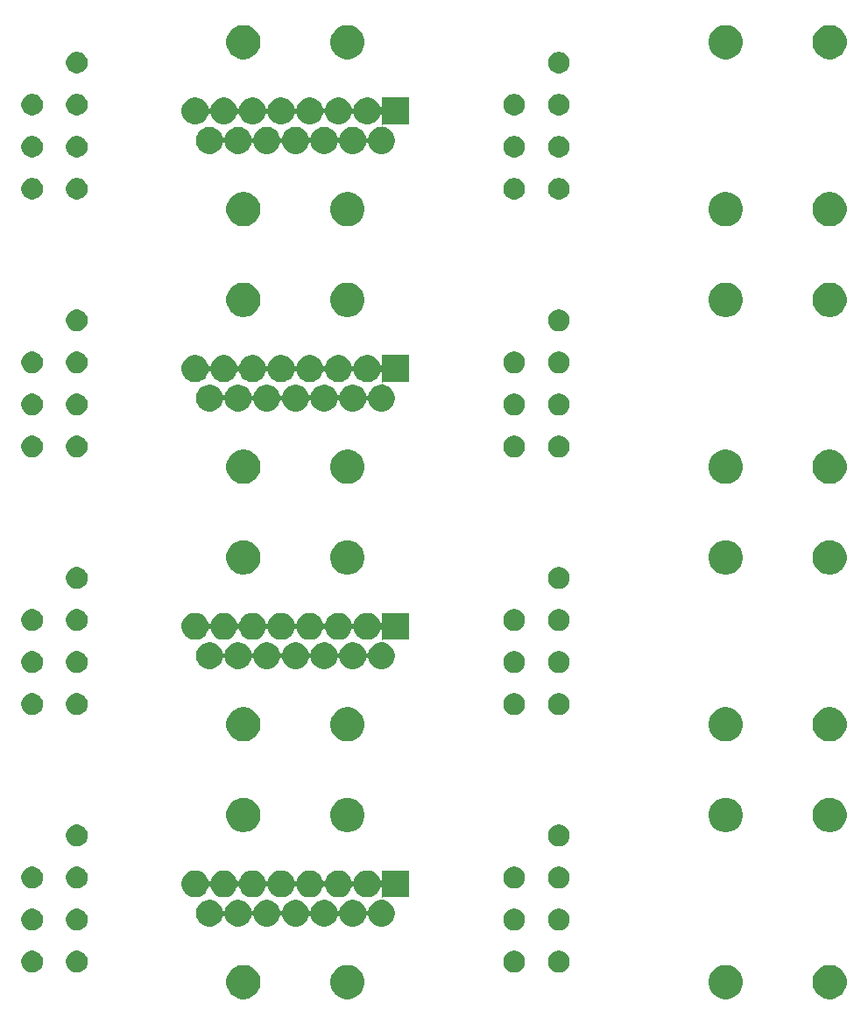
<source format=gts>
G04 #@! TF.GenerationSoftware,KiCad,Pcbnew,(5.1.0)-1*
G04 #@! TF.CreationDate,2019-07-24T21:39:47-04:00*
G04 #@! TF.ProjectId,Panel,50616e65-6c2e-46b6-9963-61645f706362,rev?*
G04 #@! TF.SameCoordinates,Original*
G04 #@! TF.FileFunction,Soldermask,Top*
G04 #@! TF.FilePolarity,Negative*
%FSLAX46Y46*%
G04 Gerber Fmt 4.6, Leading zero omitted, Abs format (unit mm)*
G04 Created by KiCad (PCBNEW (5.1.0)-1) date 2019-07-24 21:39:47*
%MOMM*%
%LPD*%
G04 APERTURE LIST*
%ADD10C,0.100000*%
G04 APERTURE END LIST*
D10*
G36*
X167911056Y-125461298D02*
G01*
X168017379Y-125482447D01*
X168229837Y-125570450D01*
X168286289Y-125593833D01*
X168317842Y-125606903D01*
X168588251Y-125787585D01*
X168818215Y-126017549D01*
X168998897Y-126287958D01*
X169123353Y-126588421D01*
X169186800Y-126907391D01*
X169186800Y-127232609D01*
X169123353Y-127551579D01*
X168998897Y-127852042D01*
X168818215Y-128122451D01*
X168588251Y-128352415D01*
X168317842Y-128533097D01*
X168017379Y-128657553D01*
X167911056Y-128678702D01*
X167698411Y-128721000D01*
X167373189Y-128721000D01*
X167160544Y-128678702D01*
X167054221Y-128657553D01*
X166753758Y-128533097D01*
X166483349Y-128352415D01*
X166253385Y-128122451D01*
X166072703Y-127852042D01*
X165948247Y-127551579D01*
X165884800Y-127232609D01*
X165884800Y-126907391D01*
X165948247Y-126588421D01*
X166072703Y-126287958D01*
X166253385Y-126017549D01*
X166483349Y-125787585D01*
X166753758Y-125606903D01*
X166785312Y-125593833D01*
X166841763Y-125570450D01*
X167054221Y-125482447D01*
X167160544Y-125461298D01*
X167373189Y-125419000D01*
X167698411Y-125419000D01*
X167911056Y-125461298D01*
X167911056Y-125461298D01*
G37*
G36*
X121302956Y-125461298D02*
G01*
X121409279Y-125482447D01*
X121621737Y-125570450D01*
X121678189Y-125593833D01*
X121709742Y-125606903D01*
X121980151Y-125787585D01*
X122210115Y-126017549D01*
X122390797Y-126287958D01*
X122515253Y-126588421D01*
X122578700Y-126907391D01*
X122578700Y-127232609D01*
X122515253Y-127551579D01*
X122390797Y-127852042D01*
X122210115Y-128122451D01*
X121980151Y-128352415D01*
X121709742Y-128533097D01*
X121409279Y-128657553D01*
X121302956Y-128678702D01*
X121090311Y-128721000D01*
X120765089Y-128721000D01*
X120552444Y-128678702D01*
X120446121Y-128657553D01*
X120145658Y-128533097D01*
X119875249Y-128352415D01*
X119645285Y-128122451D01*
X119464603Y-127852042D01*
X119340147Y-127551579D01*
X119276700Y-127232609D01*
X119276700Y-126907391D01*
X119340147Y-126588421D01*
X119464603Y-126287958D01*
X119645285Y-126017549D01*
X119875249Y-125787585D01*
X120145658Y-125606903D01*
X120177212Y-125593833D01*
X120233663Y-125570450D01*
X120446121Y-125482447D01*
X120552444Y-125461298D01*
X120765089Y-125419000D01*
X121090311Y-125419000D01*
X121302956Y-125461298D01*
X121302956Y-125461298D01*
G37*
G36*
X111247556Y-125461298D02*
G01*
X111353879Y-125482447D01*
X111566337Y-125570450D01*
X111622789Y-125593833D01*
X111654342Y-125606903D01*
X111924751Y-125787585D01*
X112154715Y-126017549D01*
X112335397Y-126287958D01*
X112459853Y-126588421D01*
X112523300Y-126907391D01*
X112523300Y-127232609D01*
X112459853Y-127551579D01*
X112335397Y-127852042D01*
X112154715Y-128122451D01*
X111924751Y-128352415D01*
X111654342Y-128533097D01*
X111353879Y-128657553D01*
X111247556Y-128678702D01*
X111034911Y-128721000D01*
X110709689Y-128721000D01*
X110497044Y-128678702D01*
X110390721Y-128657553D01*
X110090258Y-128533097D01*
X109819849Y-128352415D01*
X109589885Y-128122451D01*
X109409203Y-127852042D01*
X109284747Y-127551579D01*
X109221300Y-127232609D01*
X109221300Y-126907391D01*
X109284747Y-126588421D01*
X109409203Y-126287958D01*
X109589885Y-126017549D01*
X109819849Y-125787585D01*
X110090258Y-125606903D01*
X110121812Y-125593833D01*
X110178263Y-125570450D01*
X110390721Y-125482447D01*
X110497044Y-125461298D01*
X110709689Y-125419000D01*
X111034911Y-125419000D01*
X111247556Y-125461298D01*
X111247556Y-125461298D01*
G37*
G36*
X157855656Y-125461298D02*
G01*
X157961979Y-125482447D01*
X158174437Y-125570450D01*
X158230889Y-125593833D01*
X158262442Y-125606903D01*
X158532851Y-125787585D01*
X158762815Y-126017549D01*
X158943497Y-126287958D01*
X159067953Y-126588421D01*
X159131400Y-126907391D01*
X159131400Y-127232609D01*
X159067953Y-127551579D01*
X158943497Y-127852042D01*
X158762815Y-128122451D01*
X158532851Y-128352415D01*
X158262442Y-128533097D01*
X157961979Y-128657553D01*
X157855656Y-128678702D01*
X157643011Y-128721000D01*
X157317789Y-128721000D01*
X157105144Y-128678702D01*
X156998821Y-128657553D01*
X156698358Y-128533097D01*
X156427949Y-128352415D01*
X156197985Y-128122451D01*
X156017303Y-127852042D01*
X155892847Y-127551579D01*
X155829400Y-127232609D01*
X155829400Y-126907391D01*
X155892847Y-126588421D01*
X156017303Y-126287958D01*
X156197985Y-126017549D01*
X156427949Y-125787585D01*
X156698358Y-125606903D01*
X156729912Y-125593833D01*
X156786363Y-125570450D01*
X156998821Y-125482447D01*
X157105144Y-125461298D01*
X157317789Y-125419000D01*
X157643011Y-125419000D01*
X157855656Y-125461298D01*
X157855656Y-125461298D01*
G37*
G36*
X141665564Y-124085389D02*
G01*
X141856833Y-124164615D01*
X141856835Y-124164616D01*
X142028973Y-124279635D01*
X142175365Y-124426027D01*
X142290385Y-124598167D01*
X142369611Y-124789436D01*
X142410000Y-124992484D01*
X142410000Y-125199516D01*
X142369611Y-125402564D01*
X142336522Y-125482447D01*
X142290384Y-125593835D01*
X142175365Y-125765973D01*
X142028973Y-125912365D01*
X141856835Y-126027384D01*
X141856834Y-126027385D01*
X141856833Y-126027385D01*
X141665564Y-126106611D01*
X141462516Y-126147000D01*
X141255484Y-126147000D01*
X141052436Y-126106611D01*
X140861167Y-126027385D01*
X140861166Y-126027385D01*
X140861165Y-126027384D01*
X140689027Y-125912365D01*
X140542635Y-125765973D01*
X140427616Y-125593835D01*
X140381478Y-125482447D01*
X140348389Y-125402564D01*
X140308000Y-125199516D01*
X140308000Y-124992484D01*
X140348389Y-124789436D01*
X140427615Y-124598167D01*
X140542635Y-124426027D01*
X140689027Y-124279635D01*
X140861165Y-124164616D01*
X140861167Y-124164615D01*
X141052436Y-124085389D01*
X141255484Y-124045000D01*
X141462516Y-124045000D01*
X141665564Y-124085389D01*
X141665564Y-124085389D01*
G37*
G36*
X90747564Y-124085389D02*
G01*
X90938833Y-124164615D01*
X90938835Y-124164616D01*
X91110973Y-124279635D01*
X91257365Y-124426027D01*
X91372385Y-124598167D01*
X91451611Y-124789436D01*
X91492000Y-124992484D01*
X91492000Y-125199516D01*
X91451611Y-125402564D01*
X91418522Y-125482447D01*
X91372384Y-125593835D01*
X91257365Y-125765973D01*
X91110973Y-125912365D01*
X90938835Y-126027384D01*
X90938834Y-126027385D01*
X90938833Y-126027385D01*
X90747564Y-126106611D01*
X90544516Y-126147000D01*
X90337484Y-126147000D01*
X90134436Y-126106611D01*
X89943167Y-126027385D01*
X89943166Y-126027385D01*
X89943165Y-126027384D01*
X89771027Y-125912365D01*
X89624635Y-125765973D01*
X89509616Y-125593835D01*
X89463478Y-125482447D01*
X89430389Y-125402564D01*
X89390000Y-125199516D01*
X89390000Y-124992484D01*
X89430389Y-124789436D01*
X89509615Y-124598167D01*
X89624635Y-124426027D01*
X89771027Y-124279635D01*
X89943165Y-124164616D01*
X89943167Y-124164615D01*
X90134436Y-124085389D01*
X90337484Y-124045000D01*
X90544516Y-124045000D01*
X90747564Y-124085389D01*
X90747564Y-124085389D01*
G37*
G36*
X95065564Y-124085389D02*
G01*
X95256833Y-124164615D01*
X95256835Y-124164616D01*
X95428973Y-124279635D01*
X95575365Y-124426027D01*
X95690385Y-124598167D01*
X95769611Y-124789436D01*
X95810000Y-124992484D01*
X95810000Y-125199516D01*
X95769611Y-125402564D01*
X95736522Y-125482447D01*
X95690384Y-125593835D01*
X95575365Y-125765973D01*
X95428973Y-125912365D01*
X95256835Y-126027384D01*
X95256834Y-126027385D01*
X95256833Y-126027385D01*
X95065564Y-126106611D01*
X94862516Y-126147000D01*
X94655484Y-126147000D01*
X94452436Y-126106611D01*
X94261167Y-126027385D01*
X94261166Y-126027385D01*
X94261165Y-126027384D01*
X94089027Y-125912365D01*
X93942635Y-125765973D01*
X93827616Y-125593835D01*
X93781478Y-125482447D01*
X93748389Y-125402564D01*
X93708000Y-125199516D01*
X93708000Y-124992484D01*
X93748389Y-124789436D01*
X93827615Y-124598167D01*
X93942635Y-124426027D01*
X94089027Y-124279635D01*
X94261165Y-124164616D01*
X94261167Y-124164615D01*
X94452436Y-124085389D01*
X94655484Y-124045000D01*
X94862516Y-124045000D01*
X95065564Y-124085389D01*
X95065564Y-124085389D01*
G37*
G36*
X137347564Y-124085389D02*
G01*
X137538833Y-124164615D01*
X137538835Y-124164616D01*
X137710973Y-124279635D01*
X137857365Y-124426027D01*
X137972385Y-124598167D01*
X138051611Y-124789436D01*
X138092000Y-124992484D01*
X138092000Y-125199516D01*
X138051611Y-125402564D01*
X138018522Y-125482447D01*
X137972384Y-125593835D01*
X137857365Y-125765973D01*
X137710973Y-125912365D01*
X137538835Y-126027384D01*
X137538834Y-126027385D01*
X137538833Y-126027385D01*
X137347564Y-126106611D01*
X137144516Y-126147000D01*
X136937484Y-126147000D01*
X136734436Y-126106611D01*
X136543167Y-126027385D01*
X136543166Y-126027385D01*
X136543165Y-126027384D01*
X136371027Y-125912365D01*
X136224635Y-125765973D01*
X136109616Y-125593835D01*
X136063478Y-125482447D01*
X136030389Y-125402564D01*
X135990000Y-125199516D01*
X135990000Y-124992484D01*
X136030389Y-124789436D01*
X136109615Y-124598167D01*
X136224635Y-124426027D01*
X136371027Y-124279635D01*
X136543165Y-124164616D01*
X136543167Y-124164615D01*
X136734436Y-124085389D01*
X136937484Y-124045000D01*
X137144516Y-124045000D01*
X137347564Y-124085389D01*
X137347564Y-124085389D01*
G37*
G36*
X95065564Y-120021389D02*
G01*
X95250085Y-120097820D01*
X95256835Y-120100616D01*
X95403228Y-120198433D01*
X95428973Y-120215635D01*
X95575365Y-120362027D01*
X95690385Y-120534167D01*
X95769611Y-120725436D01*
X95810000Y-120928484D01*
X95810000Y-121135516D01*
X95769611Y-121338564D01*
X95731508Y-121430553D01*
X95690384Y-121529835D01*
X95575365Y-121701973D01*
X95428973Y-121848365D01*
X95256835Y-121963384D01*
X95256834Y-121963385D01*
X95256833Y-121963385D01*
X95065564Y-122042611D01*
X94862516Y-122083000D01*
X94655484Y-122083000D01*
X94452436Y-122042611D01*
X94261167Y-121963385D01*
X94261166Y-121963385D01*
X94261165Y-121963384D01*
X94089027Y-121848365D01*
X93942635Y-121701973D01*
X93827616Y-121529835D01*
X93786492Y-121430553D01*
X93748389Y-121338564D01*
X93708000Y-121135516D01*
X93708000Y-120928484D01*
X93748389Y-120725436D01*
X93827615Y-120534167D01*
X93942635Y-120362027D01*
X94089027Y-120215635D01*
X94114772Y-120198433D01*
X94261165Y-120100616D01*
X94267915Y-120097820D01*
X94452436Y-120021389D01*
X94655484Y-119981000D01*
X94862516Y-119981000D01*
X95065564Y-120021389D01*
X95065564Y-120021389D01*
G37*
G36*
X137347564Y-120021389D02*
G01*
X137532085Y-120097820D01*
X137538835Y-120100616D01*
X137685228Y-120198433D01*
X137710973Y-120215635D01*
X137857365Y-120362027D01*
X137972385Y-120534167D01*
X138051611Y-120725436D01*
X138092000Y-120928484D01*
X138092000Y-121135516D01*
X138051611Y-121338564D01*
X138013508Y-121430553D01*
X137972384Y-121529835D01*
X137857365Y-121701973D01*
X137710973Y-121848365D01*
X137538835Y-121963384D01*
X137538834Y-121963385D01*
X137538833Y-121963385D01*
X137347564Y-122042611D01*
X137144516Y-122083000D01*
X136937484Y-122083000D01*
X136734436Y-122042611D01*
X136543167Y-121963385D01*
X136543166Y-121963385D01*
X136543165Y-121963384D01*
X136371027Y-121848365D01*
X136224635Y-121701973D01*
X136109616Y-121529835D01*
X136068492Y-121430553D01*
X136030389Y-121338564D01*
X135990000Y-121135516D01*
X135990000Y-120928484D01*
X136030389Y-120725436D01*
X136109615Y-120534167D01*
X136224635Y-120362027D01*
X136371027Y-120215635D01*
X136396772Y-120198433D01*
X136543165Y-120100616D01*
X136549915Y-120097820D01*
X136734436Y-120021389D01*
X136937484Y-119981000D01*
X137144516Y-119981000D01*
X137347564Y-120021389D01*
X137347564Y-120021389D01*
G37*
G36*
X141665564Y-120021389D02*
G01*
X141850085Y-120097820D01*
X141856835Y-120100616D01*
X142003228Y-120198433D01*
X142028973Y-120215635D01*
X142175365Y-120362027D01*
X142290385Y-120534167D01*
X142369611Y-120725436D01*
X142410000Y-120928484D01*
X142410000Y-121135516D01*
X142369611Y-121338564D01*
X142331508Y-121430553D01*
X142290384Y-121529835D01*
X142175365Y-121701973D01*
X142028973Y-121848365D01*
X141856835Y-121963384D01*
X141856834Y-121963385D01*
X141856833Y-121963385D01*
X141665564Y-122042611D01*
X141462516Y-122083000D01*
X141255484Y-122083000D01*
X141052436Y-122042611D01*
X140861167Y-121963385D01*
X140861166Y-121963385D01*
X140861165Y-121963384D01*
X140689027Y-121848365D01*
X140542635Y-121701973D01*
X140427616Y-121529835D01*
X140386492Y-121430553D01*
X140348389Y-121338564D01*
X140308000Y-121135516D01*
X140308000Y-120928484D01*
X140348389Y-120725436D01*
X140427615Y-120534167D01*
X140542635Y-120362027D01*
X140689027Y-120215635D01*
X140714772Y-120198433D01*
X140861165Y-120100616D01*
X140867915Y-120097820D01*
X141052436Y-120021389D01*
X141255484Y-119981000D01*
X141462516Y-119981000D01*
X141665564Y-120021389D01*
X141665564Y-120021389D01*
G37*
G36*
X90747564Y-120021389D02*
G01*
X90932085Y-120097820D01*
X90938835Y-120100616D01*
X91085228Y-120198433D01*
X91110973Y-120215635D01*
X91257365Y-120362027D01*
X91372385Y-120534167D01*
X91451611Y-120725436D01*
X91492000Y-120928484D01*
X91492000Y-121135516D01*
X91451611Y-121338564D01*
X91413508Y-121430553D01*
X91372384Y-121529835D01*
X91257365Y-121701973D01*
X91110973Y-121848365D01*
X90938835Y-121963384D01*
X90938834Y-121963385D01*
X90938833Y-121963385D01*
X90747564Y-122042611D01*
X90544516Y-122083000D01*
X90337484Y-122083000D01*
X90134436Y-122042611D01*
X89943167Y-121963385D01*
X89943166Y-121963385D01*
X89943165Y-121963384D01*
X89771027Y-121848365D01*
X89624635Y-121701973D01*
X89509616Y-121529835D01*
X89468492Y-121430553D01*
X89430389Y-121338564D01*
X89390000Y-121135516D01*
X89390000Y-120928484D01*
X89430389Y-120725436D01*
X89509615Y-120534167D01*
X89624635Y-120362027D01*
X89771027Y-120215635D01*
X89796772Y-120198433D01*
X89943165Y-120100616D01*
X89949915Y-120097820D01*
X90134436Y-120021389D01*
X90337484Y-119981000D01*
X90544516Y-119981000D01*
X90747564Y-120021389D01*
X90747564Y-120021389D01*
G37*
G36*
X124288170Y-119030385D02*
G01*
X124295283Y-119053834D01*
X124306834Y-119075445D01*
X124322379Y-119094387D01*
X124341321Y-119109932D01*
X124362932Y-119121483D01*
X124386381Y-119128596D01*
X124589487Y-119168996D01*
X124826253Y-119267068D01*
X124826255Y-119267069D01*
X125039339Y-119409447D01*
X125220553Y-119590661D01*
X125362932Y-119803747D01*
X125461004Y-120040513D01*
X125511000Y-120291861D01*
X125511000Y-120548139D01*
X125461004Y-120799487D01*
X125362932Y-121036253D01*
X125362931Y-121036255D01*
X125220553Y-121249339D01*
X125039339Y-121430553D01*
X124826255Y-121572931D01*
X124826254Y-121572932D01*
X124826253Y-121572932D01*
X124589487Y-121671004D01*
X124338139Y-121721000D01*
X124081861Y-121721000D01*
X123830513Y-121671004D01*
X123593747Y-121572932D01*
X123593746Y-121572932D01*
X123593745Y-121572931D01*
X123380661Y-121430553D01*
X123199447Y-121249339D01*
X123057069Y-121036255D01*
X123057068Y-121036253D01*
X122958996Y-120799487D01*
X122947597Y-120742180D01*
X122940484Y-120718731D01*
X122928933Y-120697120D01*
X122913388Y-120678179D01*
X122894446Y-120662633D01*
X122872835Y-120651082D01*
X122849386Y-120643969D01*
X122825000Y-120641567D01*
X122800614Y-120643969D01*
X122777165Y-120651082D01*
X122755554Y-120662633D01*
X122736613Y-120678178D01*
X122721067Y-120697120D01*
X122709516Y-120718731D01*
X122702403Y-120742180D01*
X122691004Y-120799487D01*
X122592932Y-121036253D01*
X122592931Y-121036255D01*
X122450553Y-121249339D01*
X122269339Y-121430553D01*
X122056255Y-121572931D01*
X122056254Y-121572932D01*
X122056253Y-121572932D01*
X121819487Y-121671004D01*
X121568139Y-121721000D01*
X121311861Y-121721000D01*
X121060513Y-121671004D01*
X120823747Y-121572932D01*
X120823746Y-121572932D01*
X120823745Y-121572931D01*
X120610661Y-121430553D01*
X120429447Y-121249339D01*
X120287069Y-121036255D01*
X120287068Y-121036253D01*
X120188996Y-120799487D01*
X120177597Y-120742180D01*
X120170484Y-120718731D01*
X120158933Y-120697120D01*
X120143388Y-120678179D01*
X120124446Y-120662633D01*
X120102835Y-120651082D01*
X120079386Y-120643969D01*
X120055000Y-120641567D01*
X120030614Y-120643969D01*
X120007165Y-120651082D01*
X119985554Y-120662633D01*
X119966613Y-120678178D01*
X119951067Y-120697120D01*
X119939516Y-120718731D01*
X119932403Y-120742180D01*
X119921004Y-120799487D01*
X119822932Y-121036253D01*
X119822931Y-121036255D01*
X119680553Y-121249339D01*
X119499339Y-121430553D01*
X119286255Y-121572931D01*
X119286254Y-121572932D01*
X119286253Y-121572932D01*
X119049487Y-121671004D01*
X118798139Y-121721000D01*
X118541861Y-121721000D01*
X118290513Y-121671004D01*
X118053747Y-121572932D01*
X118053746Y-121572932D01*
X118053745Y-121572931D01*
X117840661Y-121430553D01*
X117659447Y-121249339D01*
X117517069Y-121036255D01*
X117517068Y-121036253D01*
X117418996Y-120799487D01*
X117407597Y-120742180D01*
X117400484Y-120718731D01*
X117388933Y-120697120D01*
X117373388Y-120678179D01*
X117354446Y-120662633D01*
X117332835Y-120651082D01*
X117309386Y-120643969D01*
X117285000Y-120641567D01*
X117260614Y-120643969D01*
X117237165Y-120651082D01*
X117215554Y-120662633D01*
X117196613Y-120678178D01*
X117181067Y-120697120D01*
X117169516Y-120718731D01*
X117162403Y-120742180D01*
X117151004Y-120799487D01*
X117052932Y-121036253D01*
X117052931Y-121036255D01*
X116910553Y-121249339D01*
X116729339Y-121430553D01*
X116516255Y-121572931D01*
X116516254Y-121572932D01*
X116516253Y-121572932D01*
X116279487Y-121671004D01*
X116028139Y-121721000D01*
X115771861Y-121721000D01*
X115520513Y-121671004D01*
X115283747Y-121572932D01*
X115283746Y-121572932D01*
X115283745Y-121572931D01*
X115070661Y-121430553D01*
X114889447Y-121249339D01*
X114747069Y-121036255D01*
X114747068Y-121036253D01*
X114648996Y-120799487D01*
X114637597Y-120742180D01*
X114630484Y-120718731D01*
X114618933Y-120697120D01*
X114603388Y-120678179D01*
X114584446Y-120662633D01*
X114562835Y-120651082D01*
X114539386Y-120643969D01*
X114515000Y-120641567D01*
X114490614Y-120643969D01*
X114467165Y-120651082D01*
X114445554Y-120662633D01*
X114426613Y-120678178D01*
X114411067Y-120697120D01*
X114399516Y-120718731D01*
X114392403Y-120742180D01*
X114381004Y-120799487D01*
X114282932Y-121036253D01*
X114282931Y-121036255D01*
X114140553Y-121249339D01*
X113959339Y-121430553D01*
X113746255Y-121572931D01*
X113746254Y-121572932D01*
X113746253Y-121572932D01*
X113509487Y-121671004D01*
X113258139Y-121721000D01*
X113001861Y-121721000D01*
X112750513Y-121671004D01*
X112513747Y-121572932D01*
X112513746Y-121572932D01*
X112513745Y-121572931D01*
X112300661Y-121430553D01*
X112119447Y-121249339D01*
X111977069Y-121036255D01*
X111977068Y-121036253D01*
X111878996Y-120799487D01*
X111867597Y-120742180D01*
X111860484Y-120718731D01*
X111848933Y-120697120D01*
X111833388Y-120678179D01*
X111814446Y-120662633D01*
X111792835Y-120651082D01*
X111769386Y-120643969D01*
X111745000Y-120641567D01*
X111720614Y-120643969D01*
X111697165Y-120651082D01*
X111675554Y-120662633D01*
X111656613Y-120678178D01*
X111641067Y-120697120D01*
X111629516Y-120718731D01*
X111622403Y-120742180D01*
X111611004Y-120799487D01*
X111512932Y-121036253D01*
X111512931Y-121036255D01*
X111370553Y-121249339D01*
X111189339Y-121430553D01*
X110976255Y-121572931D01*
X110976254Y-121572932D01*
X110976253Y-121572932D01*
X110739487Y-121671004D01*
X110488139Y-121721000D01*
X110231861Y-121721000D01*
X109980513Y-121671004D01*
X109743747Y-121572932D01*
X109743746Y-121572932D01*
X109743745Y-121572931D01*
X109530661Y-121430553D01*
X109349447Y-121249339D01*
X109207069Y-121036255D01*
X109207068Y-121036253D01*
X109108996Y-120799487D01*
X109097597Y-120742180D01*
X109090484Y-120718731D01*
X109078933Y-120697120D01*
X109063388Y-120678179D01*
X109044446Y-120662633D01*
X109022835Y-120651082D01*
X108999386Y-120643969D01*
X108975000Y-120641567D01*
X108950614Y-120643969D01*
X108927165Y-120651082D01*
X108905554Y-120662633D01*
X108886613Y-120678178D01*
X108871067Y-120697120D01*
X108859516Y-120718731D01*
X108852403Y-120742180D01*
X108841004Y-120799487D01*
X108742932Y-121036253D01*
X108742931Y-121036255D01*
X108600553Y-121249339D01*
X108419339Y-121430553D01*
X108206255Y-121572931D01*
X108206254Y-121572932D01*
X108206253Y-121572932D01*
X107969487Y-121671004D01*
X107718139Y-121721000D01*
X107461861Y-121721000D01*
X107210513Y-121671004D01*
X106973747Y-121572932D01*
X106973746Y-121572932D01*
X106973745Y-121572931D01*
X106760661Y-121430553D01*
X106579447Y-121249339D01*
X106437069Y-121036255D01*
X106437068Y-121036253D01*
X106338996Y-120799487D01*
X106289000Y-120548139D01*
X106289000Y-120291861D01*
X106338996Y-120040513D01*
X106437068Y-119803747D01*
X106579447Y-119590661D01*
X106760661Y-119409447D01*
X106973745Y-119267069D01*
X106973747Y-119267068D01*
X107210513Y-119168996D01*
X107461861Y-119119000D01*
X107718139Y-119119000D01*
X107969487Y-119168996D01*
X108206253Y-119267068D01*
X108206255Y-119267069D01*
X108419339Y-119409447D01*
X108600553Y-119590661D01*
X108742932Y-119803747D01*
X108841004Y-120040513D01*
X108852403Y-120097820D01*
X108859516Y-120121269D01*
X108871067Y-120142880D01*
X108886612Y-120161821D01*
X108905554Y-120177367D01*
X108927165Y-120188918D01*
X108950614Y-120196031D01*
X108975000Y-120198433D01*
X108999386Y-120196031D01*
X109022835Y-120188918D01*
X109044446Y-120177367D01*
X109063387Y-120161822D01*
X109078933Y-120142880D01*
X109090484Y-120121269D01*
X109097597Y-120097820D01*
X109108996Y-120040513D01*
X109207068Y-119803747D01*
X109349447Y-119590661D01*
X109530661Y-119409447D01*
X109743745Y-119267069D01*
X109743747Y-119267068D01*
X109980513Y-119168996D01*
X110231861Y-119119000D01*
X110488139Y-119119000D01*
X110739487Y-119168996D01*
X110976253Y-119267068D01*
X110976255Y-119267069D01*
X111189339Y-119409447D01*
X111370553Y-119590661D01*
X111512932Y-119803747D01*
X111611004Y-120040513D01*
X111622403Y-120097820D01*
X111629516Y-120121269D01*
X111641067Y-120142880D01*
X111656612Y-120161821D01*
X111675554Y-120177367D01*
X111697165Y-120188918D01*
X111720614Y-120196031D01*
X111745000Y-120198433D01*
X111769386Y-120196031D01*
X111792835Y-120188918D01*
X111814446Y-120177367D01*
X111833387Y-120161822D01*
X111848933Y-120142880D01*
X111860484Y-120121269D01*
X111867597Y-120097820D01*
X111878996Y-120040513D01*
X111977068Y-119803747D01*
X112119447Y-119590661D01*
X112300661Y-119409447D01*
X112513745Y-119267069D01*
X112513747Y-119267068D01*
X112750513Y-119168996D01*
X113001861Y-119119000D01*
X113258139Y-119119000D01*
X113509487Y-119168996D01*
X113746253Y-119267068D01*
X113746255Y-119267069D01*
X113959339Y-119409447D01*
X114140553Y-119590661D01*
X114282932Y-119803747D01*
X114381004Y-120040513D01*
X114392403Y-120097820D01*
X114399516Y-120121269D01*
X114411067Y-120142880D01*
X114426612Y-120161821D01*
X114445554Y-120177367D01*
X114467165Y-120188918D01*
X114490614Y-120196031D01*
X114515000Y-120198433D01*
X114539386Y-120196031D01*
X114562835Y-120188918D01*
X114584446Y-120177367D01*
X114603387Y-120161822D01*
X114618933Y-120142880D01*
X114630484Y-120121269D01*
X114637597Y-120097820D01*
X114648996Y-120040513D01*
X114747068Y-119803747D01*
X114889447Y-119590661D01*
X115070661Y-119409447D01*
X115283745Y-119267069D01*
X115283747Y-119267068D01*
X115520513Y-119168996D01*
X115771861Y-119119000D01*
X116028139Y-119119000D01*
X116279487Y-119168996D01*
X116516253Y-119267068D01*
X116516255Y-119267069D01*
X116729339Y-119409447D01*
X116910553Y-119590661D01*
X117052932Y-119803747D01*
X117151004Y-120040513D01*
X117162403Y-120097820D01*
X117169516Y-120121269D01*
X117181067Y-120142880D01*
X117196612Y-120161821D01*
X117215554Y-120177367D01*
X117237165Y-120188918D01*
X117260614Y-120196031D01*
X117285000Y-120198433D01*
X117309386Y-120196031D01*
X117332835Y-120188918D01*
X117354446Y-120177367D01*
X117373387Y-120161822D01*
X117388933Y-120142880D01*
X117400484Y-120121269D01*
X117407597Y-120097820D01*
X117418996Y-120040513D01*
X117517068Y-119803747D01*
X117659447Y-119590661D01*
X117840661Y-119409447D01*
X118053745Y-119267069D01*
X118053747Y-119267068D01*
X118290513Y-119168996D01*
X118541861Y-119119000D01*
X118798139Y-119119000D01*
X119049487Y-119168996D01*
X119286253Y-119267068D01*
X119286255Y-119267069D01*
X119499339Y-119409447D01*
X119680553Y-119590661D01*
X119822932Y-119803747D01*
X119921004Y-120040513D01*
X119932403Y-120097820D01*
X119939516Y-120121269D01*
X119951067Y-120142880D01*
X119966612Y-120161821D01*
X119985554Y-120177367D01*
X120007165Y-120188918D01*
X120030614Y-120196031D01*
X120055000Y-120198433D01*
X120079386Y-120196031D01*
X120102835Y-120188918D01*
X120124446Y-120177367D01*
X120143387Y-120161822D01*
X120158933Y-120142880D01*
X120170484Y-120121269D01*
X120177597Y-120097820D01*
X120188996Y-120040513D01*
X120287068Y-119803747D01*
X120429447Y-119590661D01*
X120610661Y-119409447D01*
X120823745Y-119267069D01*
X120823747Y-119267068D01*
X121060513Y-119168996D01*
X121311861Y-119119000D01*
X121568139Y-119119000D01*
X121819487Y-119168996D01*
X122056253Y-119267068D01*
X122056255Y-119267069D01*
X122269339Y-119409447D01*
X122450553Y-119590661D01*
X122592932Y-119803747D01*
X122691004Y-120040513D01*
X122702403Y-120097820D01*
X122709516Y-120121269D01*
X122721067Y-120142880D01*
X122736612Y-120161821D01*
X122755554Y-120177367D01*
X122777165Y-120188918D01*
X122800614Y-120196031D01*
X122825000Y-120198433D01*
X122849386Y-120196031D01*
X122872835Y-120188918D01*
X122894446Y-120177367D01*
X122913387Y-120161822D01*
X122928933Y-120142880D01*
X122940484Y-120121269D01*
X122947597Y-120097820D01*
X122958996Y-120040513D01*
X123057068Y-119803747D01*
X123199447Y-119590661D01*
X123380661Y-119409447D01*
X123593745Y-119267069D01*
X123593747Y-119267068D01*
X123830513Y-119168996D01*
X124081861Y-119119000D01*
X124169001Y-119119000D01*
X124193387Y-119116598D01*
X124216836Y-119109485D01*
X124238447Y-119097934D01*
X124257389Y-119082389D01*
X124272934Y-119063447D01*
X124284485Y-119041836D01*
X124288118Y-119029859D01*
X124288170Y-119030385D01*
X124288170Y-119030385D01*
G37*
G36*
X106584487Y-116328996D02*
G01*
X106821253Y-116427068D01*
X106821255Y-116427069D01*
X107034339Y-116569447D01*
X107215553Y-116750661D01*
X107357932Y-116963747D01*
X107456004Y-117200513D01*
X107467403Y-117257820D01*
X107474516Y-117281269D01*
X107486067Y-117302880D01*
X107501612Y-117321821D01*
X107520554Y-117337367D01*
X107542165Y-117348918D01*
X107565614Y-117356031D01*
X107590000Y-117358433D01*
X107614386Y-117356031D01*
X107637835Y-117348918D01*
X107659446Y-117337367D01*
X107678387Y-117321822D01*
X107693933Y-117302880D01*
X107705484Y-117281269D01*
X107712597Y-117257820D01*
X107723996Y-117200513D01*
X107822068Y-116963747D01*
X107964447Y-116750661D01*
X108145661Y-116569447D01*
X108358745Y-116427069D01*
X108358747Y-116427068D01*
X108595513Y-116328996D01*
X108846861Y-116279000D01*
X109103139Y-116279000D01*
X109354487Y-116328996D01*
X109591253Y-116427068D01*
X109591255Y-116427069D01*
X109804339Y-116569447D01*
X109985553Y-116750661D01*
X110127932Y-116963747D01*
X110226004Y-117200513D01*
X110237403Y-117257820D01*
X110244516Y-117281269D01*
X110256067Y-117302880D01*
X110271612Y-117321821D01*
X110290554Y-117337367D01*
X110312165Y-117348918D01*
X110335614Y-117356031D01*
X110360000Y-117358433D01*
X110384386Y-117356031D01*
X110407835Y-117348918D01*
X110429446Y-117337367D01*
X110448387Y-117321822D01*
X110463933Y-117302880D01*
X110475484Y-117281269D01*
X110482597Y-117257820D01*
X110493996Y-117200513D01*
X110592068Y-116963747D01*
X110734447Y-116750661D01*
X110915661Y-116569447D01*
X111128745Y-116427069D01*
X111128747Y-116427068D01*
X111365513Y-116328996D01*
X111616861Y-116279000D01*
X111873139Y-116279000D01*
X112124487Y-116328996D01*
X112361253Y-116427068D01*
X112361255Y-116427069D01*
X112574339Y-116569447D01*
X112755553Y-116750661D01*
X112897932Y-116963747D01*
X112996004Y-117200513D01*
X113007403Y-117257820D01*
X113014516Y-117281269D01*
X113026067Y-117302880D01*
X113041612Y-117321821D01*
X113060554Y-117337367D01*
X113082165Y-117348918D01*
X113105614Y-117356031D01*
X113130000Y-117358433D01*
X113154386Y-117356031D01*
X113177835Y-117348918D01*
X113199446Y-117337367D01*
X113218387Y-117321822D01*
X113233933Y-117302880D01*
X113245484Y-117281269D01*
X113252597Y-117257820D01*
X113263996Y-117200513D01*
X113362068Y-116963747D01*
X113504447Y-116750661D01*
X113685661Y-116569447D01*
X113898745Y-116427069D01*
X113898747Y-116427068D01*
X114135513Y-116328996D01*
X114386861Y-116279000D01*
X114643139Y-116279000D01*
X114894487Y-116328996D01*
X115131253Y-116427068D01*
X115131255Y-116427069D01*
X115344339Y-116569447D01*
X115525553Y-116750661D01*
X115667932Y-116963747D01*
X115766004Y-117200513D01*
X115777403Y-117257820D01*
X115784516Y-117281269D01*
X115796067Y-117302880D01*
X115811612Y-117321821D01*
X115830554Y-117337367D01*
X115852165Y-117348918D01*
X115875614Y-117356031D01*
X115900000Y-117358433D01*
X115924386Y-117356031D01*
X115947835Y-117348918D01*
X115969446Y-117337367D01*
X115988387Y-117321822D01*
X116003933Y-117302880D01*
X116015484Y-117281269D01*
X116022597Y-117257820D01*
X116033996Y-117200513D01*
X116132068Y-116963747D01*
X116274447Y-116750661D01*
X116455661Y-116569447D01*
X116668745Y-116427069D01*
X116668747Y-116427068D01*
X116905513Y-116328996D01*
X117156861Y-116279000D01*
X117413139Y-116279000D01*
X117664487Y-116328996D01*
X117901253Y-116427068D01*
X117901255Y-116427069D01*
X118114339Y-116569447D01*
X118295553Y-116750661D01*
X118437932Y-116963747D01*
X118536004Y-117200513D01*
X118547403Y-117257820D01*
X118554516Y-117281269D01*
X118566067Y-117302880D01*
X118581612Y-117321821D01*
X118600554Y-117337367D01*
X118622165Y-117348918D01*
X118645614Y-117356031D01*
X118670000Y-117358433D01*
X118694386Y-117356031D01*
X118717835Y-117348918D01*
X118739446Y-117337367D01*
X118758387Y-117321822D01*
X118773933Y-117302880D01*
X118785484Y-117281269D01*
X118792597Y-117257820D01*
X118803996Y-117200513D01*
X118902068Y-116963747D01*
X119044447Y-116750661D01*
X119225661Y-116569447D01*
X119438745Y-116427069D01*
X119438747Y-116427068D01*
X119675513Y-116328996D01*
X119926861Y-116279000D01*
X120183139Y-116279000D01*
X120434487Y-116328996D01*
X120671253Y-116427068D01*
X120671255Y-116427069D01*
X120884339Y-116569447D01*
X121065553Y-116750661D01*
X121207932Y-116963747D01*
X121306004Y-117200513D01*
X121317403Y-117257820D01*
X121324516Y-117281269D01*
X121336067Y-117302880D01*
X121351612Y-117321821D01*
X121370554Y-117337367D01*
X121392165Y-117348918D01*
X121415614Y-117356031D01*
X121440000Y-117358433D01*
X121464386Y-117356031D01*
X121487835Y-117348918D01*
X121509446Y-117337367D01*
X121528387Y-117321822D01*
X121543933Y-117302880D01*
X121555484Y-117281269D01*
X121562597Y-117257820D01*
X121573996Y-117200513D01*
X121672068Y-116963747D01*
X121814447Y-116750661D01*
X121995661Y-116569447D01*
X122208745Y-116427069D01*
X122208747Y-116427068D01*
X122445513Y-116328996D01*
X122696861Y-116279000D01*
X122953139Y-116279000D01*
X123204487Y-116328996D01*
X123441253Y-116427068D01*
X123441255Y-116427069D01*
X123654339Y-116569447D01*
X123835553Y-116750661D01*
X123977932Y-116963747D01*
X124053517Y-117146224D01*
X124065068Y-117167835D01*
X124080614Y-117186777D01*
X124099555Y-117202322D01*
X124121166Y-117213873D01*
X124144615Y-117220986D01*
X124169001Y-117223388D01*
X124193387Y-117220986D01*
X124216836Y-117213873D01*
X124238447Y-117202322D01*
X124257389Y-117186776D01*
X124272934Y-117167835D01*
X124284485Y-117146224D01*
X124291598Y-117122775D01*
X124294000Y-117098389D01*
X124294000Y-116279000D01*
X126896000Y-116279000D01*
X126896000Y-118881000D01*
X124410767Y-118881000D01*
X124386381Y-118883402D01*
X124362932Y-118890515D01*
X124341321Y-118902066D01*
X124322379Y-118917611D01*
X124306834Y-118936553D01*
X124295283Y-118958164D01*
X124294000Y-118962394D01*
X124294000Y-118061611D01*
X124291598Y-118037225D01*
X124284485Y-118013776D01*
X124272934Y-117992165D01*
X124257389Y-117973223D01*
X124238447Y-117957678D01*
X124216836Y-117946127D01*
X124193387Y-117939014D01*
X124169001Y-117936612D01*
X124144615Y-117939014D01*
X124121166Y-117946127D01*
X124099555Y-117957678D01*
X124080613Y-117973223D01*
X124065068Y-117992165D01*
X124053517Y-118013776D01*
X123977932Y-118196253D01*
X123977931Y-118196255D01*
X123835553Y-118409339D01*
X123654339Y-118590553D01*
X123441255Y-118732931D01*
X123441254Y-118732932D01*
X123441253Y-118732932D01*
X123204487Y-118831004D01*
X122953139Y-118881000D01*
X122696861Y-118881000D01*
X122445513Y-118831004D01*
X122208747Y-118732932D01*
X122208746Y-118732932D01*
X122208745Y-118732931D01*
X121995661Y-118590553D01*
X121814447Y-118409339D01*
X121672069Y-118196255D01*
X121672068Y-118196253D01*
X121573996Y-117959487D01*
X121562597Y-117902180D01*
X121555484Y-117878731D01*
X121543933Y-117857120D01*
X121528388Y-117838179D01*
X121509446Y-117822633D01*
X121487835Y-117811082D01*
X121464386Y-117803969D01*
X121440000Y-117801567D01*
X121415614Y-117803969D01*
X121392165Y-117811082D01*
X121370554Y-117822633D01*
X121351613Y-117838178D01*
X121336067Y-117857120D01*
X121324516Y-117878731D01*
X121317403Y-117902180D01*
X121306004Y-117959487D01*
X121207932Y-118196253D01*
X121207931Y-118196255D01*
X121065553Y-118409339D01*
X120884339Y-118590553D01*
X120671255Y-118732931D01*
X120671254Y-118732932D01*
X120671253Y-118732932D01*
X120434487Y-118831004D01*
X120183139Y-118881000D01*
X119926861Y-118881000D01*
X119675513Y-118831004D01*
X119438747Y-118732932D01*
X119438746Y-118732932D01*
X119438745Y-118732931D01*
X119225661Y-118590553D01*
X119044447Y-118409339D01*
X118902069Y-118196255D01*
X118902068Y-118196253D01*
X118803996Y-117959487D01*
X118792597Y-117902180D01*
X118785484Y-117878731D01*
X118773933Y-117857120D01*
X118758388Y-117838179D01*
X118739446Y-117822633D01*
X118717835Y-117811082D01*
X118694386Y-117803969D01*
X118670000Y-117801567D01*
X118645614Y-117803969D01*
X118622165Y-117811082D01*
X118600554Y-117822633D01*
X118581613Y-117838178D01*
X118566067Y-117857120D01*
X118554516Y-117878731D01*
X118547403Y-117902180D01*
X118536004Y-117959487D01*
X118437932Y-118196253D01*
X118437931Y-118196255D01*
X118295553Y-118409339D01*
X118114339Y-118590553D01*
X117901255Y-118732931D01*
X117901254Y-118732932D01*
X117901253Y-118732932D01*
X117664487Y-118831004D01*
X117413139Y-118881000D01*
X117156861Y-118881000D01*
X116905513Y-118831004D01*
X116668747Y-118732932D01*
X116668746Y-118732932D01*
X116668745Y-118732931D01*
X116455661Y-118590553D01*
X116274447Y-118409339D01*
X116132069Y-118196255D01*
X116132068Y-118196253D01*
X116033996Y-117959487D01*
X116022597Y-117902180D01*
X116015484Y-117878731D01*
X116003933Y-117857120D01*
X115988388Y-117838179D01*
X115969446Y-117822633D01*
X115947835Y-117811082D01*
X115924386Y-117803969D01*
X115900000Y-117801567D01*
X115875614Y-117803969D01*
X115852165Y-117811082D01*
X115830554Y-117822633D01*
X115811613Y-117838178D01*
X115796067Y-117857120D01*
X115784516Y-117878731D01*
X115777403Y-117902180D01*
X115766004Y-117959487D01*
X115667932Y-118196253D01*
X115667931Y-118196255D01*
X115525553Y-118409339D01*
X115344339Y-118590553D01*
X115131255Y-118732931D01*
X115131254Y-118732932D01*
X115131253Y-118732932D01*
X114894487Y-118831004D01*
X114643139Y-118881000D01*
X114386861Y-118881000D01*
X114135513Y-118831004D01*
X113898747Y-118732932D01*
X113898746Y-118732932D01*
X113898745Y-118732931D01*
X113685661Y-118590553D01*
X113504447Y-118409339D01*
X113362069Y-118196255D01*
X113362068Y-118196253D01*
X113263996Y-117959487D01*
X113252597Y-117902180D01*
X113245484Y-117878731D01*
X113233933Y-117857120D01*
X113218388Y-117838179D01*
X113199446Y-117822633D01*
X113177835Y-117811082D01*
X113154386Y-117803969D01*
X113130000Y-117801567D01*
X113105614Y-117803969D01*
X113082165Y-117811082D01*
X113060554Y-117822633D01*
X113041613Y-117838178D01*
X113026067Y-117857120D01*
X113014516Y-117878731D01*
X113007403Y-117902180D01*
X112996004Y-117959487D01*
X112897932Y-118196253D01*
X112897931Y-118196255D01*
X112755553Y-118409339D01*
X112574339Y-118590553D01*
X112361255Y-118732931D01*
X112361254Y-118732932D01*
X112361253Y-118732932D01*
X112124487Y-118831004D01*
X111873139Y-118881000D01*
X111616861Y-118881000D01*
X111365513Y-118831004D01*
X111128747Y-118732932D01*
X111128746Y-118732932D01*
X111128745Y-118732931D01*
X110915661Y-118590553D01*
X110734447Y-118409339D01*
X110592069Y-118196255D01*
X110592068Y-118196253D01*
X110493996Y-117959487D01*
X110482597Y-117902180D01*
X110475484Y-117878731D01*
X110463933Y-117857120D01*
X110448388Y-117838179D01*
X110429446Y-117822633D01*
X110407835Y-117811082D01*
X110384386Y-117803969D01*
X110360000Y-117801567D01*
X110335614Y-117803969D01*
X110312165Y-117811082D01*
X110290554Y-117822633D01*
X110271613Y-117838178D01*
X110256067Y-117857120D01*
X110244516Y-117878731D01*
X110237403Y-117902180D01*
X110226004Y-117959487D01*
X110127932Y-118196253D01*
X110127931Y-118196255D01*
X109985553Y-118409339D01*
X109804339Y-118590553D01*
X109591255Y-118732931D01*
X109591254Y-118732932D01*
X109591253Y-118732932D01*
X109354487Y-118831004D01*
X109103139Y-118881000D01*
X108846861Y-118881000D01*
X108595513Y-118831004D01*
X108358747Y-118732932D01*
X108358746Y-118732932D01*
X108358745Y-118732931D01*
X108145661Y-118590553D01*
X107964447Y-118409339D01*
X107822069Y-118196255D01*
X107822068Y-118196253D01*
X107723996Y-117959487D01*
X107712597Y-117902180D01*
X107705484Y-117878731D01*
X107693933Y-117857120D01*
X107678388Y-117838179D01*
X107659446Y-117822633D01*
X107637835Y-117811082D01*
X107614386Y-117803969D01*
X107590000Y-117801567D01*
X107565614Y-117803969D01*
X107542165Y-117811082D01*
X107520554Y-117822633D01*
X107501613Y-117838178D01*
X107486067Y-117857120D01*
X107474516Y-117878731D01*
X107467403Y-117902180D01*
X107456004Y-117959487D01*
X107357932Y-118196253D01*
X107357931Y-118196255D01*
X107215553Y-118409339D01*
X107034339Y-118590553D01*
X106821255Y-118732931D01*
X106821254Y-118732932D01*
X106821253Y-118732932D01*
X106584487Y-118831004D01*
X106333139Y-118881000D01*
X106076861Y-118881000D01*
X105825513Y-118831004D01*
X105588747Y-118732932D01*
X105588746Y-118732932D01*
X105588745Y-118732931D01*
X105375661Y-118590553D01*
X105194447Y-118409339D01*
X105052069Y-118196255D01*
X105052068Y-118196253D01*
X104953996Y-117959487D01*
X104904000Y-117708139D01*
X104904000Y-117451861D01*
X104953996Y-117200513D01*
X105052068Y-116963747D01*
X105194447Y-116750661D01*
X105375661Y-116569447D01*
X105588745Y-116427069D01*
X105588747Y-116427068D01*
X105825513Y-116328996D01*
X106076861Y-116279000D01*
X106333139Y-116279000D01*
X106584487Y-116328996D01*
X106584487Y-116328996D01*
G37*
G36*
X90747564Y-115957389D02*
G01*
X90938833Y-116036615D01*
X90938835Y-116036616D01*
X91110973Y-116151635D01*
X91257365Y-116298027D01*
X91278059Y-116328997D01*
X91372385Y-116470167D01*
X91451611Y-116661436D01*
X91492000Y-116864484D01*
X91492000Y-117071516D01*
X91451611Y-117274564D01*
X91372385Y-117465833D01*
X91372384Y-117465835D01*
X91257365Y-117637973D01*
X91110973Y-117784365D01*
X90938835Y-117899384D01*
X90938834Y-117899385D01*
X90938833Y-117899385D01*
X90747564Y-117978611D01*
X90544516Y-118019000D01*
X90337484Y-118019000D01*
X90134436Y-117978611D01*
X89943167Y-117899385D01*
X89943166Y-117899385D01*
X89943165Y-117899384D01*
X89771027Y-117784365D01*
X89624635Y-117637973D01*
X89509616Y-117465835D01*
X89509615Y-117465833D01*
X89430389Y-117274564D01*
X89390000Y-117071516D01*
X89390000Y-116864484D01*
X89430389Y-116661436D01*
X89509615Y-116470167D01*
X89603942Y-116328997D01*
X89624635Y-116298027D01*
X89771027Y-116151635D01*
X89943165Y-116036616D01*
X89943167Y-116036615D01*
X90134436Y-115957389D01*
X90337484Y-115917000D01*
X90544516Y-115917000D01*
X90747564Y-115957389D01*
X90747564Y-115957389D01*
G37*
G36*
X137347564Y-115957389D02*
G01*
X137538833Y-116036615D01*
X137538835Y-116036616D01*
X137710973Y-116151635D01*
X137857365Y-116298027D01*
X137878059Y-116328997D01*
X137972385Y-116470167D01*
X138051611Y-116661436D01*
X138092000Y-116864484D01*
X138092000Y-117071516D01*
X138051611Y-117274564D01*
X137972385Y-117465833D01*
X137972384Y-117465835D01*
X137857365Y-117637973D01*
X137710973Y-117784365D01*
X137538835Y-117899384D01*
X137538834Y-117899385D01*
X137538833Y-117899385D01*
X137347564Y-117978611D01*
X137144516Y-118019000D01*
X136937484Y-118019000D01*
X136734436Y-117978611D01*
X136543167Y-117899385D01*
X136543166Y-117899385D01*
X136543165Y-117899384D01*
X136371027Y-117784365D01*
X136224635Y-117637973D01*
X136109616Y-117465835D01*
X136109615Y-117465833D01*
X136030389Y-117274564D01*
X135990000Y-117071516D01*
X135990000Y-116864484D01*
X136030389Y-116661436D01*
X136109615Y-116470167D01*
X136203942Y-116328997D01*
X136224635Y-116298027D01*
X136371027Y-116151635D01*
X136543165Y-116036616D01*
X136543167Y-116036615D01*
X136734436Y-115957389D01*
X136937484Y-115917000D01*
X137144516Y-115917000D01*
X137347564Y-115957389D01*
X137347564Y-115957389D01*
G37*
G36*
X141665564Y-115957389D02*
G01*
X141856833Y-116036615D01*
X141856835Y-116036616D01*
X142028973Y-116151635D01*
X142175365Y-116298027D01*
X142196059Y-116328997D01*
X142290385Y-116470167D01*
X142369611Y-116661436D01*
X142410000Y-116864484D01*
X142410000Y-117071516D01*
X142369611Y-117274564D01*
X142290385Y-117465833D01*
X142290384Y-117465835D01*
X142175365Y-117637973D01*
X142028973Y-117784365D01*
X141856835Y-117899384D01*
X141856834Y-117899385D01*
X141856833Y-117899385D01*
X141665564Y-117978611D01*
X141462516Y-118019000D01*
X141255484Y-118019000D01*
X141052436Y-117978611D01*
X140861167Y-117899385D01*
X140861166Y-117899385D01*
X140861165Y-117899384D01*
X140689027Y-117784365D01*
X140542635Y-117637973D01*
X140427616Y-117465835D01*
X140427615Y-117465833D01*
X140348389Y-117274564D01*
X140308000Y-117071516D01*
X140308000Y-116864484D01*
X140348389Y-116661436D01*
X140427615Y-116470167D01*
X140521942Y-116328997D01*
X140542635Y-116298027D01*
X140689027Y-116151635D01*
X140861165Y-116036616D01*
X140861167Y-116036615D01*
X141052436Y-115957389D01*
X141255484Y-115917000D01*
X141462516Y-115917000D01*
X141665564Y-115957389D01*
X141665564Y-115957389D01*
G37*
G36*
X95065564Y-115957389D02*
G01*
X95256833Y-116036615D01*
X95256835Y-116036616D01*
X95428973Y-116151635D01*
X95575365Y-116298027D01*
X95596059Y-116328997D01*
X95690385Y-116470167D01*
X95769611Y-116661436D01*
X95810000Y-116864484D01*
X95810000Y-117071516D01*
X95769611Y-117274564D01*
X95690385Y-117465833D01*
X95690384Y-117465835D01*
X95575365Y-117637973D01*
X95428973Y-117784365D01*
X95256835Y-117899384D01*
X95256834Y-117899385D01*
X95256833Y-117899385D01*
X95065564Y-117978611D01*
X94862516Y-118019000D01*
X94655484Y-118019000D01*
X94452436Y-117978611D01*
X94261167Y-117899385D01*
X94261166Y-117899385D01*
X94261165Y-117899384D01*
X94089027Y-117784365D01*
X93942635Y-117637973D01*
X93827616Y-117465835D01*
X93827615Y-117465833D01*
X93748389Y-117274564D01*
X93708000Y-117071516D01*
X93708000Y-116864484D01*
X93748389Y-116661436D01*
X93827615Y-116470167D01*
X93921942Y-116328997D01*
X93942635Y-116298027D01*
X94089027Y-116151635D01*
X94261165Y-116036616D01*
X94261167Y-116036615D01*
X94452436Y-115957389D01*
X94655484Y-115917000D01*
X94862516Y-115917000D01*
X95065564Y-115957389D01*
X95065564Y-115957389D01*
G37*
G36*
X95065564Y-111893389D02*
G01*
X95256833Y-111972615D01*
X95256835Y-111972616D01*
X95428973Y-112087635D01*
X95575365Y-112234027D01*
X95679982Y-112390597D01*
X95690385Y-112406167D01*
X95769611Y-112597436D01*
X95810000Y-112800484D01*
X95810000Y-113007516D01*
X95769611Y-113210564D01*
X95690385Y-113401833D01*
X95690384Y-113401835D01*
X95575365Y-113573973D01*
X95428973Y-113720365D01*
X95256835Y-113835384D01*
X95256834Y-113835385D01*
X95256833Y-113835385D01*
X95065564Y-113914611D01*
X94862516Y-113955000D01*
X94655484Y-113955000D01*
X94452436Y-113914611D01*
X94261167Y-113835385D01*
X94261166Y-113835385D01*
X94261165Y-113835384D01*
X94089027Y-113720365D01*
X93942635Y-113573973D01*
X93827616Y-113401835D01*
X93827615Y-113401833D01*
X93748389Y-113210564D01*
X93708000Y-113007516D01*
X93708000Y-112800484D01*
X93748389Y-112597436D01*
X93827615Y-112406167D01*
X93838019Y-112390597D01*
X93942635Y-112234027D01*
X94089027Y-112087635D01*
X94261165Y-111972616D01*
X94261167Y-111972615D01*
X94452436Y-111893389D01*
X94655484Y-111853000D01*
X94862516Y-111853000D01*
X95065564Y-111893389D01*
X95065564Y-111893389D01*
G37*
G36*
X141665564Y-111893389D02*
G01*
X141856833Y-111972615D01*
X141856835Y-111972616D01*
X142028973Y-112087635D01*
X142175365Y-112234027D01*
X142279982Y-112390597D01*
X142290385Y-112406167D01*
X142369611Y-112597436D01*
X142410000Y-112800484D01*
X142410000Y-113007516D01*
X142369611Y-113210564D01*
X142290385Y-113401833D01*
X142290384Y-113401835D01*
X142175365Y-113573973D01*
X142028973Y-113720365D01*
X141856835Y-113835384D01*
X141856834Y-113835385D01*
X141856833Y-113835385D01*
X141665564Y-113914611D01*
X141462516Y-113955000D01*
X141255484Y-113955000D01*
X141052436Y-113914611D01*
X140861167Y-113835385D01*
X140861166Y-113835385D01*
X140861165Y-113835384D01*
X140689027Y-113720365D01*
X140542635Y-113573973D01*
X140427616Y-113401835D01*
X140427615Y-113401833D01*
X140348389Y-113210564D01*
X140308000Y-113007516D01*
X140308000Y-112800484D01*
X140348389Y-112597436D01*
X140427615Y-112406167D01*
X140438019Y-112390597D01*
X140542635Y-112234027D01*
X140689027Y-112087635D01*
X140861165Y-111972616D01*
X140861167Y-111972615D01*
X141052436Y-111893389D01*
X141255484Y-111853000D01*
X141462516Y-111853000D01*
X141665564Y-111893389D01*
X141665564Y-111893389D01*
G37*
G36*
X111247556Y-109318798D02*
G01*
X111353879Y-109339947D01*
X111654342Y-109464403D01*
X111924751Y-109645085D01*
X112154715Y-109875049D01*
X112335397Y-110145458D01*
X112459853Y-110445921D01*
X112523300Y-110764891D01*
X112523300Y-111090109D01*
X112459853Y-111409079D01*
X112335397Y-111709542D01*
X112154715Y-111979951D01*
X111924751Y-112209915D01*
X111654342Y-112390597D01*
X111353879Y-112515053D01*
X111247556Y-112536202D01*
X111034911Y-112578500D01*
X110709689Y-112578500D01*
X110497044Y-112536202D01*
X110390721Y-112515053D01*
X110090258Y-112390597D01*
X109819849Y-112209915D01*
X109589885Y-111979951D01*
X109409203Y-111709542D01*
X109284747Y-111409079D01*
X109221300Y-111090109D01*
X109221300Y-110764891D01*
X109284747Y-110445921D01*
X109409203Y-110145458D01*
X109589885Y-109875049D01*
X109819849Y-109645085D01*
X110090258Y-109464403D01*
X110390721Y-109339947D01*
X110497044Y-109318798D01*
X110709689Y-109276500D01*
X111034911Y-109276500D01*
X111247556Y-109318798D01*
X111247556Y-109318798D01*
G37*
G36*
X167911056Y-109318798D02*
G01*
X168017379Y-109339947D01*
X168317842Y-109464403D01*
X168588251Y-109645085D01*
X168818215Y-109875049D01*
X168998897Y-110145458D01*
X169123353Y-110445921D01*
X169186800Y-110764891D01*
X169186800Y-111090109D01*
X169123353Y-111409079D01*
X168998897Y-111709542D01*
X168818215Y-111979951D01*
X168588251Y-112209915D01*
X168317842Y-112390597D01*
X168017379Y-112515053D01*
X167911056Y-112536202D01*
X167698411Y-112578500D01*
X167373189Y-112578500D01*
X167160544Y-112536202D01*
X167054221Y-112515053D01*
X166753758Y-112390597D01*
X166483349Y-112209915D01*
X166253385Y-111979951D01*
X166072703Y-111709542D01*
X165948247Y-111409079D01*
X165884800Y-111090109D01*
X165884800Y-110764891D01*
X165948247Y-110445921D01*
X166072703Y-110145458D01*
X166253385Y-109875049D01*
X166483349Y-109645085D01*
X166753758Y-109464403D01*
X167054221Y-109339947D01*
X167160544Y-109318798D01*
X167373189Y-109276500D01*
X167698411Y-109276500D01*
X167911056Y-109318798D01*
X167911056Y-109318798D01*
G37*
G36*
X121302956Y-109318798D02*
G01*
X121409279Y-109339947D01*
X121709742Y-109464403D01*
X121980151Y-109645085D01*
X122210115Y-109875049D01*
X122390797Y-110145458D01*
X122515253Y-110445921D01*
X122578700Y-110764891D01*
X122578700Y-111090109D01*
X122515253Y-111409079D01*
X122390797Y-111709542D01*
X122210115Y-111979951D01*
X121980151Y-112209915D01*
X121709742Y-112390597D01*
X121409279Y-112515053D01*
X121302956Y-112536202D01*
X121090311Y-112578500D01*
X120765089Y-112578500D01*
X120552444Y-112536202D01*
X120446121Y-112515053D01*
X120145658Y-112390597D01*
X119875249Y-112209915D01*
X119645285Y-111979951D01*
X119464603Y-111709542D01*
X119340147Y-111409079D01*
X119276700Y-111090109D01*
X119276700Y-110764891D01*
X119340147Y-110445921D01*
X119464603Y-110145458D01*
X119645285Y-109875049D01*
X119875249Y-109645085D01*
X120145658Y-109464403D01*
X120446121Y-109339947D01*
X120552444Y-109318798D01*
X120765089Y-109276500D01*
X121090311Y-109276500D01*
X121302956Y-109318798D01*
X121302956Y-109318798D01*
G37*
G36*
X157855656Y-109318798D02*
G01*
X157961979Y-109339947D01*
X158262442Y-109464403D01*
X158532851Y-109645085D01*
X158762815Y-109875049D01*
X158943497Y-110145458D01*
X159067953Y-110445921D01*
X159131400Y-110764891D01*
X159131400Y-111090109D01*
X159067953Y-111409079D01*
X158943497Y-111709542D01*
X158762815Y-111979951D01*
X158532851Y-112209915D01*
X158262442Y-112390597D01*
X157961979Y-112515053D01*
X157855656Y-112536202D01*
X157643011Y-112578500D01*
X157317789Y-112578500D01*
X157105144Y-112536202D01*
X156998821Y-112515053D01*
X156698358Y-112390597D01*
X156427949Y-112209915D01*
X156197985Y-111979951D01*
X156017303Y-111709542D01*
X155892847Y-111409079D01*
X155829400Y-111090109D01*
X155829400Y-110764891D01*
X155892847Y-110445921D01*
X156017303Y-110145458D01*
X156197985Y-109875049D01*
X156427949Y-109645085D01*
X156698358Y-109464403D01*
X156998821Y-109339947D01*
X157105144Y-109318798D01*
X157317789Y-109276500D01*
X157643011Y-109276500D01*
X157855656Y-109318798D01*
X157855656Y-109318798D01*
G37*
G36*
X157855656Y-100561298D02*
G01*
X157961979Y-100582447D01*
X158174437Y-100670450D01*
X158230889Y-100693833D01*
X158262442Y-100706903D01*
X158532851Y-100887585D01*
X158762815Y-101117549D01*
X158943497Y-101387958D01*
X159067953Y-101688421D01*
X159131400Y-102007391D01*
X159131400Y-102332609D01*
X159067953Y-102651579D01*
X158943497Y-102952042D01*
X158762815Y-103222451D01*
X158532851Y-103452415D01*
X158262442Y-103633097D01*
X157961979Y-103757553D01*
X157855656Y-103778702D01*
X157643011Y-103821000D01*
X157317789Y-103821000D01*
X157105144Y-103778702D01*
X156998821Y-103757553D01*
X156698358Y-103633097D01*
X156427949Y-103452415D01*
X156197985Y-103222451D01*
X156017303Y-102952042D01*
X155892847Y-102651579D01*
X155829400Y-102332609D01*
X155829400Y-102007391D01*
X155892847Y-101688421D01*
X156017303Y-101387958D01*
X156197985Y-101117549D01*
X156427949Y-100887585D01*
X156698358Y-100706903D01*
X156729912Y-100693833D01*
X156786363Y-100670450D01*
X156998821Y-100582447D01*
X157105144Y-100561298D01*
X157317789Y-100519000D01*
X157643011Y-100519000D01*
X157855656Y-100561298D01*
X157855656Y-100561298D01*
G37*
G36*
X167911056Y-100561298D02*
G01*
X168017379Y-100582447D01*
X168229837Y-100670450D01*
X168286289Y-100693833D01*
X168317842Y-100706903D01*
X168588251Y-100887585D01*
X168818215Y-101117549D01*
X168998897Y-101387958D01*
X169123353Y-101688421D01*
X169186800Y-102007391D01*
X169186800Y-102332609D01*
X169123353Y-102651579D01*
X168998897Y-102952042D01*
X168818215Y-103222451D01*
X168588251Y-103452415D01*
X168317842Y-103633097D01*
X168017379Y-103757553D01*
X167911056Y-103778702D01*
X167698411Y-103821000D01*
X167373189Y-103821000D01*
X167160544Y-103778702D01*
X167054221Y-103757553D01*
X166753758Y-103633097D01*
X166483349Y-103452415D01*
X166253385Y-103222451D01*
X166072703Y-102952042D01*
X165948247Y-102651579D01*
X165884800Y-102332609D01*
X165884800Y-102007391D01*
X165948247Y-101688421D01*
X166072703Y-101387958D01*
X166253385Y-101117549D01*
X166483349Y-100887585D01*
X166753758Y-100706903D01*
X166785312Y-100693833D01*
X166841763Y-100670450D01*
X167054221Y-100582447D01*
X167160544Y-100561298D01*
X167373189Y-100519000D01*
X167698411Y-100519000D01*
X167911056Y-100561298D01*
X167911056Y-100561298D01*
G37*
G36*
X111247556Y-100561298D02*
G01*
X111353879Y-100582447D01*
X111566337Y-100670450D01*
X111622789Y-100693833D01*
X111654342Y-100706903D01*
X111924751Y-100887585D01*
X112154715Y-101117549D01*
X112335397Y-101387958D01*
X112459853Y-101688421D01*
X112523300Y-102007391D01*
X112523300Y-102332609D01*
X112459853Y-102651579D01*
X112335397Y-102952042D01*
X112154715Y-103222451D01*
X111924751Y-103452415D01*
X111654342Y-103633097D01*
X111353879Y-103757553D01*
X111247556Y-103778702D01*
X111034911Y-103821000D01*
X110709689Y-103821000D01*
X110497044Y-103778702D01*
X110390721Y-103757553D01*
X110090258Y-103633097D01*
X109819849Y-103452415D01*
X109589885Y-103222451D01*
X109409203Y-102952042D01*
X109284747Y-102651579D01*
X109221300Y-102332609D01*
X109221300Y-102007391D01*
X109284747Y-101688421D01*
X109409203Y-101387958D01*
X109589885Y-101117549D01*
X109819849Y-100887585D01*
X110090258Y-100706903D01*
X110121812Y-100693833D01*
X110178263Y-100670450D01*
X110390721Y-100582447D01*
X110497044Y-100561298D01*
X110709689Y-100519000D01*
X111034911Y-100519000D01*
X111247556Y-100561298D01*
X111247556Y-100561298D01*
G37*
G36*
X121302956Y-100561298D02*
G01*
X121409279Y-100582447D01*
X121621737Y-100670450D01*
X121678189Y-100693833D01*
X121709742Y-100706903D01*
X121980151Y-100887585D01*
X122210115Y-101117549D01*
X122390797Y-101387958D01*
X122515253Y-101688421D01*
X122578700Y-102007391D01*
X122578700Y-102332609D01*
X122515253Y-102651579D01*
X122390797Y-102952042D01*
X122210115Y-103222451D01*
X121980151Y-103452415D01*
X121709742Y-103633097D01*
X121409279Y-103757553D01*
X121302956Y-103778702D01*
X121090311Y-103821000D01*
X120765089Y-103821000D01*
X120552444Y-103778702D01*
X120446121Y-103757553D01*
X120145658Y-103633097D01*
X119875249Y-103452415D01*
X119645285Y-103222451D01*
X119464603Y-102952042D01*
X119340147Y-102651579D01*
X119276700Y-102332609D01*
X119276700Y-102007391D01*
X119340147Y-101688421D01*
X119464603Y-101387958D01*
X119645285Y-101117549D01*
X119875249Y-100887585D01*
X120145658Y-100706903D01*
X120177212Y-100693833D01*
X120233663Y-100670450D01*
X120446121Y-100582447D01*
X120552444Y-100561298D01*
X120765089Y-100519000D01*
X121090311Y-100519000D01*
X121302956Y-100561298D01*
X121302956Y-100561298D01*
G37*
G36*
X141665564Y-99185389D02*
G01*
X141856833Y-99264615D01*
X141856835Y-99264616D01*
X142028973Y-99379635D01*
X142175365Y-99526027D01*
X142290385Y-99698167D01*
X142369611Y-99889436D01*
X142410000Y-100092484D01*
X142410000Y-100299516D01*
X142369611Y-100502564D01*
X142336522Y-100582447D01*
X142290384Y-100693835D01*
X142175365Y-100865973D01*
X142028973Y-101012365D01*
X141856835Y-101127384D01*
X141856834Y-101127385D01*
X141856833Y-101127385D01*
X141665564Y-101206611D01*
X141462516Y-101247000D01*
X141255484Y-101247000D01*
X141052436Y-101206611D01*
X140861167Y-101127385D01*
X140861166Y-101127385D01*
X140861165Y-101127384D01*
X140689027Y-101012365D01*
X140542635Y-100865973D01*
X140427616Y-100693835D01*
X140381478Y-100582447D01*
X140348389Y-100502564D01*
X140308000Y-100299516D01*
X140308000Y-100092484D01*
X140348389Y-99889436D01*
X140427615Y-99698167D01*
X140542635Y-99526027D01*
X140689027Y-99379635D01*
X140861165Y-99264616D01*
X140861167Y-99264615D01*
X141052436Y-99185389D01*
X141255484Y-99145000D01*
X141462516Y-99145000D01*
X141665564Y-99185389D01*
X141665564Y-99185389D01*
G37*
G36*
X137347564Y-99185389D02*
G01*
X137538833Y-99264615D01*
X137538835Y-99264616D01*
X137710973Y-99379635D01*
X137857365Y-99526027D01*
X137972385Y-99698167D01*
X138051611Y-99889436D01*
X138092000Y-100092484D01*
X138092000Y-100299516D01*
X138051611Y-100502564D01*
X138018522Y-100582447D01*
X137972384Y-100693835D01*
X137857365Y-100865973D01*
X137710973Y-101012365D01*
X137538835Y-101127384D01*
X137538834Y-101127385D01*
X137538833Y-101127385D01*
X137347564Y-101206611D01*
X137144516Y-101247000D01*
X136937484Y-101247000D01*
X136734436Y-101206611D01*
X136543167Y-101127385D01*
X136543166Y-101127385D01*
X136543165Y-101127384D01*
X136371027Y-101012365D01*
X136224635Y-100865973D01*
X136109616Y-100693835D01*
X136063478Y-100582447D01*
X136030389Y-100502564D01*
X135990000Y-100299516D01*
X135990000Y-100092484D01*
X136030389Y-99889436D01*
X136109615Y-99698167D01*
X136224635Y-99526027D01*
X136371027Y-99379635D01*
X136543165Y-99264616D01*
X136543167Y-99264615D01*
X136734436Y-99185389D01*
X136937484Y-99145000D01*
X137144516Y-99145000D01*
X137347564Y-99185389D01*
X137347564Y-99185389D01*
G37*
G36*
X95065564Y-99185389D02*
G01*
X95256833Y-99264615D01*
X95256835Y-99264616D01*
X95428973Y-99379635D01*
X95575365Y-99526027D01*
X95690385Y-99698167D01*
X95769611Y-99889436D01*
X95810000Y-100092484D01*
X95810000Y-100299516D01*
X95769611Y-100502564D01*
X95736522Y-100582447D01*
X95690384Y-100693835D01*
X95575365Y-100865973D01*
X95428973Y-101012365D01*
X95256835Y-101127384D01*
X95256834Y-101127385D01*
X95256833Y-101127385D01*
X95065564Y-101206611D01*
X94862516Y-101247000D01*
X94655484Y-101247000D01*
X94452436Y-101206611D01*
X94261167Y-101127385D01*
X94261166Y-101127385D01*
X94261165Y-101127384D01*
X94089027Y-101012365D01*
X93942635Y-100865973D01*
X93827616Y-100693835D01*
X93781478Y-100582447D01*
X93748389Y-100502564D01*
X93708000Y-100299516D01*
X93708000Y-100092484D01*
X93748389Y-99889436D01*
X93827615Y-99698167D01*
X93942635Y-99526027D01*
X94089027Y-99379635D01*
X94261165Y-99264616D01*
X94261167Y-99264615D01*
X94452436Y-99185389D01*
X94655484Y-99145000D01*
X94862516Y-99145000D01*
X95065564Y-99185389D01*
X95065564Y-99185389D01*
G37*
G36*
X90747564Y-99185389D02*
G01*
X90938833Y-99264615D01*
X90938835Y-99264616D01*
X91110973Y-99379635D01*
X91257365Y-99526027D01*
X91372385Y-99698167D01*
X91451611Y-99889436D01*
X91492000Y-100092484D01*
X91492000Y-100299516D01*
X91451611Y-100502564D01*
X91418522Y-100582447D01*
X91372384Y-100693835D01*
X91257365Y-100865973D01*
X91110973Y-101012365D01*
X90938835Y-101127384D01*
X90938834Y-101127385D01*
X90938833Y-101127385D01*
X90747564Y-101206611D01*
X90544516Y-101247000D01*
X90337484Y-101247000D01*
X90134436Y-101206611D01*
X89943167Y-101127385D01*
X89943166Y-101127385D01*
X89943165Y-101127384D01*
X89771027Y-101012365D01*
X89624635Y-100865973D01*
X89509616Y-100693835D01*
X89463478Y-100582447D01*
X89430389Y-100502564D01*
X89390000Y-100299516D01*
X89390000Y-100092484D01*
X89430389Y-99889436D01*
X89509615Y-99698167D01*
X89624635Y-99526027D01*
X89771027Y-99379635D01*
X89943165Y-99264616D01*
X89943167Y-99264615D01*
X90134436Y-99185389D01*
X90337484Y-99145000D01*
X90544516Y-99145000D01*
X90747564Y-99185389D01*
X90747564Y-99185389D01*
G37*
G36*
X90747564Y-95121389D02*
G01*
X90932085Y-95197820D01*
X90938835Y-95200616D01*
X91085228Y-95298433D01*
X91110973Y-95315635D01*
X91257365Y-95462027D01*
X91372385Y-95634167D01*
X91451611Y-95825436D01*
X91492000Y-96028484D01*
X91492000Y-96235516D01*
X91451611Y-96438564D01*
X91413508Y-96530553D01*
X91372384Y-96629835D01*
X91257365Y-96801973D01*
X91110973Y-96948365D01*
X90938835Y-97063384D01*
X90938834Y-97063385D01*
X90938833Y-97063385D01*
X90747564Y-97142611D01*
X90544516Y-97183000D01*
X90337484Y-97183000D01*
X90134436Y-97142611D01*
X89943167Y-97063385D01*
X89943166Y-97063385D01*
X89943165Y-97063384D01*
X89771027Y-96948365D01*
X89624635Y-96801973D01*
X89509616Y-96629835D01*
X89468492Y-96530553D01*
X89430389Y-96438564D01*
X89390000Y-96235516D01*
X89390000Y-96028484D01*
X89430389Y-95825436D01*
X89509615Y-95634167D01*
X89624635Y-95462027D01*
X89771027Y-95315635D01*
X89796772Y-95298433D01*
X89943165Y-95200616D01*
X89949915Y-95197820D01*
X90134436Y-95121389D01*
X90337484Y-95081000D01*
X90544516Y-95081000D01*
X90747564Y-95121389D01*
X90747564Y-95121389D01*
G37*
G36*
X95065564Y-95121389D02*
G01*
X95250085Y-95197820D01*
X95256835Y-95200616D01*
X95403228Y-95298433D01*
X95428973Y-95315635D01*
X95575365Y-95462027D01*
X95690385Y-95634167D01*
X95769611Y-95825436D01*
X95810000Y-96028484D01*
X95810000Y-96235516D01*
X95769611Y-96438564D01*
X95731508Y-96530553D01*
X95690384Y-96629835D01*
X95575365Y-96801973D01*
X95428973Y-96948365D01*
X95256835Y-97063384D01*
X95256834Y-97063385D01*
X95256833Y-97063385D01*
X95065564Y-97142611D01*
X94862516Y-97183000D01*
X94655484Y-97183000D01*
X94452436Y-97142611D01*
X94261167Y-97063385D01*
X94261166Y-97063385D01*
X94261165Y-97063384D01*
X94089027Y-96948365D01*
X93942635Y-96801973D01*
X93827616Y-96629835D01*
X93786492Y-96530553D01*
X93748389Y-96438564D01*
X93708000Y-96235516D01*
X93708000Y-96028484D01*
X93748389Y-95825436D01*
X93827615Y-95634167D01*
X93942635Y-95462027D01*
X94089027Y-95315635D01*
X94114772Y-95298433D01*
X94261165Y-95200616D01*
X94267915Y-95197820D01*
X94452436Y-95121389D01*
X94655484Y-95081000D01*
X94862516Y-95081000D01*
X95065564Y-95121389D01*
X95065564Y-95121389D01*
G37*
G36*
X141665564Y-95121389D02*
G01*
X141850085Y-95197820D01*
X141856835Y-95200616D01*
X142003228Y-95298433D01*
X142028973Y-95315635D01*
X142175365Y-95462027D01*
X142290385Y-95634167D01*
X142369611Y-95825436D01*
X142410000Y-96028484D01*
X142410000Y-96235516D01*
X142369611Y-96438564D01*
X142331508Y-96530553D01*
X142290384Y-96629835D01*
X142175365Y-96801973D01*
X142028973Y-96948365D01*
X141856835Y-97063384D01*
X141856834Y-97063385D01*
X141856833Y-97063385D01*
X141665564Y-97142611D01*
X141462516Y-97183000D01*
X141255484Y-97183000D01*
X141052436Y-97142611D01*
X140861167Y-97063385D01*
X140861166Y-97063385D01*
X140861165Y-97063384D01*
X140689027Y-96948365D01*
X140542635Y-96801973D01*
X140427616Y-96629835D01*
X140386492Y-96530553D01*
X140348389Y-96438564D01*
X140308000Y-96235516D01*
X140308000Y-96028484D01*
X140348389Y-95825436D01*
X140427615Y-95634167D01*
X140542635Y-95462027D01*
X140689027Y-95315635D01*
X140714772Y-95298433D01*
X140861165Y-95200616D01*
X140867915Y-95197820D01*
X141052436Y-95121389D01*
X141255484Y-95081000D01*
X141462516Y-95081000D01*
X141665564Y-95121389D01*
X141665564Y-95121389D01*
G37*
G36*
X137347564Y-95121389D02*
G01*
X137532085Y-95197820D01*
X137538835Y-95200616D01*
X137685228Y-95298433D01*
X137710973Y-95315635D01*
X137857365Y-95462027D01*
X137972385Y-95634167D01*
X138051611Y-95825436D01*
X138092000Y-96028484D01*
X138092000Y-96235516D01*
X138051611Y-96438564D01*
X138013508Y-96530553D01*
X137972384Y-96629835D01*
X137857365Y-96801973D01*
X137710973Y-96948365D01*
X137538835Y-97063384D01*
X137538834Y-97063385D01*
X137538833Y-97063385D01*
X137347564Y-97142611D01*
X137144516Y-97183000D01*
X136937484Y-97183000D01*
X136734436Y-97142611D01*
X136543167Y-97063385D01*
X136543166Y-97063385D01*
X136543165Y-97063384D01*
X136371027Y-96948365D01*
X136224635Y-96801973D01*
X136109616Y-96629835D01*
X136068492Y-96530553D01*
X136030389Y-96438564D01*
X135990000Y-96235516D01*
X135990000Y-96028484D01*
X136030389Y-95825436D01*
X136109615Y-95634167D01*
X136224635Y-95462027D01*
X136371027Y-95315635D01*
X136396772Y-95298433D01*
X136543165Y-95200616D01*
X136549915Y-95197820D01*
X136734436Y-95121389D01*
X136937484Y-95081000D01*
X137144516Y-95081000D01*
X137347564Y-95121389D01*
X137347564Y-95121389D01*
G37*
G36*
X124288170Y-94130385D02*
G01*
X124295283Y-94153834D01*
X124306834Y-94175445D01*
X124322379Y-94194387D01*
X124341321Y-94209932D01*
X124362932Y-94221483D01*
X124386381Y-94228596D01*
X124589487Y-94268996D01*
X124826253Y-94367068D01*
X124826255Y-94367069D01*
X125039339Y-94509447D01*
X125220553Y-94690661D01*
X125362932Y-94903747D01*
X125461004Y-95140513D01*
X125511000Y-95391861D01*
X125511000Y-95648139D01*
X125461004Y-95899487D01*
X125362932Y-96136253D01*
X125362931Y-96136255D01*
X125220553Y-96349339D01*
X125039339Y-96530553D01*
X124826255Y-96672931D01*
X124826254Y-96672932D01*
X124826253Y-96672932D01*
X124589487Y-96771004D01*
X124338139Y-96821000D01*
X124081861Y-96821000D01*
X123830513Y-96771004D01*
X123593747Y-96672932D01*
X123593746Y-96672932D01*
X123593745Y-96672931D01*
X123380661Y-96530553D01*
X123199447Y-96349339D01*
X123057069Y-96136255D01*
X123057068Y-96136253D01*
X122958996Y-95899487D01*
X122947597Y-95842180D01*
X122940484Y-95818731D01*
X122928933Y-95797120D01*
X122913388Y-95778179D01*
X122894446Y-95762633D01*
X122872835Y-95751082D01*
X122849386Y-95743969D01*
X122825000Y-95741567D01*
X122800614Y-95743969D01*
X122777165Y-95751082D01*
X122755554Y-95762633D01*
X122736613Y-95778178D01*
X122721067Y-95797120D01*
X122709516Y-95818731D01*
X122702403Y-95842180D01*
X122691004Y-95899487D01*
X122592932Y-96136253D01*
X122592931Y-96136255D01*
X122450553Y-96349339D01*
X122269339Y-96530553D01*
X122056255Y-96672931D01*
X122056254Y-96672932D01*
X122056253Y-96672932D01*
X121819487Y-96771004D01*
X121568139Y-96821000D01*
X121311861Y-96821000D01*
X121060513Y-96771004D01*
X120823747Y-96672932D01*
X120823746Y-96672932D01*
X120823745Y-96672931D01*
X120610661Y-96530553D01*
X120429447Y-96349339D01*
X120287069Y-96136255D01*
X120287068Y-96136253D01*
X120188996Y-95899487D01*
X120177597Y-95842180D01*
X120170484Y-95818731D01*
X120158933Y-95797120D01*
X120143388Y-95778179D01*
X120124446Y-95762633D01*
X120102835Y-95751082D01*
X120079386Y-95743969D01*
X120055000Y-95741567D01*
X120030614Y-95743969D01*
X120007165Y-95751082D01*
X119985554Y-95762633D01*
X119966613Y-95778178D01*
X119951067Y-95797120D01*
X119939516Y-95818731D01*
X119932403Y-95842180D01*
X119921004Y-95899487D01*
X119822932Y-96136253D01*
X119822931Y-96136255D01*
X119680553Y-96349339D01*
X119499339Y-96530553D01*
X119286255Y-96672931D01*
X119286254Y-96672932D01*
X119286253Y-96672932D01*
X119049487Y-96771004D01*
X118798139Y-96821000D01*
X118541861Y-96821000D01*
X118290513Y-96771004D01*
X118053747Y-96672932D01*
X118053746Y-96672932D01*
X118053745Y-96672931D01*
X117840661Y-96530553D01*
X117659447Y-96349339D01*
X117517069Y-96136255D01*
X117517068Y-96136253D01*
X117418996Y-95899487D01*
X117407597Y-95842180D01*
X117400484Y-95818731D01*
X117388933Y-95797120D01*
X117373388Y-95778179D01*
X117354446Y-95762633D01*
X117332835Y-95751082D01*
X117309386Y-95743969D01*
X117285000Y-95741567D01*
X117260614Y-95743969D01*
X117237165Y-95751082D01*
X117215554Y-95762633D01*
X117196613Y-95778178D01*
X117181067Y-95797120D01*
X117169516Y-95818731D01*
X117162403Y-95842180D01*
X117151004Y-95899487D01*
X117052932Y-96136253D01*
X117052931Y-96136255D01*
X116910553Y-96349339D01*
X116729339Y-96530553D01*
X116516255Y-96672931D01*
X116516254Y-96672932D01*
X116516253Y-96672932D01*
X116279487Y-96771004D01*
X116028139Y-96821000D01*
X115771861Y-96821000D01*
X115520513Y-96771004D01*
X115283747Y-96672932D01*
X115283746Y-96672932D01*
X115283745Y-96672931D01*
X115070661Y-96530553D01*
X114889447Y-96349339D01*
X114747069Y-96136255D01*
X114747068Y-96136253D01*
X114648996Y-95899487D01*
X114637597Y-95842180D01*
X114630484Y-95818731D01*
X114618933Y-95797120D01*
X114603388Y-95778179D01*
X114584446Y-95762633D01*
X114562835Y-95751082D01*
X114539386Y-95743969D01*
X114515000Y-95741567D01*
X114490614Y-95743969D01*
X114467165Y-95751082D01*
X114445554Y-95762633D01*
X114426613Y-95778178D01*
X114411067Y-95797120D01*
X114399516Y-95818731D01*
X114392403Y-95842180D01*
X114381004Y-95899487D01*
X114282932Y-96136253D01*
X114282931Y-96136255D01*
X114140553Y-96349339D01*
X113959339Y-96530553D01*
X113746255Y-96672931D01*
X113746254Y-96672932D01*
X113746253Y-96672932D01*
X113509487Y-96771004D01*
X113258139Y-96821000D01*
X113001861Y-96821000D01*
X112750513Y-96771004D01*
X112513747Y-96672932D01*
X112513746Y-96672932D01*
X112513745Y-96672931D01*
X112300661Y-96530553D01*
X112119447Y-96349339D01*
X111977069Y-96136255D01*
X111977068Y-96136253D01*
X111878996Y-95899487D01*
X111867597Y-95842180D01*
X111860484Y-95818731D01*
X111848933Y-95797120D01*
X111833388Y-95778179D01*
X111814446Y-95762633D01*
X111792835Y-95751082D01*
X111769386Y-95743969D01*
X111745000Y-95741567D01*
X111720614Y-95743969D01*
X111697165Y-95751082D01*
X111675554Y-95762633D01*
X111656613Y-95778178D01*
X111641067Y-95797120D01*
X111629516Y-95818731D01*
X111622403Y-95842180D01*
X111611004Y-95899487D01*
X111512932Y-96136253D01*
X111512931Y-96136255D01*
X111370553Y-96349339D01*
X111189339Y-96530553D01*
X110976255Y-96672931D01*
X110976254Y-96672932D01*
X110976253Y-96672932D01*
X110739487Y-96771004D01*
X110488139Y-96821000D01*
X110231861Y-96821000D01*
X109980513Y-96771004D01*
X109743747Y-96672932D01*
X109743746Y-96672932D01*
X109743745Y-96672931D01*
X109530661Y-96530553D01*
X109349447Y-96349339D01*
X109207069Y-96136255D01*
X109207068Y-96136253D01*
X109108996Y-95899487D01*
X109097597Y-95842180D01*
X109090484Y-95818731D01*
X109078933Y-95797120D01*
X109063388Y-95778179D01*
X109044446Y-95762633D01*
X109022835Y-95751082D01*
X108999386Y-95743969D01*
X108975000Y-95741567D01*
X108950614Y-95743969D01*
X108927165Y-95751082D01*
X108905554Y-95762633D01*
X108886613Y-95778178D01*
X108871067Y-95797120D01*
X108859516Y-95818731D01*
X108852403Y-95842180D01*
X108841004Y-95899487D01*
X108742932Y-96136253D01*
X108742931Y-96136255D01*
X108600553Y-96349339D01*
X108419339Y-96530553D01*
X108206255Y-96672931D01*
X108206254Y-96672932D01*
X108206253Y-96672932D01*
X107969487Y-96771004D01*
X107718139Y-96821000D01*
X107461861Y-96821000D01*
X107210513Y-96771004D01*
X106973747Y-96672932D01*
X106973746Y-96672932D01*
X106973745Y-96672931D01*
X106760661Y-96530553D01*
X106579447Y-96349339D01*
X106437069Y-96136255D01*
X106437068Y-96136253D01*
X106338996Y-95899487D01*
X106289000Y-95648139D01*
X106289000Y-95391861D01*
X106338996Y-95140513D01*
X106437068Y-94903747D01*
X106579447Y-94690661D01*
X106760661Y-94509447D01*
X106973745Y-94367069D01*
X106973747Y-94367068D01*
X107210513Y-94268996D01*
X107461861Y-94219000D01*
X107718139Y-94219000D01*
X107969487Y-94268996D01*
X108206253Y-94367068D01*
X108206255Y-94367069D01*
X108419339Y-94509447D01*
X108600553Y-94690661D01*
X108742932Y-94903747D01*
X108841004Y-95140513D01*
X108852403Y-95197820D01*
X108859516Y-95221269D01*
X108871067Y-95242880D01*
X108886612Y-95261821D01*
X108905554Y-95277367D01*
X108927165Y-95288918D01*
X108950614Y-95296031D01*
X108975000Y-95298433D01*
X108999386Y-95296031D01*
X109022835Y-95288918D01*
X109044446Y-95277367D01*
X109063387Y-95261822D01*
X109078933Y-95242880D01*
X109090484Y-95221269D01*
X109097597Y-95197820D01*
X109108996Y-95140513D01*
X109207068Y-94903747D01*
X109349447Y-94690661D01*
X109530661Y-94509447D01*
X109743745Y-94367069D01*
X109743747Y-94367068D01*
X109980513Y-94268996D01*
X110231861Y-94219000D01*
X110488139Y-94219000D01*
X110739487Y-94268996D01*
X110976253Y-94367068D01*
X110976255Y-94367069D01*
X111189339Y-94509447D01*
X111370553Y-94690661D01*
X111512932Y-94903747D01*
X111611004Y-95140513D01*
X111622403Y-95197820D01*
X111629516Y-95221269D01*
X111641067Y-95242880D01*
X111656612Y-95261821D01*
X111675554Y-95277367D01*
X111697165Y-95288918D01*
X111720614Y-95296031D01*
X111745000Y-95298433D01*
X111769386Y-95296031D01*
X111792835Y-95288918D01*
X111814446Y-95277367D01*
X111833387Y-95261822D01*
X111848933Y-95242880D01*
X111860484Y-95221269D01*
X111867597Y-95197820D01*
X111878996Y-95140513D01*
X111977068Y-94903747D01*
X112119447Y-94690661D01*
X112300661Y-94509447D01*
X112513745Y-94367069D01*
X112513747Y-94367068D01*
X112750513Y-94268996D01*
X113001861Y-94219000D01*
X113258139Y-94219000D01*
X113509487Y-94268996D01*
X113746253Y-94367068D01*
X113746255Y-94367069D01*
X113959339Y-94509447D01*
X114140553Y-94690661D01*
X114282932Y-94903747D01*
X114381004Y-95140513D01*
X114392403Y-95197820D01*
X114399516Y-95221269D01*
X114411067Y-95242880D01*
X114426612Y-95261821D01*
X114445554Y-95277367D01*
X114467165Y-95288918D01*
X114490614Y-95296031D01*
X114515000Y-95298433D01*
X114539386Y-95296031D01*
X114562835Y-95288918D01*
X114584446Y-95277367D01*
X114603387Y-95261822D01*
X114618933Y-95242880D01*
X114630484Y-95221269D01*
X114637597Y-95197820D01*
X114648996Y-95140513D01*
X114747068Y-94903747D01*
X114889447Y-94690661D01*
X115070661Y-94509447D01*
X115283745Y-94367069D01*
X115283747Y-94367068D01*
X115520513Y-94268996D01*
X115771861Y-94219000D01*
X116028139Y-94219000D01*
X116279487Y-94268996D01*
X116516253Y-94367068D01*
X116516255Y-94367069D01*
X116729339Y-94509447D01*
X116910553Y-94690661D01*
X117052932Y-94903747D01*
X117151004Y-95140513D01*
X117162403Y-95197820D01*
X117169516Y-95221269D01*
X117181067Y-95242880D01*
X117196612Y-95261821D01*
X117215554Y-95277367D01*
X117237165Y-95288918D01*
X117260614Y-95296031D01*
X117285000Y-95298433D01*
X117309386Y-95296031D01*
X117332835Y-95288918D01*
X117354446Y-95277367D01*
X117373387Y-95261822D01*
X117388933Y-95242880D01*
X117400484Y-95221269D01*
X117407597Y-95197820D01*
X117418996Y-95140513D01*
X117517068Y-94903747D01*
X117659447Y-94690661D01*
X117840661Y-94509447D01*
X118053745Y-94367069D01*
X118053747Y-94367068D01*
X118290513Y-94268996D01*
X118541861Y-94219000D01*
X118798139Y-94219000D01*
X119049487Y-94268996D01*
X119286253Y-94367068D01*
X119286255Y-94367069D01*
X119499339Y-94509447D01*
X119680553Y-94690661D01*
X119822932Y-94903747D01*
X119921004Y-95140513D01*
X119932403Y-95197820D01*
X119939516Y-95221269D01*
X119951067Y-95242880D01*
X119966612Y-95261821D01*
X119985554Y-95277367D01*
X120007165Y-95288918D01*
X120030614Y-95296031D01*
X120055000Y-95298433D01*
X120079386Y-95296031D01*
X120102835Y-95288918D01*
X120124446Y-95277367D01*
X120143387Y-95261822D01*
X120158933Y-95242880D01*
X120170484Y-95221269D01*
X120177597Y-95197820D01*
X120188996Y-95140513D01*
X120287068Y-94903747D01*
X120429447Y-94690661D01*
X120610661Y-94509447D01*
X120823745Y-94367069D01*
X120823747Y-94367068D01*
X121060513Y-94268996D01*
X121311861Y-94219000D01*
X121568139Y-94219000D01*
X121819487Y-94268996D01*
X122056253Y-94367068D01*
X122056255Y-94367069D01*
X122269339Y-94509447D01*
X122450553Y-94690661D01*
X122592932Y-94903747D01*
X122691004Y-95140513D01*
X122702403Y-95197820D01*
X122709516Y-95221269D01*
X122721067Y-95242880D01*
X122736612Y-95261821D01*
X122755554Y-95277367D01*
X122777165Y-95288918D01*
X122800614Y-95296031D01*
X122825000Y-95298433D01*
X122849386Y-95296031D01*
X122872835Y-95288918D01*
X122894446Y-95277367D01*
X122913387Y-95261822D01*
X122928933Y-95242880D01*
X122940484Y-95221269D01*
X122947597Y-95197820D01*
X122958996Y-95140513D01*
X123057068Y-94903747D01*
X123199447Y-94690661D01*
X123380661Y-94509447D01*
X123593745Y-94367069D01*
X123593747Y-94367068D01*
X123830513Y-94268996D01*
X124081861Y-94219000D01*
X124169001Y-94219000D01*
X124193387Y-94216598D01*
X124216836Y-94209485D01*
X124238447Y-94197934D01*
X124257389Y-94182389D01*
X124272934Y-94163447D01*
X124284485Y-94141836D01*
X124288118Y-94129859D01*
X124288170Y-94130385D01*
X124288170Y-94130385D01*
G37*
G36*
X106584487Y-91428996D02*
G01*
X106821253Y-91527068D01*
X106821255Y-91527069D01*
X107034339Y-91669447D01*
X107215553Y-91850661D01*
X107357932Y-92063747D01*
X107456004Y-92300513D01*
X107467403Y-92357820D01*
X107474516Y-92381269D01*
X107486067Y-92402880D01*
X107501612Y-92421821D01*
X107520554Y-92437367D01*
X107542165Y-92448918D01*
X107565614Y-92456031D01*
X107590000Y-92458433D01*
X107614386Y-92456031D01*
X107637835Y-92448918D01*
X107659446Y-92437367D01*
X107678387Y-92421822D01*
X107693933Y-92402880D01*
X107705484Y-92381269D01*
X107712597Y-92357820D01*
X107723996Y-92300513D01*
X107822068Y-92063747D01*
X107964447Y-91850661D01*
X108145661Y-91669447D01*
X108358745Y-91527069D01*
X108358747Y-91527068D01*
X108595513Y-91428996D01*
X108846861Y-91379000D01*
X109103139Y-91379000D01*
X109354487Y-91428996D01*
X109591253Y-91527068D01*
X109591255Y-91527069D01*
X109804339Y-91669447D01*
X109985553Y-91850661D01*
X110127932Y-92063747D01*
X110226004Y-92300513D01*
X110237403Y-92357820D01*
X110244516Y-92381269D01*
X110256067Y-92402880D01*
X110271612Y-92421821D01*
X110290554Y-92437367D01*
X110312165Y-92448918D01*
X110335614Y-92456031D01*
X110360000Y-92458433D01*
X110384386Y-92456031D01*
X110407835Y-92448918D01*
X110429446Y-92437367D01*
X110448387Y-92421822D01*
X110463933Y-92402880D01*
X110475484Y-92381269D01*
X110482597Y-92357820D01*
X110493996Y-92300513D01*
X110592068Y-92063747D01*
X110734447Y-91850661D01*
X110915661Y-91669447D01*
X111128745Y-91527069D01*
X111128747Y-91527068D01*
X111365513Y-91428996D01*
X111616861Y-91379000D01*
X111873139Y-91379000D01*
X112124487Y-91428996D01*
X112361253Y-91527068D01*
X112361255Y-91527069D01*
X112574339Y-91669447D01*
X112755553Y-91850661D01*
X112897932Y-92063747D01*
X112996004Y-92300513D01*
X113007403Y-92357820D01*
X113014516Y-92381269D01*
X113026067Y-92402880D01*
X113041612Y-92421821D01*
X113060554Y-92437367D01*
X113082165Y-92448918D01*
X113105614Y-92456031D01*
X113130000Y-92458433D01*
X113154386Y-92456031D01*
X113177835Y-92448918D01*
X113199446Y-92437367D01*
X113218387Y-92421822D01*
X113233933Y-92402880D01*
X113245484Y-92381269D01*
X113252597Y-92357820D01*
X113263996Y-92300513D01*
X113362068Y-92063747D01*
X113504447Y-91850661D01*
X113685661Y-91669447D01*
X113898745Y-91527069D01*
X113898747Y-91527068D01*
X114135513Y-91428996D01*
X114386861Y-91379000D01*
X114643139Y-91379000D01*
X114894487Y-91428996D01*
X115131253Y-91527068D01*
X115131255Y-91527069D01*
X115344339Y-91669447D01*
X115525553Y-91850661D01*
X115667932Y-92063747D01*
X115766004Y-92300513D01*
X115777403Y-92357820D01*
X115784516Y-92381269D01*
X115796067Y-92402880D01*
X115811612Y-92421821D01*
X115830554Y-92437367D01*
X115852165Y-92448918D01*
X115875614Y-92456031D01*
X115900000Y-92458433D01*
X115924386Y-92456031D01*
X115947835Y-92448918D01*
X115969446Y-92437367D01*
X115988387Y-92421822D01*
X116003933Y-92402880D01*
X116015484Y-92381269D01*
X116022597Y-92357820D01*
X116033996Y-92300513D01*
X116132068Y-92063747D01*
X116274447Y-91850661D01*
X116455661Y-91669447D01*
X116668745Y-91527069D01*
X116668747Y-91527068D01*
X116905513Y-91428996D01*
X117156861Y-91379000D01*
X117413139Y-91379000D01*
X117664487Y-91428996D01*
X117901253Y-91527068D01*
X117901255Y-91527069D01*
X118114339Y-91669447D01*
X118295553Y-91850661D01*
X118437932Y-92063747D01*
X118536004Y-92300513D01*
X118547403Y-92357820D01*
X118554516Y-92381269D01*
X118566067Y-92402880D01*
X118581612Y-92421821D01*
X118600554Y-92437367D01*
X118622165Y-92448918D01*
X118645614Y-92456031D01*
X118670000Y-92458433D01*
X118694386Y-92456031D01*
X118717835Y-92448918D01*
X118739446Y-92437367D01*
X118758387Y-92421822D01*
X118773933Y-92402880D01*
X118785484Y-92381269D01*
X118792597Y-92357820D01*
X118803996Y-92300513D01*
X118902068Y-92063747D01*
X119044447Y-91850661D01*
X119225661Y-91669447D01*
X119438745Y-91527069D01*
X119438747Y-91527068D01*
X119675513Y-91428996D01*
X119926861Y-91379000D01*
X120183139Y-91379000D01*
X120434487Y-91428996D01*
X120671253Y-91527068D01*
X120671255Y-91527069D01*
X120884339Y-91669447D01*
X121065553Y-91850661D01*
X121207932Y-92063747D01*
X121306004Y-92300513D01*
X121317403Y-92357820D01*
X121324516Y-92381269D01*
X121336067Y-92402880D01*
X121351612Y-92421821D01*
X121370554Y-92437367D01*
X121392165Y-92448918D01*
X121415614Y-92456031D01*
X121440000Y-92458433D01*
X121464386Y-92456031D01*
X121487835Y-92448918D01*
X121509446Y-92437367D01*
X121528387Y-92421822D01*
X121543933Y-92402880D01*
X121555484Y-92381269D01*
X121562597Y-92357820D01*
X121573996Y-92300513D01*
X121672068Y-92063747D01*
X121814447Y-91850661D01*
X121995661Y-91669447D01*
X122208745Y-91527069D01*
X122208747Y-91527068D01*
X122445513Y-91428996D01*
X122696861Y-91379000D01*
X122953139Y-91379000D01*
X123204487Y-91428996D01*
X123441253Y-91527068D01*
X123441255Y-91527069D01*
X123654339Y-91669447D01*
X123835553Y-91850661D01*
X123977932Y-92063747D01*
X124053517Y-92246224D01*
X124065068Y-92267835D01*
X124080614Y-92286777D01*
X124099555Y-92302322D01*
X124121166Y-92313873D01*
X124144615Y-92320986D01*
X124169001Y-92323388D01*
X124193387Y-92320986D01*
X124216836Y-92313873D01*
X124238447Y-92302322D01*
X124257389Y-92286776D01*
X124272934Y-92267835D01*
X124284485Y-92246224D01*
X124291598Y-92222775D01*
X124294000Y-92198389D01*
X124294000Y-91379000D01*
X126896000Y-91379000D01*
X126896000Y-93981000D01*
X124410767Y-93981000D01*
X124386381Y-93983402D01*
X124362932Y-93990515D01*
X124341321Y-94002066D01*
X124322379Y-94017611D01*
X124306834Y-94036553D01*
X124295283Y-94058164D01*
X124294000Y-94062394D01*
X124294000Y-93161611D01*
X124291598Y-93137225D01*
X124284485Y-93113776D01*
X124272934Y-93092165D01*
X124257389Y-93073223D01*
X124238447Y-93057678D01*
X124216836Y-93046127D01*
X124193387Y-93039014D01*
X124169001Y-93036612D01*
X124144615Y-93039014D01*
X124121166Y-93046127D01*
X124099555Y-93057678D01*
X124080613Y-93073223D01*
X124065068Y-93092165D01*
X124053517Y-93113776D01*
X123977932Y-93296253D01*
X123977931Y-93296255D01*
X123835553Y-93509339D01*
X123654339Y-93690553D01*
X123441255Y-93832931D01*
X123441254Y-93832932D01*
X123441253Y-93832932D01*
X123204487Y-93931004D01*
X122953139Y-93981000D01*
X122696861Y-93981000D01*
X122445513Y-93931004D01*
X122208747Y-93832932D01*
X122208746Y-93832932D01*
X122208745Y-93832931D01*
X121995661Y-93690553D01*
X121814447Y-93509339D01*
X121672069Y-93296255D01*
X121672068Y-93296253D01*
X121573996Y-93059487D01*
X121562597Y-93002180D01*
X121555484Y-92978731D01*
X121543933Y-92957120D01*
X121528388Y-92938179D01*
X121509446Y-92922633D01*
X121487835Y-92911082D01*
X121464386Y-92903969D01*
X121440000Y-92901567D01*
X121415614Y-92903969D01*
X121392165Y-92911082D01*
X121370554Y-92922633D01*
X121351613Y-92938178D01*
X121336067Y-92957120D01*
X121324516Y-92978731D01*
X121317403Y-93002180D01*
X121306004Y-93059487D01*
X121207932Y-93296253D01*
X121207931Y-93296255D01*
X121065553Y-93509339D01*
X120884339Y-93690553D01*
X120671255Y-93832931D01*
X120671254Y-93832932D01*
X120671253Y-93832932D01*
X120434487Y-93931004D01*
X120183139Y-93981000D01*
X119926861Y-93981000D01*
X119675513Y-93931004D01*
X119438747Y-93832932D01*
X119438746Y-93832932D01*
X119438745Y-93832931D01*
X119225661Y-93690553D01*
X119044447Y-93509339D01*
X118902069Y-93296255D01*
X118902068Y-93296253D01*
X118803996Y-93059487D01*
X118792597Y-93002180D01*
X118785484Y-92978731D01*
X118773933Y-92957120D01*
X118758388Y-92938179D01*
X118739446Y-92922633D01*
X118717835Y-92911082D01*
X118694386Y-92903969D01*
X118670000Y-92901567D01*
X118645614Y-92903969D01*
X118622165Y-92911082D01*
X118600554Y-92922633D01*
X118581613Y-92938178D01*
X118566067Y-92957120D01*
X118554516Y-92978731D01*
X118547403Y-93002180D01*
X118536004Y-93059487D01*
X118437932Y-93296253D01*
X118437931Y-93296255D01*
X118295553Y-93509339D01*
X118114339Y-93690553D01*
X117901255Y-93832931D01*
X117901254Y-93832932D01*
X117901253Y-93832932D01*
X117664487Y-93931004D01*
X117413139Y-93981000D01*
X117156861Y-93981000D01*
X116905513Y-93931004D01*
X116668747Y-93832932D01*
X116668746Y-93832932D01*
X116668745Y-93832931D01*
X116455661Y-93690553D01*
X116274447Y-93509339D01*
X116132069Y-93296255D01*
X116132068Y-93296253D01*
X116033996Y-93059487D01*
X116022597Y-93002180D01*
X116015484Y-92978731D01*
X116003933Y-92957120D01*
X115988388Y-92938179D01*
X115969446Y-92922633D01*
X115947835Y-92911082D01*
X115924386Y-92903969D01*
X115900000Y-92901567D01*
X115875614Y-92903969D01*
X115852165Y-92911082D01*
X115830554Y-92922633D01*
X115811613Y-92938178D01*
X115796067Y-92957120D01*
X115784516Y-92978731D01*
X115777403Y-93002180D01*
X115766004Y-93059487D01*
X115667932Y-93296253D01*
X115667931Y-93296255D01*
X115525553Y-93509339D01*
X115344339Y-93690553D01*
X115131255Y-93832931D01*
X115131254Y-93832932D01*
X115131253Y-93832932D01*
X114894487Y-93931004D01*
X114643139Y-93981000D01*
X114386861Y-93981000D01*
X114135513Y-93931004D01*
X113898747Y-93832932D01*
X113898746Y-93832932D01*
X113898745Y-93832931D01*
X113685661Y-93690553D01*
X113504447Y-93509339D01*
X113362069Y-93296255D01*
X113362068Y-93296253D01*
X113263996Y-93059487D01*
X113252597Y-93002180D01*
X113245484Y-92978731D01*
X113233933Y-92957120D01*
X113218388Y-92938179D01*
X113199446Y-92922633D01*
X113177835Y-92911082D01*
X113154386Y-92903969D01*
X113130000Y-92901567D01*
X113105614Y-92903969D01*
X113082165Y-92911082D01*
X113060554Y-92922633D01*
X113041613Y-92938178D01*
X113026067Y-92957120D01*
X113014516Y-92978731D01*
X113007403Y-93002180D01*
X112996004Y-93059487D01*
X112897932Y-93296253D01*
X112897931Y-93296255D01*
X112755553Y-93509339D01*
X112574339Y-93690553D01*
X112361255Y-93832931D01*
X112361254Y-93832932D01*
X112361253Y-93832932D01*
X112124487Y-93931004D01*
X111873139Y-93981000D01*
X111616861Y-93981000D01*
X111365513Y-93931004D01*
X111128747Y-93832932D01*
X111128746Y-93832932D01*
X111128745Y-93832931D01*
X110915661Y-93690553D01*
X110734447Y-93509339D01*
X110592069Y-93296255D01*
X110592068Y-93296253D01*
X110493996Y-93059487D01*
X110482597Y-93002180D01*
X110475484Y-92978731D01*
X110463933Y-92957120D01*
X110448388Y-92938179D01*
X110429446Y-92922633D01*
X110407835Y-92911082D01*
X110384386Y-92903969D01*
X110360000Y-92901567D01*
X110335614Y-92903969D01*
X110312165Y-92911082D01*
X110290554Y-92922633D01*
X110271613Y-92938178D01*
X110256067Y-92957120D01*
X110244516Y-92978731D01*
X110237403Y-93002180D01*
X110226004Y-93059487D01*
X110127932Y-93296253D01*
X110127931Y-93296255D01*
X109985553Y-93509339D01*
X109804339Y-93690553D01*
X109591255Y-93832931D01*
X109591254Y-93832932D01*
X109591253Y-93832932D01*
X109354487Y-93931004D01*
X109103139Y-93981000D01*
X108846861Y-93981000D01*
X108595513Y-93931004D01*
X108358747Y-93832932D01*
X108358746Y-93832932D01*
X108358745Y-93832931D01*
X108145661Y-93690553D01*
X107964447Y-93509339D01*
X107822069Y-93296255D01*
X107822068Y-93296253D01*
X107723996Y-93059487D01*
X107712597Y-93002180D01*
X107705484Y-92978731D01*
X107693933Y-92957120D01*
X107678388Y-92938179D01*
X107659446Y-92922633D01*
X107637835Y-92911082D01*
X107614386Y-92903969D01*
X107590000Y-92901567D01*
X107565614Y-92903969D01*
X107542165Y-92911082D01*
X107520554Y-92922633D01*
X107501613Y-92938178D01*
X107486067Y-92957120D01*
X107474516Y-92978731D01*
X107467403Y-93002180D01*
X107456004Y-93059487D01*
X107357932Y-93296253D01*
X107357931Y-93296255D01*
X107215553Y-93509339D01*
X107034339Y-93690553D01*
X106821255Y-93832931D01*
X106821254Y-93832932D01*
X106821253Y-93832932D01*
X106584487Y-93931004D01*
X106333139Y-93981000D01*
X106076861Y-93981000D01*
X105825513Y-93931004D01*
X105588747Y-93832932D01*
X105588746Y-93832932D01*
X105588745Y-93832931D01*
X105375661Y-93690553D01*
X105194447Y-93509339D01*
X105052069Y-93296255D01*
X105052068Y-93296253D01*
X104953996Y-93059487D01*
X104904000Y-92808139D01*
X104904000Y-92551861D01*
X104953996Y-92300513D01*
X105052068Y-92063747D01*
X105194447Y-91850661D01*
X105375661Y-91669447D01*
X105588745Y-91527069D01*
X105588747Y-91527068D01*
X105825513Y-91428996D01*
X106076861Y-91379000D01*
X106333139Y-91379000D01*
X106584487Y-91428996D01*
X106584487Y-91428996D01*
G37*
G36*
X95065564Y-91057389D02*
G01*
X95256833Y-91136615D01*
X95256835Y-91136616D01*
X95428973Y-91251635D01*
X95575365Y-91398027D01*
X95596059Y-91428997D01*
X95690385Y-91570167D01*
X95769611Y-91761436D01*
X95810000Y-91964484D01*
X95810000Y-92171516D01*
X95769611Y-92374564D01*
X95690385Y-92565833D01*
X95690384Y-92565835D01*
X95575365Y-92737973D01*
X95428973Y-92884365D01*
X95256835Y-92999384D01*
X95256834Y-92999385D01*
X95256833Y-92999385D01*
X95065564Y-93078611D01*
X94862516Y-93119000D01*
X94655484Y-93119000D01*
X94452436Y-93078611D01*
X94261167Y-92999385D01*
X94261166Y-92999385D01*
X94261165Y-92999384D01*
X94089027Y-92884365D01*
X93942635Y-92737973D01*
X93827616Y-92565835D01*
X93827615Y-92565833D01*
X93748389Y-92374564D01*
X93708000Y-92171516D01*
X93708000Y-91964484D01*
X93748389Y-91761436D01*
X93827615Y-91570167D01*
X93921942Y-91428997D01*
X93942635Y-91398027D01*
X94089027Y-91251635D01*
X94261165Y-91136616D01*
X94261167Y-91136615D01*
X94452436Y-91057389D01*
X94655484Y-91017000D01*
X94862516Y-91017000D01*
X95065564Y-91057389D01*
X95065564Y-91057389D01*
G37*
G36*
X137347564Y-91057389D02*
G01*
X137538833Y-91136615D01*
X137538835Y-91136616D01*
X137710973Y-91251635D01*
X137857365Y-91398027D01*
X137878059Y-91428997D01*
X137972385Y-91570167D01*
X138051611Y-91761436D01*
X138092000Y-91964484D01*
X138092000Y-92171516D01*
X138051611Y-92374564D01*
X137972385Y-92565833D01*
X137972384Y-92565835D01*
X137857365Y-92737973D01*
X137710973Y-92884365D01*
X137538835Y-92999384D01*
X137538834Y-92999385D01*
X137538833Y-92999385D01*
X137347564Y-93078611D01*
X137144516Y-93119000D01*
X136937484Y-93119000D01*
X136734436Y-93078611D01*
X136543167Y-92999385D01*
X136543166Y-92999385D01*
X136543165Y-92999384D01*
X136371027Y-92884365D01*
X136224635Y-92737973D01*
X136109616Y-92565835D01*
X136109615Y-92565833D01*
X136030389Y-92374564D01*
X135990000Y-92171516D01*
X135990000Y-91964484D01*
X136030389Y-91761436D01*
X136109615Y-91570167D01*
X136203942Y-91428997D01*
X136224635Y-91398027D01*
X136371027Y-91251635D01*
X136543165Y-91136616D01*
X136543167Y-91136615D01*
X136734436Y-91057389D01*
X136937484Y-91017000D01*
X137144516Y-91017000D01*
X137347564Y-91057389D01*
X137347564Y-91057389D01*
G37*
G36*
X90747564Y-91057389D02*
G01*
X90938833Y-91136615D01*
X90938835Y-91136616D01*
X91110973Y-91251635D01*
X91257365Y-91398027D01*
X91278059Y-91428997D01*
X91372385Y-91570167D01*
X91451611Y-91761436D01*
X91492000Y-91964484D01*
X91492000Y-92171516D01*
X91451611Y-92374564D01*
X91372385Y-92565833D01*
X91372384Y-92565835D01*
X91257365Y-92737973D01*
X91110973Y-92884365D01*
X90938835Y-92999384D01*
X90938834Y-92999385D01*
X90938833Y-92999385D01*
X90747564Y-93078611D01*
X90544516Y-93119000D01*
X90337484Y-93119000D01*
X90134436Y-93078611D01*
X89943167Y-92999385D01*
X89943166Y-92999385D01*
X89943165Y-92999384D01*
X89771027Y-92884365D01*
X89624635Y-92737973D01*
X89509616Y-92565835D01*
X89509615Y-92565833D01*
X89430389Y-92374564D01*
X89390000Y-92171516D01*
X89390000Y-91964484D01*
X89430389Y-91761436D01*
X89509615Y-91570167D01*
X89603942Y-91428997D01*
X89624635Y-91398027D01*
X89771027Y-91251635D01*
X89943165Y-91136616D01*
X89943167Y-91136615D01*
X90134436Y-91057389D01*
X90337484Y-91017000D01*
X90544516Y-91017000D01*
X90747564Y-91057389D01*
X90747564Y-91057389D01*
G37*
G36*
X141665564Y-91057389D02*
G01*
X141856833Y-91136615D01*
X141856835Y-91136616D01*
X142028973Y-91251635D01*
X142175365Y-91398027D01*
X142196059Y-91428997D01*
X142290385Y-91570167D01*
X142369611Y-91761436D01*
X142410000Y-91964484D01*
X142410000Y-92171516D01*
X142369611Y-92374564D01*
X142290385Y-92565833D01*
X142290384Y-92565835D01*
X142175365Y-92737973D01*
X142028973Y-92884365D01*
X141856835Y-92999384D01*
X141856834Y-92999385D01*
X141856833Y-92999385D01*
X141665564Y-93078611D01*
X141462516Y-93119000D01*
X141255484Y-93119000D01*
X141052436Y-93078611D01*
X140861167Y-92999385D01*
X140861166Y-92999385D01*
X140861165Y-92999384D01*
X140689027Y-92884365D01*
X140542635Y-92737973D01*
X140427616Y-92565835D01*
X140427615Y-92565833D01*
X140348389Y-92374564D01*
X140308000Y-92171516D01*
X140308000Y-91964484D01*
X140348389Y-91761436D01*
X140427615Y-91570167D01*
X140521942Y-91428997D01*
X140542635Y-91398027D01*
X140689027Y-91251635D01*
X140861165Y-91136616D01*
X140861167Y-91136615D01*
X141052436Y-91057389D01*
X141255484Y-91017000D01*
X141462516Y-91017000D01*
X141665564Y-91057389D01*
X141665564Y-91057389D01*
G37*
G36*
X141665564Y-86993389D02*
G01*
X141856833Y-87072615D01*
X141856835Y-87072616D01*
X142028973Y-87187635D01*
X142175365Y-87334027D01*
X142279982Y-87490597D01*
X142290385Y-87506167D01*
X142369611Y-87697436D01*
X142410000Y-87900484D01*
X142410000Y-88107516D01*
X142369611Y-88310564D01*
X142290385Y-88501833D01*
X142290384Y-88501835D01*
X142175365Y-88673973D01*
X142028973Y-88820365D01*
X141856835Y-88935384D01*
X141856834Y-88935385D01*
X141856833Y-88935385D01*
X141665564Y-89014611D01*
X141462516Y-89055000D01*
X141255484Y-89055000D01*
X141052436Y-89014611D01*
X140861167Y-88935385D01*
X140861166Y-88935385D01*
X140861165Y-88935384D01*
X140689027Y-88820365D01*
X140542635Y-88673973D01*
X140427616Y-88501835D01*
X140427615Y-88501833D01*
X140348389Y-88310564D01*
X140308000Y-88107516D01*
X140308000Y-87900484D01*
X140348389Y-87697436D01*
X140427615Y-87506167D01*
X140438019Y-87490597D01*
X140542635Y-87334027D01*
X140689027Y-87187635D01*
X140861165Y-87072616D01*
X140861167Y-87072615D01*
X141052436Y-86993389D01*
X141255484Y-86953000D01*
X141462516Y-86953000D01*
X141665564Y-86993389D01*
X141665564Y-86993389D01*
G37*
G36*
X95065564Y-86993389D02*
G01*
X95256833Y-87072615D01*
X95256835Y-87072616D01*
X95428973Y-87187635D01*
X95575365Y-87334027D01*
X95679982Y-87490597D01*
X95690385Y-87506167D01*
X95769611Y-87697436D01*
X95810000Y-87900484D01*
X95810000Y-88107516D01*
X95769611Y-88310564D01*
X95690385Y-88501833D01*
X95690384Y-88501835D01*
X95575365Y-88673973D01*
X95428973Y-88820365D01*
X95256835Y-88935384D01*
X95256834Y-88935385D01*
X95256833Y-88935385D01*
X95065564Y-89014611D01*
X94862516Y-89055000D01*
X94655484Y-89055000D01*
X94452436Y-89014611D01*
X94261167Y-88935385D01*
X94261166Y-88935385D01*
X94261165Y-88935384D01*
X94089027Y-88820365D01*
X93942635Y-88673973D01*
X93827616Y-88501835D01*
X93827615Y-88501833D01*
X93748389Y-88310564D01*
X93708000Y-88107516D01*
X93708000Y-87900484D01*
X93748389Y-87697436D01*
X93827615Y-87506167D01*
X93838019Y-87490597D01*
X93942635Y-87334027D01*
X94089027Y-87187635D01*
X94261165Y-87072616D01*
X94261167Y-87072615D01*
X94452436Y-86993389D01*
X94655484Y-86953000D01*
X94862516Y-86953000D01*
X95065564Y-86993389D01*
X95065564Y-86993389D01*
G37*
G36*
X157855656Y-84418798D02*
G01*
X157961979Y-84439947D01*
X158262442Y-84564403D01*
X158532851Y-84745085D01*
X158762815Y-84975049D01*
X158943497Y-85245458D01*
X159067953Y-85545921D01*
X159131400Y-85864891D01*
X159131400Y-86190109D01*
X159067953Y-86509079D01*
X158943497Y-86809542D01*
X158762815Y-87079951D01*
X158532851Y-87309915D01*
X158262442Y-87490597D01*
X157961979Y-87615053D01*
X157855656Y-87636202D01*
X157643011Y-87678500D01*
X157317789Y-87678500D01*
X157105144Y-87636202D01*
X156998821Y-87615053D01*
X156698358Y-87490597D01*
X156427949Y-87309915D01*
X156197985Y-87079951D01*
X156017303Y-86809542D01*
X155892847Y-86509079D01*
X155829400Y-86190109D01*
X155829400Y-85864891D01*
X155892847Y-85545921D01*
X156017303Y-85245458D01*
X156197985Y-84975049D01*
X156427949Y-84745085D01*
X156698358Y-84564403D01*
X156998821Y-84439947D01*
X157105144Y-84418798D01*
X157317789Y-84376500D01*
X157643011Y-84376500D01*
X157855656Y-84418798D01*
X157855656Y-84418798D01*
G37*
G36*
X167911056Y-84418798D02*
G01*
X168017379Y-84439947D01*
X168317842Y-84564403D01*
X168588251Y-84745085D01*
X168818215Y-84975049D01*
X168998897Y-85245458D01*
X169123353Y-85545921D01*
X169186800Y-85864891D01*
X169186800Y-86190109D01*
X169123353Y-86509079D01*
X168998897Y-86809542D01*
X168818215Y-87079951D01*
X168588251Y-87309915D01*
X168317842Y-87490597D01*
X168017379Y-87615053D01*
X167911056Y-87636202D01*
X167698411Y-87678500D01*
X167373189Y-87678500D01*
X167160544Y-87636202D01*
X167054221Y-87615053D01*
X166753758Y-87490597D01*
X166483349Y-87309915D01*
X166253385Y-87079951D01*
X166072703Y-86809542D01*
X165948247Y-86509079D01*
X165884800Y-86190109D01*
X165884800Y-85864891D01*
X165948247Y-85545921D01*
X166072703Y-85245458D01*
X166253385Y-84975049D01*
X166483349Y-84745085D01*
X166753758Y-84564403D01*
X167054221Y-84439947D01*
X167160544Y-84418798D01*
X167373189Y-84376500D01*
X167698411Y-84376500D01*
X167911056Y-84418798D01*
X167911056Y-84418798D01*
G37*
G36*
X111247556Y-84418798D02*
G01*
X111353879Y-84439947D01*
X111654342Y-84564403D01*
X111924751Y-84745085D01*
X112154715Y-84975049D01*
X112335397Y-85245458D01*
X112459853Y-85545921D01*
X112523300Y-85864891D01*
X112523300Y-86190109D01*
X112459853Y-86509079D01*
X112335397Y-86809542D01*
X112154715Y-87079951D01*
X111924751Y-87309915D01*
X111654342Y-87490597D01*
X111353879Y-87615053D01*
X111247556Y-87636202D01*
X111034911Y-87678500D01*
X110709689Y-87678500D01*
X110497044Y-87636202D01*
X110390721Y-87615053D01*
X110090258Y-87490597D01*
X109819849Y-87309915D01*
X109589885Y-87079951D01*
X109409203Y-86809542D01*
X109284747Y-86509079D01*
X109221300Y-86190109D01*
X109221300Y-85864891D01*
X109284747Y-85545921D01*
X109409203Y-85245458D01*
X109589885Y-84975049D01*
X109819849Y-84745085D01*
X110090258Y-84564403D01*
X110390721Y-84439947D01*
X110497044Y-84418798D01*
X110709689Y-84376500D01*
X111034911Y-84376500D01*
X111247556Y-84418798D01*
X111247556Y-84418798D01*
G37*
G36*
X121302956Y-84418798D02*
G01*
X121409279Y-84439947D01*
X121709742Y-84564403D01*
X121980151Y-84745085D01*
X122210115Y-84975049D01*
X122390797Y-85245458D01*
X122515253Y-85545921D01*
X122578700Y-85864891D01*
X122578700Y-86190109D01*
X122515253Y-86509079D01*
X122390797Y-86809542D01*
X122210115Y-87079951D01*
X121980151Y-87309915D01*
X121709742Y-87490597D01*
X121409279Y-87615053D01*
X121302956Y-87636202D01*
X121090311Y-87678500D01*
X120765089Y-87678500D01*
X120552444Y-87636202D01*
X120446121Y-87615053D01*
X120145658Y-87490597D01*
X119875249Y-87309915D01*
X119645285Y-87079951D01*
X119464603Y-86809542D01*
X119340147Y-86509079D01*
X119276700Y-86190109D01*
X119276700Y-85864891D01*
X119340147Y-85545921D01*
X119464603Y-85245458D01*
X119645285Y-84975049D01*
X119875249Y-84745085D01*
X120145658Y-84564403D01*
X120446121Y-84439947D01*
X120552444Y-84418798D01*
X120765089Y-84376500D01*
X121090311Y-84376500D01*
X121302956Y-84418798D01*
X121302956Y-84418798D01*
G37*
G36*
X121302956Y-75661298D02*
G01*
X121409279Y-75682447D01*
X121621737Y-75770450D01*
X121678189Y-75793833D01*
X121709742Y-75806903D01*
X121980151Y-75987585D01*
X122210115Y-76217549D01*
X122390797Y-76487958D01*
X122515253Y-76788421D01*
X122578700Y-77107391D01*
X122578700Y-77432609D01*
X122515253Y-77751579D01*
X122390797Y-78052042D01*
X122210115Y-78322451D01*
X121980151Y-78552415D01*
X121709742Y-78733097D01*
X121409279Y-78857553D01*
X121302956Y-78878702D01*
X121090311Y-78921000D01*
X120765089Y-78921000D01*
X120552444Y-78878702D01*
X120446121Y-78857553D01*
X120145658Y-78733097D01*
X119875249Y-78552415D01*
X119645285Y-78322451D01*
X119464603Y-78052042D01*
X119340147Y-77751579D01*
X119276700Y-77432609D01*
X119276700Y-77107391D01*
X119340147Y-76788421D01*
X119464603Y-76487958D01*
X119645285Y-76217549D01*
X119875249Y-75987585D01*
X120145658Y-75806903D01*
X120177212Y-75793833D01*
X120233663Y-75770450D01*
X120446121Y-75682447D01*
X120552444Y-75661298D01*
X120765089Y-75619000D01*
X121090311Y-75619000D01*
X121302956Y-75661298D01*
X121302956Y-75661298D01*
G37*
G36*
X157855656Y-75661298D02*
G01*
X157961979Y-75682447D01*
X158174437Y-75770450D01*
X158230889Y-75793833D01*
X158262442Y-75806903D01*
X158532851Y-75987585D01*
X158762815Y-76217549D01*
X158943497Y-76487958D01*
X159067953Y-76788421D01*
X159131400Y-77107391D01*
X159131400Y-77432609D01*
X159067953Y-77751579D01*
X158943497Y-78052042D01*
X158762815Y-78322451D01*
X158532851Y-78552415D01*
X158262442Y-78733097D01*
X157961979Y-78857553D01*
X157855656Y-78878702D01*
X157643011Y-78921000D01*
X157317789Y-78921000D01*
X157105144Y-78878702D01*
X156998821Y-78857553D01*
X156698358Y-78733097D01*
X156427949Y-78552415D01*
X156197985Y-78322451D01*
X156017303Y-78052042D01*
X155892847Y-77751579D01*
X155829400Y-77432609D01*
X155829400Y-77107391D01*
X155892847Y-76788421D01*
X156017303Y-76487958D01*
X156197985Y-76217549D01*
X156427949Y-75987585D01*
X156698358Y-75806903D01*
X156729912Y-75793833D01*
X156786363Y-75770450D01*
X156998821Y-75682447D01*
X157105144Y-75661298D01*
X157317789Y-75619000D01*
X157643011Y-75619000D01*
X157855656Y-75661298D01*
X157855656Y-75661298D01*
G37*
G36*
X167911056Y-75661298D02*
G01*
X168017379Y-75682447D01*
X168229837Y-75770450D01*
X168286289Y-75793833D01*
X168317842Y-75806903D01*
X168588251Y-75987585D01*
X168818215Y-76217549D01*
X168998897Y-76487958D01*
X169123353Y-76788421D01*
X169186800Y-77107391D01*
X169186800Y-77432609D01*
X169123353Y-77751579D01*
X168998897Y-78052042D01*
X168818215Y-78322451D01*
X168588251Y-78552415D01*
X168317842Y-78733097D01*
X168017379Y-78857553D01*
X167911056Y-78878702D01*
X167698411Y-78921000D01*
X167373189Y-78921000D01*
X167160544Y-78878702D01*
X167054221Y-78857553D01*
X166753758Y-78733097D01*
X166483349Y-78552415D01*
X166253385Y-78322451D01*
X166072703Y-78052042D01*
X165948247Y-77751579D01*
X165884800Y-77432609D01*
X165884800Y-77107391D01*
X165948247Y-76788421D01*
X166072703Y-76487958D01*
X166253385Y-76217549D01*
X166483349Y-75987585D01*
X166753758Y-75806903D01*
X166785312Y-75793833D01*
X166841763Y-75770450D01*
X167054221Y-75682447D01*
X167160544Y-75661298D01*
X167373189Y-75619000D01*
X167698411Y-75619000D01*
X167911056Y-75661298D01*
X167911056Y-75661298D01*
G37*
G36*
X111247556Y-75661298D02*
G01*
X111353879Y-75682447D01*
X111566337Y-75770450D01*
X111622789Y-75793833D01*
X111654342Y-75806903D01*
X111924751Y-75987585D01*
X112154715Y-76217549D01*
X112335397Y-76487958D01*
X112459853Y-76788421D01*
X112523300Y-77107391D01*
X112523300Y-77432609D01*
X112459853Y-77751579D01*
X112335397Y-78052042D01*
X112154715Y-78322451D01*
X111924751Y-78552415D01*
X111654342Y-78733097D01*
X111353879Y-78857553D01*
X111247556Y-78878702D01*
X111034911Y-78921000D01*
X110709689Y-78921000D01*
X110497044Y-78878702D01*
X110390721Y-78857553D01*
X110090258Y-78733097D01*
X109819849Y-78552415D01*
X109589885Y-78322451D01*
X109409203Y-78052042D01*
X109284747Y-77751579D01*
X109221300Y-77432609D01*
X109221300Y-77107391D01*
X109284747Y-76788421D01*
X109409203Y-76487958D01*
X109589885Y-76217549D01*
X109819849Y-75987585D01*
X110090258Y-75806903D01*
X110121812Y-75793833D01*
X110178263Y-75770450D01*
X110390721Y-75682447D01*
X110497044Y-75661298D01*
X110709689Y-75619000D01*
X111034911Y-75619000D01*
X111247556Y-75661298D01*
X111247556Y-75661298D01*
G37*
G36*
X141665564Y-74285389D02*
G01*
X141856833Y-74364615D01*
X141856835Y-74364616D01*
X142028973Y-74479635D01*
X142175365Y-74626027D01*
X142290385Y-74798167D01*
X142369611Y-74989436D01*
X142410000Y-75192484D01*
X142410000Y-75399516D01*
X142369611Y-75602564D01*
X142336522Y-75682447D01*
X142290384Y-75793835D01*
X142175365Y-75965973D01*
X142028973Y-76112365D01*
X141856835Y-76227384D01*
X141856834Y-76227385D01*
X141856833Y-76227385D01*
X141665564Y-76306611D01*
X141462516Y-76347000D01*
X141255484Y-76347000D01*
X141052436Y-76306611D01*
X140861167Y-76227385D01*
X140861166Y-76227385D01*
X140861165Y-76227384D01*
X140689027Y-76112365D01*
X140542635Y-75965973D01*
X140427616Y-75793835D01*
X140381478Y-75682447D01*
X140348389Y-75602564D01*
X140308000Y-75399516D01*
X140308000Y-75192484D01*
X140348389Y-74989436D01*
X140427615Y-74798167D01*
X140542635Y-74626027D01*
X140689027Y-74479635D01*
X140861165Y-74364616D01*
X140861167Y-74364615D01*
X141052436Y-74285389D01*
X141255484Y-74245000D01*
X141462516Y-74245000D01*
X141665564Y-74285389D01*
X141665564Y-74285389D01*
G37*
G36*
X95065564Y-74285389D02*
G01*
X95256833Y-74364615D01*
X95256835Y-74364616D01*
X95428973Y-74479635D01*
X95575365Y-74626027D01*
X95690385Y-74798167D01*
X95769611Y-74989436D01*
X95810000Y-75192484D01*
X95810000Y-75399516D01*
X95769611Y-75602564D01*
X95736522Y-75682447D01*
X95690384Y-75793835D01*
X95575365Y-75965973D01*
X95428973Y-76112365D01*
X95256835Y-76227384D01*
X95256834Y-76227385D01*
X95256833Y-76227385D01*
X95065564Y-76306611D01*
X94862516Y-76347000D01*
X94655484Y-76347000D01*
X94452436Y-76306611D01*
X94261167Y-76227385D01*
X94261166Y-76227385D01*
X94261165Y-76227384D01*
X94089027Y-76112365D01*
X93942635Y-75965973D01*
X93827616Y-75793835D01*
X93781478Y-75682447D01*
X93748389Y-75602564D01*
X93708000Y-75399516D01*
X93708000Y-75192484D01*
X93748389Y-74989436D01*
X93827615Y-74798167D01*
X93942635Y-74626027D01*
X94089027Y-74479635D01*
X94261165Y-74364616D01*
X94261167Y-74364615D01*
X94452436Y-74285389D01*
X94655484Y-74245000D01*
X94862516Y-74245000D01*
X95065564Y-74285389D01*
X95065564Y-74285389D01*
G37*
G36*
X137347564Y-74285389D02*
G01*
X137538833Y-74364615D01*
X137538835Y-74364616D01*
X137710973Y-74479635D01*
X137857365Y-74626027D01*
X137972385Y-74798167D01*
X138051611Y-74989436D01*
X138092000Y-75192484D01*
X138092000Y-75399516D01*
X138051611Y-75602564D01*
X138018522Y-75682447D01*
X137972384Y-75793835D01*
X137857365Y-75965973D01*
X137710973Y-76112365D01*
X137538835Y-76227384D01*
X137538834Y-76227385D01*
X137538833Y-76227385D01*
X137347564Y-76306611D01*
X137144516Y-76347000D01*
X136937484Y-76347000D01*
X136734436Y-76306611D01*
X136543167Y-76227385D01*
X136543166Y-76227385D01*
X136543165Y-76227384D01*
X136371027Y-76112365D01*
X136224635Y-75965973D01*
X136109616Y-75793835D01*
X136063478Y-75682447D01*
X136030389Y-75602564D01*
X135990000Y-75399516D01*
X135990000Y-75192484D01*
X136030389Y-74989436D01*
X136109615Y-74798167D01*
X136224635Y-74626027D01*
X136371027Y-74479635D01*
X136543165Y-74364616D01*
X136543167Y-74364615D01*
X136734436Y-74285389D01*
X136937484Y-74245000D01*
X137144516Y-74245000D01*
X137347564Y-74285389D01*
X137347564Y-74285389D01*
G37*
G36*
X90747564Y-74285389D02*
G01*
X90938833Y-74364615D01*
X90938835Y-74364616D01*
X91110973Y-74479635D01*
X91257365Y-74626027D01*
X91372385Y-74798167D01*
X91451611Y-74989436D01*
X91492000Y-75192484D01*
X91492000Y-75399516D01*
X91451611Y-75602564D01*
X91418522Y-75682447D01*
X91372384Y-75793835D01*
X91257365Y-75965973D01*
X91110973Y-76112365D01*
X90938835Y-76227384D01*
X90938834Y-76227385D01*
X90938833Y-76227385D01*
X90747564Y-76306611D01*
X90544516Y-76347000D01*
X90337484Y-76347000D01*
X90134436Y-76306611D01*
X89943167Y-76227385D01*
X89943166Y-76227385D01*
X89943165Y-76227384D01*
X89771027Y-76112365D01*
X89624635Y-75965973D01*
X89509616Y-75793835D01*
X89463478Y-75682447D01*
X89430389Y-75602564D01*
X89390000Y-75399516D01*
X89390000Y-75192484D01*
X89430389Y-74989436D01*
X89509615Y-74798167D01*
X89624635Y-74626027D01*
X89771027Y-74479635D01*
X89943165Y-74364616D01*
X89943167Y-74364615D01*
X90134436Y-74285389D01*
X90337484Y-74245000D01*
X90544516Y-74245000D01*
X90747564Y-74285389D01*
X90747564Y-74285389D01*
G37*
G36*
X141665564Y-70221389D02*
G01*
X141850085Y-70297820D01*
X141856835Y-70300616D01*
X142003228Y-70398433D01*
X142028973Y-70415635D01*
X142175365Y-70562027D01*
X142290385Y-70734167D01*
X142369611Y-70925436D01*
X142410000Y-71128484D01*
X142410000Y-71335516D01*
X142369611Y-71538564D01*
X142331508Y-71630553D01*
X142290384Y-71729835D01*
X142175365Y-71901973D01*
X142028973Y-72048365D01*
X141856835Y-72163384D01*
X141856834Y-72163385D01*
X141856833Y-72163385D01*
X141665564Y-72242611D01*
X141462516Y-72283000D01*
X141255484Y-72283000D01*
X141052436Y-72242611D01*
X140861167Y-72163385D01*
X140861166Y-72163385D01*
X140861165Y-72163384D01*
X140689027Y-72048365D01*
X140542635Y-71901973D01*
X140427616Y-71729835D01*
X140386492Y-71630553D01*
X140348389Y-71538564D01*
X140308000Y-71335516D01*
X140308000Y-71128484D01*
X140348389Y-70925436D01*
X140427615Y-70734167D01*
X140542635Y-70562027D01*
X140689027Y-70415635D01*
X140714772Y-70398433D01*
X140861165Y-70300616D01*
X140867915Y-70297820D01*
X141052436Y-70221389D01*
X141255484Y-70181000D01*
X141462516Y-70181000D01*
X141665564Y-70221389D01*
X141665564Y-70221389D01*
G37*
G36*
X90747564Y-70221389D02*
G01*
X90932085Y-70297820D01*
X90938835Y-70300616D01*
X91085228Y-70398433D01*
X91110973Y-70415635D01*
X91257365Y-70562027D01*
X91372385Y-70734167D01*
X91451611Y-70925436D01*
X91492000Y-71128484D01*
X91492000Y-71335516D01*
X91451611Y-71538564D01*
X91413508Y-71630553D01*
X91372384Y-71729835D01*
X91257365Y-71901973D01*
X91110973Y-72048365D01*
X90938835Y-72163384D01*
X90938834Y-72163385D01*
X90938833Y-72163385D01*
X90747564Y-72242611D01*
X90544516Y-72283000D01*
X90337484Y-72283000D01*
X90134436Y-72242611D01*
X89943167Y-72163385D01*
X89943166Y-72163385D01*
X89943165Y-72163384D01*
X89771027Y-72048365D01*
X89624635Y-71901973D01*
X89509616Y-71729835D01*
X89468492Y-71630553D01*
X89430389Y-71538564D01*
X89390000Y-71335516D01*
X89390000Y-71128484D01*
X89430389Y-70925436D01*
X89509615Y-70734167D01*
X89624635Y-70562027D01*
X89771027Y-70415635D01*
X89796772Y-70398433D01*
X89943165Y-70300616D01*
X89949915Y-70297820D01*
X90134436Y-70221389D01*
X90337484Y-70181000D01*
X90544516Y-70181000D01*
X90747564Y-70221389D01*
X90747564Y-70221389D01*
G37*
G36*
X95065564Y-70221389D02*
G01*
X95250085Y-70297820D01*
X95256835Y-70300616D01*
X95403228Y-70398433D01*
X95428973Y-70415635D01*
X95575365Y-70562027D01*
X95690385Y-70734167D01*
X95769611Y-70925436D01*
X95810000Y-71128484D01*
X95810000Y-71335516D01*
X95769611Y-71538564D01*
X95731508Y-71630553D01*
X95690384Y-71729835D01*
X95575365Y-71901973D01*
X95428973Y-72048365D01*
X95256835Y-72163384D01*
X95256834Y-72163385D01*
X95256833Y-72163385D01*
X95065564Y-72242611D01*
X94862516Y-72283000D01*
X94655484Y-72283000D01*
X94452436Y-72242611D01*
X94261167Y-72163385D01*
X94261166Y-72163385D01*
X94261165Y-72163384D01*
X94089027Y-72048365D01*
X93942635Y-71901973D01*
X93827616Y-71729835D01*
X93786492Y-71630553D01*
X93748389Y-71538564D01*
X93708000Y-71335516D01*
X93708000Y-71128484D01*
X93748389Y-70925436D01*
X93827615Y-70734167D01*
X93942635Y-70562027D01*
X94089027Y-70415635D01*
X94114772Y-70398433D01*
X94261165Y-70300616D01*
X94267915Y-70297820D01*
X94452436Y-70221389D01*
X94655484Y-70181000D01*
X94862516Y-70181000D01*
X95065564Y-70221389D01*
X95065564Y-70221389D01*
G37*
G36*
X137347564Y-70221389D02*
G01*
X137532085Y-70297820D01*
X137538835Y-70300616D01*
X137685228Y-70398433D01*
X137710973Y-70415635D01*
X137857365Y-70562027D01*
X137972385Y-70734167D01*
X138051611Y-70925436D01*
X138092000Y-71128484D01*
X138092000Y-71335516D01*
X138051611Y-71538564D01*
X138013508Y-71630553D01*
X137972384Y-71729835D01*
X137857365Y-71901973D01*
X137710973Y-72048365D01*
X137538835Y-72163384D01*
X137538834Y-72163385D01*
X137538833Y-72163385D01*
X137347564Y-72242611D01*
X137144516Y-72283000D01*
X136937484Y-72283000D01*
X136734436Y-72242611D01*
X136543167Y-72163385D01*
X136543166Y-72163385D01*
X136543165Y-72163384D01*
X136371027Y-72048365D01*
X136224635Y-71901973D01*
X136109616Y-71729835D01*
X136068492Y-71630553D01*
X136030389Y-71538564D01*
X135990000Y-71335516D01*
X135990000Y-71128484D01*
X136030389Y-70925436D01*
X136109615Y-70734167D01*
X136224635Y-70562027D01*
X136371027Y-70415635D01*
X136396772Y-70398433D01*
X136543165Y-70300616D01*
X136549915Y-70297820D01*
X136734436Y-70221389D01*
X136937484Y-70181000D01*
X137144516Y-70181000D01*
X137347564Y-70221389D01*
X137347564Y-70221389D01*
G37*
G36*
X124288170Y-69230385D02*
G01*
X124295283Y-69253834D01*
X124306834Y-69275445D01*
X124322379Y-69294387D01*
X124341321Y-69309932D01*
X124362932Y-69321483D01*
X124386381Y-69328596D01*
X124589487Y-69368996D01*
X124826253Y-69467068D01*
X124826255Y-69467069D01*
X125039339Y-69609447D01*
X125220553Y-69790661D01*
X125362932Y-70003747D01*
X125461004Y-70240513D01*
X125511000Y-70491861D01*
X125511000Y-70748139D01*
X125461004Y-70999487D01*
X125362932Y-71236253D01*
X125362931Y-71236255D01*
X125220553Y-71449339D01*
X125039339Y-71630553D01*
X124826255Y-71772931D01*
X124826254Y-71772932D01*
X124826253Y-71772932D01*
X124589487Y-71871004D01*
X124338139Y-71921000D01*
X124081861Y-71921000D01*
X123830513Y-71871004D01*
X123593747Y-71772932D01*
X123593746Y-71772932D01*
X123593745Y-71772931D01*
X123380661Y-71630553D01*
X123199447Y-71449339D01*
X123057069Y-71236255D01*
X123057068Y-71236253D01*
X122958996Y-70999487D01*
X122947597Y-70942180D01*
X122940484Y-70918731D01*
X122928933Y-70897120D01*
X122913388Y-70878179D01*
X122894446Y-70862633D01*
X122872835Y-70851082D01*
X122849386Y-70843969D01*
X122825000Y-70841567D01*
X122800614Y-70843969D01*
X122777165Y-70851082D01*
X122755554Y-70862633D01*
X122736613Y-70878178D01*
X122721067Y-70897120D01*
X122709516Y-70918731D01*
X122702403Y-70942180D01*
X122691004Y-70999487D01*
X122592932Y-71236253D01*
X122592931Y-71236255D01*
X122450553Y-71449339D01*
X122269339Y-71630553D01*
X122056255Y-71772931D01*
X122056254Y-71772932D01*
X122056253Y-71772932D01*
X121819487Y-71871004D01*
X121568139Y-71921000D01*
X121311861Y-71921000D01*
X121060513Y-71871004D01*
X120823747Y-71772932D01*
X120823746Y-71772932D01*
X120823745Y-71772931D01*
X120610661Y-71630553D01*
X120429447Y-71449339D01*
X120287069Y-71236255D01*
X120287068Y-71236253D01*
X120188996Y-70999487D01*
X120177597Y-70942180D01*
X120170484Y-70918731D01*
X120158933Y-70897120D01*
X120143388Y-70878179D01*
X120124446Y-70862633D01*
X120102835Y-70851082D01*
X120079386Y-70843969D01*
X120055000Y-70841567D01*
X120030614Y-70843969D01*
X120007165Y-70851082D01*
X119985554Y-70862633D01*
X119966613Y-70878178D01*
X119951067Y-70897120D01*
X119939516Y-70918731D01*
X119932403Y-70942180D01*
X119921004Y-70999487D01*
X119822932Y-71236253D01*
X119822931Y-71236255D01*
X119680553Y-71449339D01*
X119499339Y-71630553D01*
X119286255Y-71772931D01*
X119286254Y-71772932D01*
X119286253Y-71772932D01*
X119049487Y-71871004D01*
X118798139Y-71921000D01*
X118541861Y-71921000D01*
X118290513Y-71871004D01*
X118053747Y-71772932D01*
X118053746Y-71772932D01*
X118053745Y-71772931D01*
X117840661Y-71630553D01*
X117659447Y-71449339D01*
X117517069Y-71236255D01*
X117517068Y-71236253D01*
X117418996Y-70999487D01*
X117407597Y-70942180D01*
X117400484Y-70918731D01*
X117388933Y-70897120D01*
X117373388Y-70878179D01*
X117354446Y-70862633D01*
X117332835Y-70851082D01*
X117309386Y-70843969D01*
X117285000Y-70841567D01*
X117260614Y-70843969D01*
X117237165Y-70851082D01*
X117215554Y-70862633D01*
X117196613Y-70878178D01*
X117181067Y-70897120D01*
X117169516Y-70918731D01*
X117162403Y-70942180D01*
X117151004Y-70999487D01*
X117052932Y-71236253D01*
X117052931Y-71236255D01*
X116910553Y-71449339D01*
X116729339Y-71630553D01*
X116516255Y-71772931D01*
X116516254Y-71772932D01*
X116516253Y-71772932D01*
X116279487Y-71871004D01*
X116028139Y-71921000D01*
X115771861Y-71921000D01*
X115520513Y-71871004D01*
X115283747Y-71772932D01*
X115283746Y-71772932D01*
X115283745Y-71772931D01*
X115070661Y-71630553D01*
X114889447Y-71449339D01*
X114747069Y-71236255D01*
X114747068Y-71236253D01*
X114648996Y-70999487D01*
X114637597Y-70942180D01*
X114630484Y-70918731D01*
X114618933Y-70897120D01*
X114603388Y-70878179D01*
X114584446Y-70862633D01*
X114562835Y-70851082D01*
X114539386Y-70843969D01*
X114515000Y-70841567D01*
X114490614Y-70843969D01*
X114467165Y-70851082D01*
X114445554Y-70862633D01*
X114426613Y-70878178D01*
X114411067Y-70897120D01*
X114399516Y-70918731D01*
X114392403Y-70942180D01*
X114381004Y-70999487D01*
X114282932Y-71236253D01*
X114282931Y-71236255D01*
X114140553Y-71449339D01*
X113959339Y-71630553D01*
X113746255Y-71772931D01*
X113746254Y-71772932D01*
X113746253Y-71772932D01*
X113509487Y-71871004D01*
X113258139Y-71921000D01*
X113001861Y-71921000D01*
X112750513Y-71871004D01*
X112513747Y-71772932D01*
X112513746Y-71772932D01*
X112513745Y-71772931D01*
X112300661Y-71630553D01*
X112119447Y-71449339D01*
X111977069Y-71236255D01*
X111977068Y-71236253D01*
X111878996Y-70999487D01*
X111867597Y-70942180D01*
X111860484Y-70918731D01*
X111848933Y-70897120D01*
X111833388Y-70878179D01*
X111814446Y-70862633D01*
X111792835Y-70851082D01*
X111769386Y-70843969D01*
X111745000Y-70841567D01*
X111720614Y-70843969D01*
X111697165Y-70851082D01*
X111675554Y-70862633D01*
X111656613Y-70878178D01*
X111641067Y-70897120D01*
X111629516Y-70918731D01*
X111622403Y-70942180D01*
X111611004Y-70999487D01*
X111512932Y-71236253D01*
X111512931Y-71236255D01*
X111370553Y-71449339D01*
X111189339Y-71630553D01*
X110976255Y-71772931D01*
X110976254Y-71772932D01*
X110976253Y-71772932D01*
X110739487Y-71871004D01*
X110488139Y-71921000D01*
X110231861Y-71921000D01*
X109980513Y-71871004D01*
X109743747Y-71772932D01*
X109743746Y-71772932D01*
X109743745Y-71772931D01*
X109530661Y-71630553D01*
X109349447Y-71449339D01*
X109207069Y-71236255D01*
X109207068Y-71236253D01*
X109108996Y-70999487D01*
X109097597Y-70942180D01*
X109090484Y-70918731D01*
X109078933Y-70897120D01*
X109063388Y-70878179D01*
X109044446Y-70862633D01*
X109022835Y-70851082D01*
X108999386Y-70843969D01*
X108975000Y-70841567D01*
X108950614Y-70843969D01*
X108927165Y-70851082D01*
X108905554Y-70862633D01*
X108886613Y-70878178D01*
X108871067Y-70897120D01*
X108859516Y-70918731D01*
X108852403Y-70942180D01*
X108841004Y-70999487D01*
X108742932Y-71236253D01*
X108742931Y-71236255D01*
X108600553Y-71449339D01*
X108419339Y-71630553D01*
X108206255Y-71772931D01*
X108206254Y-71772932D01*
X108206253Y-71772932D01*
X107969487Y-71871004D01*
X107718139Y-71921000D01*
X107461861Y-71921000D01*
X107210513Y-71871004D01*
X106973747Y-71772932D01*
X106973746Y-71772932D01*
X106973745Y-71772931D01*
X106760661Y-71630553D01*
X106579447Y-71449339D01*
X106437069Y-71236255D01*
X106437068Y-71236253D01*
X106338996Y-70999487D01*
X106289000Y-70748139D01*
X106289000Y-70491861D01*
X106338996Y-70240513D01*
X106437068Y-70003747D01*
X106579447Y-69790661D01*
X106760661Y-69609447D01*
X106973745Y-69467069D01*
X106973747Y-69467068D01*
X107210513Y-69368996D01*
X107461861Y-69319000D01*
X107718139Y-69319000D01*
X107969487Y-69368996D01*
X108206253Y-69467068D01*
X108206255Y-69467069D01*
X108419339Y-69609447D01*
X108600553Y-69790661D01*
X108742932Y-70003747D01*
X108841004Y-70240513D01*
X108852403Y-70297820D01*
X108859516Y-70321269D01*
X108871067Y-70342880D01*
X108886612Y-70361821D01*
X108905554Y-70377367D01*
X108927165Y-70388918D01*
X108950614Y-70396031D01*
X108975000Y-70398433D01*
X108999386Y-70396031D01*
X109022835Y-70388918D01*
X109044446Y-70377367D01*
X109063387Y-70361822D01*
X109078933Y-70342880D01*
X109090484Y-70321269D01*
X109097597Y-70297820D01*
X109108996Y-70240513D01*
X109207068Y-70003747D01*
X109349447Y-69790661D01*
X109530661Y-69609447D01*
X109743745Y-69467069D01*
X109743747Y-69467068D01*
X109980513Y-69368996D01*
X110231861Y-69319000D01*
X110488139Y-69319000D01*
X110739487Y-69368996D01*
X110976253Y-69467068D01*
X110976255Y-69467069D01*
X111189339Y-69609447D01*
X111370553Y-69790661D01*
X111512932Y-70003747D01*
X111611004Y-70240513D01*
X111622403Y-70297820D01*
X111629516Y-70321269D01*
X111641067Y-70342880D01*
X111656612Y-70361821D01*
X111675554Y-70377367D01*
X111697165Y-70388918D01*
X111720614Y-70396031D01*
X111745000Y-70398433D01*
X111769386Y-70396031D01*
X111792835Y-70388918D01*
X111814446Y-70377367D01*
X111833387Y-70361822D01*
X111848933Y-70342880D01*
X111860484Y-70321269D01*
X111867597Y-70297820D01*
X111878996Y-70240513D01*
X111977068Y-70003747D01*
X112119447Y-69790661D01*
X112300661Y-69609447D01*
X112513745Y-69467069D01*
X112513747Y-69467068D01*
X112750513Y-69368996D01*
X113001861Y-69319000D01*
X113258139Y-69319000D01*
X113509487Y-69368996D01*
X113746253Y-69467068D01*
X113746255Y-69467069D01*
X113959339Y-69609447D01*
X114140553Y-69790661D01*
X114282932Y-70003747D01*
X114381004Y-70240513D01*
X114392403Y-70297820D01*
X114399516Y-70321269D01*
X114411067Y-70342880D01*
X114426612Y-70361821D01*
X114445554Y-70377367D01*
X114467165Y-70388918D01*
X114490614Y-70396031D01*
X114515000Y-70398433D01*
X114539386Y-70396031D01*
X114562835Y-70388918D01*
X114584446Y-70377367D01*
X114603387Y-70361822D01*
X114618933Y-70342880D01*
X114630484Y-70321269D01*
X114637597Y-70297820D01*
X114648996Y-70240513D01*
X114747068Y-70003747D01*
X114889447Y-69790661D01*
X115070661Y-69609447D01*
X115283745Y-69467069D01*
X115283747Y-69467068D01*
X115520513Y-69368996D01*
X115771861Y-69319000D01*
X116028139Y-69319000D01*
X116279487Y-69368996D01*
X116516253Y-69467068D01*
X116516255Y-69467069D01*
X116729339Y-69609447D01*
X116910553Y-69790661D01*
X117052932Y-70003747D01*
X117151004Y-70240513D01*
X117162403Y-70297820D01*
X117169516Y-70321269D01*
X117181067Y-70342880D01*
X117196612Y-70361821D01*
X117215554Y-70377367D01*
X117237165Y-70388918D01*
X117260614Y-70396031D01*
X117285000Y-70398433D01*
X117309386Y-70396031D01*
X117332835Y-70388918D01*
X117354446Y-70377367D01*
X117373387Y-70361822D01*
X117388933Y-70342880D01*
X117400484Y-70321269D01*
X117407597Y-70297820D01*
X117418996Y-70240513D01*
X117517068Y-70003747D01*
X117659447Y-69790661D01*
X117840661Y-69609447D01*
X118053745Y-69467069D01*
X118053747Y-69467068D01*
X118290513Y-69368996D01*
X118541861Y-69319000D01*
X118798139Y-69319000D01*
X119049487Y-69368996D01*
X119286253Y-69467068D01*
X119286255Y-69467069D01*
X119499339Y-69609447D01*
X119680553Y-69790661D01*
X119822932Y-70003747D01*
X119921004Y-70240513D01*
X119932403Y-70297820D01*
X119939516Y-70321269D01*
X119951067Y-70342880D01*
X119966612Y-70361821D01*
X119985554Y-70377367D01*
X120007165Y-70388918D01*
X120030614Y-70396031D01*
X120055000Y-70398433D01*
X120079386Y-70396031D01*
X120102835Y-70388918D01*
X120124446Y-70377367D01*
X120143387Y-70361822D01*
X120158933Y-70342880D01*
X120170484Y-70321269D01*
X120177597Y-70297820D01*
X120188996Y-70240513D01*
X120287068Y-70003747D01*
X120429447Y-69790661D01*
X120610661Y-69609447D01*
X120823745Y-69467069D01*
X120823747Y-69467068D01*
X121060513Y-69368996D01*
X121311861Y-69319000D01*
X121568139Y-69319000D01*
X121819487Y-69368996D01*
X122056253Y-69467068D01*
X122056255Y-69467069D01*
X122269339Y-69609447D01*
X122450553Y-69790661D01*
X122592932Y-70003747D01*
X122691004Y-70240513D01*
X122702403Y-70297820D01*
X122709516Y-70321269D01*
X122721067Y-70342880D01*
X122736612Y-70361821D01*
X122755554Y-70377367D01*
X122777165Y-70388918D01*
X122800614Y-70396031D01*
X122825000Y-70398433D01*
X122849386Y-70396031D01*
X122872835Y-70388918D01*
X122894446Y-70377367D01*
X122913387Y-70361822D01*
X122928933Y-70342880D01*
X122940484Y-70321269D01*
X122947597Y-70297820D01*
X122958996Y-70240513D01*
X123057068Y-70003747D01*
X123199447Y-69790661D01*
X123380661Y-69609447D01*
X123593745Y-69467069D01*
X123593747Y-69467068D01*
X123830513Y-69368996D01*
X124081861Y-69319000D01*
X124169001Y-69319000D01*
X124193387Y-69316598D01*
X124216836Y-69309485D01*
X124238447Y-69297934D01*
X124257389Y-69282389D01*
X124272934Y-69263447D01*
X124284485Y-69241836D01*
X124288118Y-69229859D01*
X124288170Y-69230385D01*
X124288170Y-69230385D01*
G37*
G36*
X106584487Y-66528996D02*
G01*
X106821253Y-66627068D01*
X106821255Y-66627069D01*
X107034339Y-66769447D01*
X107215553Y-66950661D01*
X107357932Y-67163747D01*
X107456004Y-67400513D01*
X107467403Y-67457820D01*
X107474516Y-67481269D01*
X107486067Y-67502880D01*
X107501612Y-67521821D01*
X107520554Y-67537367D01*
X107542165Y-67548918D01*
X107565614Y-67556031D01*
X107590000Y-67558433D01*
X107614386Y-67556031D01*
X107637835Y-67548918D01*
X107659446Y-67537367D01*
X107678387Y-67521822D01*
X107693933Y-67502880D01*
X107705484Y-67481269D01*
X107712597Y-67457820D01*
X107723996Y-67400513D01*
X107822068Y-67163747D01*
X107964447Y-66950661D01*
X108145661Y-66769447D01*
X108358745Y-66627069D01*
X108358747Y-66627068D01*
X108595513Y-66528996D01*
X108846861Y-66479000D01*
X109103139Y-66479000D01*
X109354487Y-66528996D01*
X109591253Y-66627068D01*
X109591255Y-66627069D01*
X109804339Y-66769447D01*
X109985553Y-66950661D01*
X110127932Y-67163747D01*
X110226004Y-67400513D01*
X110237403Y-67457820D01*
X110244516Y-67481269D01*
X110256067Y-67502880D01*
X110271612Y-67521821D01*
X110290554Y-67537367D01*
X110312165Y-67548918D01*
X110335614Y-67556031D01*
X110360000Y-67558433D01*
X110384386Y-67556031D01*
X110407835Y-67548918D01*
X110429446Y-67537367D01*
X110448387Y-67521822D01*
X110463933Y-67502880D01*
X110475484Y-67481269D01*
X110482597Y-67457820D01*
X110493996Y-67400513D01*
X110592068Y-67163747D01*
X110734447Y-66950661D01*
X110915661Y-66769447D01*
X111128745Y-66627069D01*
X111128747Y-66627068D01*
X111365513Y-66528996D01*
X111616861Y-66479000D01*
X111873139Y-66479000D01*
X112124487Y-66528996D01*
X112361253Y-66627068D01*
X112361255Y-66627069D01*
X112574339Y-66769447D01*
X112755553Y-66950661D01*
X112897932Y-67163747D01*
X112996004Y-67400513D01*
X113007403Y-67457820D01*
X113014516Y-67481269D01*
X113026067Y-67502880D01*
X113041612Y-67521821D01*
X113060554Y-67537367D01*
X113082165Y-67548918D01*
X113105614Y-67556031D01*
X113130000Y-67558433D01*
X113154386Y-67556031D01*
X113177835Y-67548918D01*
X113199446Y-67537367D01*
X113218387Y-67521822D01*
X113233933Y-67502880D01*
X113245484Y-67481269D01*
X113252597Y-67457820D01*
X113263996Y-67400513D01*
X113362068Y-67163747D01*
X113504447Y-66950661D01*
X113685661Y-66769447D01*
X113898745Y-66627069D01*
X113898747Y-66627068D01*
X114135513Y-66528996D01*
X114386861Y-66479000D01*
X114643139Y-66479000D01*
X114894487Y-66528996D01*
X115131253Y-66627068D01*
X115131255Y-66627069D01*
X115344339Y-66769447D01*
X115525553Y-66950661D01*
X115667932Y-67163747D01*
X115766004Y-67400513D01*
X115777403Y-67457820D01*
X115784516Y-67481269D01*
X115796067Y-67502880D01*
X115811612Y-67521821D01*
X115830554Y-67537367D01*
X115852165Y-67548918D01*
X115875614Y-67556031D01*
X115900000Y-67558433D01*
X115924386Y-67556031D01*
X115947835Y-67548918D01*
X115969446Y-67537367D01*
X115988387Y-67521822D01*
X116003933Y-67502880D01*
X116015484Y-67481269D01*
X116022597Y-67457820D01*
X116033996Y-67400513D01*
X116132068Y-67163747D01*
X116274447Y-66950661D01*
X116455661Y-66769447D01*
X116668745Y-66627069D01*
X116668747Y-66627068D01*
X116905513Y-66528996D01*
X117156861Y-66479000D01*
X117413139Y-66479000D01*
X117664487Y-66528996D01*
X117901253Y-66627068D01*
X117901255Y-66627069D01*
X118114339Y-66769447D01*
X118295553Y-66950661D01*
X118437932Y-67163747D01*
X118536004Y-67400513D01*
X118547403Y-67457820D01*
X118554516Y-67481269D01*
X118566067Y-67502880D01*
X118581612Y-67521821D01*
X118600554Y-67537367D01*
X118622165Y-67548918D01*
X118645614Y-67556031D01*
X118670000Y-67558433D01*
X118694386Y-67556031D01*
X118717835Y-67548918D01*
X118739446Y-67537367D01*
X118758387Y-67521822D01*
X118773933Y-67502880D01*
X118785484Y-67481269D01*
X118792597Y-67457820D01*
X118803996Y-67400513D01*
X118902068Y-67163747D01*
X119044447Y-66950661D01*
X119225661Y-66769447D01*
X119438745Y-66627069D01*
X119438747Y-66627068D01*
X119675513Y-66528996D01*
X119926861Y-66479000D01*
X120183139Y-66479000D01*
X120434487Y-66528996D01*
X120671253Y-66627068D01*
X120671255Y-66627069D01*
X120884339Y-66769447D01*
X121065553Y-66950661D01*
X121207932Y-67163747D01*
X121306004Y-67400513D01*
X121317403Y-67457820D01*
X121324516Y-67481269D01*
X121336067Y-67502880D01*
X121351612Y-67521821D01*
X121370554Y-67537367D01*
X121392165Y-67548918D01*
X121415614Y-67556031D01*
X121440000Y-67558433D01*
X121464386Y-67556031D01*
X121487835Y-67548918D01*
X121509446Y-67537367D01*
X121528387Y-67521822D01*
X121543933Y-67502880D01*
X121555484Y-67481269D01*
X121562597Y-67457820D01*
X121573996Y-67400513D01*
X121672068Y-67163747D01*
X121814447Y-66950661D01*
X121995661Y-66769447D01*
X122208745Y-66627069D01*
X122208747Y-66627068D01*
X122445513Y-66528996D01*
X122696861Y-66479000D01*
X122953139Y-66479000D01*
X123204487Y-66528996D01*
X123441253Y-66627068D01*
X123441255Y-66627069D01*
X123654339Y-66769447D01*
X123835553Y-66950661D01*
X123977932Y-67163747D01*
X124053517Y-67346224D01*
X124065068Y-67367835D01*
X124080614Y-67386777D01*
X124099555Y-67402322D01*
X124121166Y-67413873D01*
X124144615Y-67420986D01*
X124169001Y-67423388D01*
X124193387Y-67420986D01*
X124216836Y-67413873D01*
X124238447Y-67402322D01*
X124257389Y-67386776D01*
X124272934Y-67367835D01*
X124284485Y-67346224D01*
X124291598Y-67322775D01*
X124294000Y-67298389D01*
X124294000Y-66479000D01*
X126896000Y-66479000D01*
X126896000Y-69081000D01*
X124410767Y-69081000D01*
X124386381Y-69083402D01*
X124362932Y-69090515D01*
X124341321Y-69102066D01*
X124322379Y-69117611D01*
X124306834Y-69136553D01*
X124295283Y-69158164D01*
X124294000Y-69162394D01*
X124294000Y-68261611D01*
X124291598Y-68237225D01*
X124284485Y-68213776D01*
X124272934Y-68192165D01*
X124257389Y-68173223D01*
X124238447Y-68157678D01*
X124216836Y-68146127D01*
X124193387Y-68139014D01*
X124169001Y-68136612D01*
X124144615Y-68139014D01*
X124121166Y-68146127D01*
X124099555Y-68157678D01*
X124080613Y-68173223D01*
X124065068Y-68192165D01*
X124053517Y-68213776D01*
X123977932Y-68396253D01*
X123977931Y-68396255D01*
X123835553Y-68609339D01*
X123654339Y-68790553D01*
X123441255Y-68932931D01*
X123441254Y-68932932D01*
X123441253Y-68932932D01*
X123204487Y-69031004D01*
X122953139Y-69081000D01*
X122696861Y-69081000D01*
X122445513Y-69031004D01*
X122208747Y-68932932D01*
X122208746Y-68932932D01*
X122208745Y-68932931D01*
X121995661Y-68790553D01*
X121814447Y-68609339D01*
X121672069Y-68396255D01*
X121672068Y-68396253D01*
X121573996Y-68159487D01*
X121562597Y-68102180D01*
X121555484Y-68078731D01*
X121543933Y-68057120D01*
X121528388Y-68038179D01*
X121509446Y-68022633D01*
X121487835Y-68011082D01*
X121464386Y-68003969D01*
X121440000Y-68001567D01*
X121415614Y-68003969D01*
X121392165Y-68011082D01*
X121370554Y-68022633D01*
X121351613Y-68038178D01*
X121336067Y-68057120D01*
X121324516Y-68078731D01*
X121317403Y-68102180D01*
X121306004Y-68159487D01*
X121207932Y-68396253D01*
X121207931Y-68396255D01*
X121065553Y-68609339D01*
X120884339Y-68790553D01*
X120671255Y-68932931D01*
X120671254Y-68932932D01*
X120671253Y-68932932D01*
X120434487Y-69031004D01*
X120183139Y-69081000D01*
X119926861Y-69081000D01*
X119675513Y-69031004D01*
X119438747Y-68932932D01*
X119438746Y-68932932D01*
X119438745Y-68932931D01*
X119225661Y-68790553D01*
X119044447Y-68609339D01*
X118902069Y-68396255D01*
X118902068Y-68396253D01*
X118803996Y-68159487D01*
X118792597Y-68102180D01*
X118785484Y-68078731D01*
X118773933Y-68057120D01*
X118758388Y-68038179D01*
X118739446Y-68022633D01*
X118717835Y-68011082D01*
X118694386Y-68003969D01*
X118670000Y-68001567D01*
X118645614Y-68003969D01*
X118622165Y-68011082D01*
X118600554Y-68022633D01*
X118581613Y-68038178D01*
X118566067Y-68057120D01*
X118554516Y-68078731D01*
X118547403Y-68102180D01*
X118536004Y-68159487D01*
X118437932Y-68396253D01*
X118437931Y-68396255D01*
X118295553Y-68609339D01*
X118114339Y-68790553D01*
X117901255Y-68932931D01*
X117901254Y-68932932D01*
X117901253Y-68932932D01*
X117664487Y-69031004D01*
X117413139Y-69081000D01*
X117156861Y-69081000D01*
X116905513Y-69031004D01*
X116668747Y-68932932D01*
X116668746Y-68932932D01*
X116668745Y-68932931D01*
X116455661Y-68790553D01*
X116274447Y-68609339D01*
X116132069Y-68396255D01*
X116132068Y-68396253D01*
X116033996Y-68159487D01*
X116022597Y-68102180D01*
X116015484Y-68078731D01*
X116003933Y-68057120D01*
X115988388Y-68038179D01*
X115969446Y-68022633D01*
X115947835Y-68011082D01*
X115924386Y-68003969D01*
X115900000Y-68001567D01*
X115875614Y-68003969D01*
X115852165Y-68011082D01*
X115830554Y-68022633D01*
X115811613Y-68038178D01*
X115796067Y-68057120D01*
X115784516Y-68078731D01*
X115777403Y-68102180D01*
X115766004Y-68159487D01*
X115667932Y-68396253D01*
X115667931Y-68396255D01*
X115525553Y-68609339D01*
X115344339Y-68790553D01*
X115131255Y-68932931D01*
X115131254Y-68932932D01*
X115131253Y-68932932D01*
X114894487Y-69031004D01*
X114643139Y-69081000D01*
X114386861Y-69081000D01*
X114135513Y-69031004D01*
X113898747Y-68932932D01*
X113898746Y-68932932D01*
X113898745Y-68932931D01*
X113685661Y-68790553D01*
X113504447Y-68609339D01*
X113362069Y-68396255D01*
X113362068Y-68396253D01*
X113263996Y-68159487D01*
X113252597Y-68102180D01*
X113245484Y-68078731D01*
X113233933Y-68057120D01*
X113218388Y-68038179D01*
X113199446Y-68022633D01*
X113177835Y-68011082D01*
X113154386Y-68003969D01*
X113130000Y-68001567D01*
X113105614Y-68003969D01*
X113082165Y-68011082D01*
X113060554Y-68022633D01*
X113041613Y-68038178D01*
X113026067Y-68057120D01*
X113014516Y-68078731D01*
X113007403Y-68102180D01*
X112996004Y-68159487D01*
X112897932Y-68396253D01*
X112897931Y-68396255D01*
X112755553Y-68609339D01*
X112574339Y-68790553D01*
X112361255Y-68932931D01*
X112361254Y-68932932D01*
X112361253Y-68932932D01*
X112124487Y-69031004D01*
X111873139Y-69081000D01*
X111616861Y-69081000D01*
X111365513Y-69031004D01*
X111128747Y-68932932D01*
X111128746Y-68932932D01*
X111128745Y-68932931D01*
X110915661Y-68790553D01*
X110734447Y-68609339D01*
X110592069Y-68396255D01*
X110592068Y-68396253D01*
X110493996Y-68159487D01*
X110482597Y-68102180D01*
X110475484Y-68078731D01*
X110463933Y-68057120D01*
X110448388Y-68038179D01*
X110429446Y-68022633D01*
X110407835Y-68011082D01*
X110384386Y-68003969D01*
X110360000Y-68001567D01*
X110335614Y-68003969D01*
X110312165Y-68011082D01*
X110290554Y-68022633D01*
X110271613Y-68038178D01*
X110256067Y-68057120D01*
X110244516Y-68078731D01*
X110237403Y-68102180D01*
X110226004Y-68159487D01*
X110127932Y-68396253D01*
X110127931Y-68396255D01*
X109985553Y-68609339D01*
X109804339Y-68790553D01*
X109591255Y-68932931D01*
X109591254Y-68932932D01*
X109591253Y-68932932D01*
X109354487Y-69031004D01*
X109103139Y-69081000D01*
X108846861Y-69081000D01*
X108595513Y-69031004D01*
X108358747Y-68932932D01*
X108358746Y-68932932D01*
X108358745Y-68932931D01*
X108145661Y-68790553D01*
X107964447Y-68609339D01*
X107822069Y-68396255D01*
X107822068Y-68396253D01*
X107723996Y-68159487D01*
X107712597Y-68102180D01*
X107705484Y-68078731D01*
X107693933Y-68057120D01*
X107678388Y-68038179D01*
X107659446Y-68022633D01*
X107637835Y-68011082D01*
X107614386Y-68003969D01*
X107590000Y-68001567D01*
X107565614Y-68003969D01*
X107542165Y-68011082D01*
X107520554Y-68022633D01*
X107501613Y-68038178D01*
X107486067Y-68057120D01*
X107474516Y-68078731D01*
X107467403Y-68102180D01*
X107456004Y-68159487D01*
X107357932Y-68396253D01*
X107357931Y-68396255D01*
X107215553Y-68609339D01*
X107034339Y-68790553D01*
X106821255Y-68932931D01*
X106821254Y-68932932D01*
X106821253Y-68932932D01*
X106584487Y-69031004D01*
X106333139Y-69081000D01*
X106076861Y-69081000D01*
X105825513Y-69031004D01*
X105588747Y-68932932D01*
X105588746Y-68932932D01*
X105588745Y-68932931D01*
X105375661Y-68790553D01*
X105194447Y-68609339D01*
X105052069Y-68396255D01*
X105052068Y-68396253D01*
X104953996Y-68159487D01*
X104904000Y-67908139D01*
X104904000Y-67651861D01*
X104953996Y-67400513D01*
X105052068Y-67163747D01*
X105194447Y-66950661D01*
X105375661Y-66769447D01*
X105588745Y-66627069D01*
X105588747Y-66627068D01*
X105825513Y-66528996D01*
X106076861Y-66479000D01*
X106333139Y-66479000D01*
X106584487Y-66528996D01*
X106584487Y-66528996D01*
G37*
G36*
X141665564Y-66157389D02*
G01*
X141856833Y-66236615D01*
X141856835Y-66236616D01*
X142028973Y-66351635D01*
X142175365Y-66498027D01*
X142196059Y-66528997D01*
X142290385Y-66670167D01*
X142369611Y-66861436D01*
X142410000Y-67064484D01*
X142410000Y-67271516D01*
X142369611Y-67474564D01*
X142290385Y-67665833D01*
X142290384Y-67665835D01*
X142175365Y-67837973D01*
X142028973Y-67984365D01*
X141856835Y-68099384D01*
X141856834Y-68099385D01*
X141856833Y-68099385D01*
X141665564Y-68178611D01*
X141462516Y-68219000D01*
X141255484Y-68219000D01*
X141052436Y-68178611D01*
X140861167Y-68099385D01*
X140861166Y-68099385D01*
X140861165Y-68099384D01*
X140689027Y-67984365D01*
X140542635Y-67837973D01*
X140427616Y-67665835D01*
X140427615Y-67665833D01*
X140348389Y-67474564D01*
X140308000Y-67271516D01*
X140308000Y-67064484D01*
X140348389Y-66861436D01*
X140427615Y-66670167D01*
X140521942Y-66528997D01*
X140542635Y-66498027D01*
X140689027Y-66351635D01*
X140861165Y-66236616D01*
X140861167Y-66236615D01*
X141052436Y-66157389D01*
X141255484Y-66117000D01*
X141462516Y-66117000D01*
X141665564Y-66157389D01*
X141665564Y-66157389D01*
G37*
G36*
X95065564Y-66157389D02*
G01*
X95256833Y-66236615D01*
X95256835Y-66236616D01*
X95428973Y-66351635D01*
X95575365Y-66498027D01*
X95596059Y-66528997D01*
X95690385Y-66670167D01*
X95769611Y-66861436D01*
X95810000Y-67064484D01*
X95810000Y-67271516D01*
X95769611Y-67474564D01*
X95690385Y-67665833D01*
X95690384Y-67665835D01*
X95575365Y-67837973D01*
X95428973Y-67984365D01*
X95256835Y-68099384D01*
X95256834Y-68099385D01*
X95256833Y-68099385D01*
X95065564Y-68178611D01*
X94862516Y-68219000D01*
X94655484Y-68219000D01*
X94452436Y-68178611D01*
X94261167Y-68099385D01*
X94261166Y-68099385D01*
X94261165Y-68099384D01*
X94089027Y-67984365D01*
X93942635Y-67837973D01*
X93827616Y-67665835D01*
X93827615Y-67665833D01*
X93748389Y-67474564D01*
X93708000Y-67271516D01*
X93708000Y-67064484D01*
X93748389Y-66861436D01*
X93827615Y-66670167D01*
X93921942Y-66528997D01*
X93942635Y-66498027D01*
X94089027Y-66351635D01*
X94261165Y-66236616D01*
X94261167Y-66236615D01*
X94452436Y-66157389D01*
X94655484Y-66117000D01*
X94862516Y-66117000D01*
X95065564Y-66157389D01*
X95065564Y-66157389D01*
G37*
G36*
X90747564Y-66157389D02*
G01*
X90938833Y-66236615D01*
X90938835Y-66236616D01*
X91110973Y-66351635D01*
X91257365Y-66498027D01*
X91278059Y-66528997D01*
X91372385Y-66670167D01*
X91451611Y-66861436D01*
X91492000Y-67064484D01*
X91492000Y-67271516D01*
X91451611Y-67474564D01*
X91372385Y-67665833D01*
X91372384Y-67665835D01*
X91257365Y-67837973D01*
X91110973Y-67984365D01*
X90938835Y-68099384D01*
X90938834Y-68099385D01*
X90938833Y-68099385D01*
X90747564Y-68178611D01*
X90544516Y-68219000D01*
X90337484Y-68219000D01*
X90134436Y-68178611D01*
X89943167Y-68099385D01*
X89943166Y-68099385D01*
X89943165Y-68099384D01*
X89771027Y-67984365D01*
X89624635Y-67837973D01*
X89509616Y-67665835D01*
X89509615Y-67665833D01*
X89430389Y-67474564D01*
X89390000Y-67271516D01*
X89390000Y-67064484D01*
X89430389Y-66861436D01*
X89509615Y-66670167D01*
X89603942Y-66528997D01*
X89624635Y-66498027D01*
X89771027Y-66351635D01*
X89943165Y-66236616D01*
X89943167Y-66236615D01*
X90134436Y-66157389D01*
X90337484Y-66117000D01*
X90544516Y-66117000D01*
X90747564Y-66157389D01*
X90747564Y-66157389D01*
G37*
G36*
X137347564Y-66157389D02*
G01*
X137538833Y-66236615D01*
X137538835Y-66236616D01*
X137710973Y-66351635D01*
X137857365Y-66498027D01*
X137878059Y-66528997D01*
X137972385Y-66670167D01*
X138051611Y-66861436D01*
X138092000Y-67064484D01*
X138092000Y-67271516D01*
X138051611Y-67474564D01*
X137972385Y-67665833D01*
X137972384Y-67665835D01*
X137857365Y-67837973D01*
X137710973Y-67984365D01*
X137538835Y-68099384D01*
X137538834Y-68099385D01*
X137538833Y-68099385D01*
X137347564Y-68178611D01*
X137144516Y-68219000D01*
X136937484Y-68219000D01*
X136734436Y-68178611D01*
X136543167Y-68099385D01*
X136543166Y-68099385D01*
X136543165Y-68099384D01*
X136371027Y-67984365D01*
X136224635Y-67837973D01*
X136109616Y-67665835D01*
X136109615Y-67665833D01*
X136030389Y-67474564D01*
X135990000Y-67271516D01*
X135990000Y-67064484D01*
X136030389Y-66861436D01*
X136109615Y-66670167D01*
X136203942Y-66528997D01*
X136224635Y-66498027D01*
X136371027Y-66351635D01*
X136543165Y-66236616D01*
X136543167Y-66236615D01*
X136734436Y-66157389D01*
X136937484Y-66117000D01*
X137144516Y-66117000D01*
X137347564Y-66157389D01*
X137347564Y-66157389D01*
G37*
G36*
X95065564Y-62093389D02*
G01*
X95256833Y-62172615D01*
X95256835Y-62172616D01*
X95428973Y-62287635D01*
X95575365Y-62434027D01*
X95679982Y-62590597D01*
X95690385Y-62606167D01*
X95769611Y-62797436D01*
X95810000Y-63000484D01*
X95810000Y-63207516D01*
X95769611Y-63410564D01*
X95690385Y-63601833D01*
X95690384Y-63601835D01*
X95575365Y-63773973D01*
X95428973Y-63920365D01*
X95256835Y-64035384D01*
X95256834Y-64035385D01*
X95256833Y-64035385D01*
X95065564Y-64114611D01*
X94862516Y-64155000D01*
X94655484Y-64155000D01*
X94452436Y-64114611D01*
X94261167Y-64035385D01*
X94261166Y-64035385D01*
X94261165Y-64035384D01*
X94089027Y-63920365D01*
X93942635Y-63773973D01*
X93827616Y-63601835D01*
X93827615Y-63601833D01*
X93748389Y-63410564D01*
X93708000Y-63207516D01*
X93708000Y-63000484D01*
X93748389Y-62797436D01*
X93827615Y-62606167D01*
X93838019Y-62590597D01*
X93942635Y-62434027D01*
X94089027Y-62287635D01*
X94261165Y-62172616D01*
X94261167Y-62172615D01*
X94452436Y-62093389D01*
X94655484Y-62053000D01*
X94862516Y-62053000D01*
X95065564Y-62093389D01*
X95065564Y-62093389D01*
G37*
G36*
X141665564Y-62093389D02*
G01*
X141856833Y-62172615D01*
X141856835Y-62172616D01*
X142028973Y-62287635D01*
X142175365Y-62434027D01*
X142279982Y-62590597D01*
X142290385Y-62606167D01*
X142369611Y-62797436D01*
X142410000Y-63000484D01*
X142410000Y-63207516D01*
X142369611Y-63410564D01*
X142290385Y-63601833D01*
X142290384Y-63601835D01*
X142175365Y-63773973D01*
X142028973Y-63920365D01*
X141856835Y-64035384D01*
X141856834Y-64035385D01*
X141856833Y-64035385D01*
X141665564Y-64114611D01*
X141462516Y-64155000D01*
X141255484Y-64155000D01*
X141052436Y-64114611D01*
X140861167Y-64035385D01*
X140861166Y-64035385D01*
X140861165Y-64035384D01*
X140689027Y-63920365D01*
X140542635Y-63773973D01*
X140427616Y-63601835D01*
X140427615Y-63601833D01*
X140348389Y-63410564D01*
X140308000Y-63207516D01*
X140308000Y-63000484D01*
X140348389Y-62797436D01*
X140427615Y-62606167D01*
X140438019Y-62590597D01*
X140542635Y-62434027D01*
X140689027Y-62287635D01*
X140861165Y-62172616D01*
X140861167Y-62172615D01*
X141052436Y-62093389D01*
X141255484Y-62053000D01*
X141462516Y-62053000D01*
X141665564Y-62093389D01*
X141665564Y-62093389D01*
G37*
G36*
X167911056Y-59518798D02*
G01*
X168017379Y-59539947D01*
X168317842Y-59664403D01*
X168588251Y-59845085D01*
X168818215Y-60075049D01*
X168998897Y-60345458D01*
X169123353Y-60645921D01*
X169186800Y-60964891D01*
X169186800Y-61290109D01*
X169123353Y-61609079D01*
X168998897Y-61909542D01*
X168818215Y-62179951D01*
X168588251Y-62409915D01*
X168317842Y-62590597D01*
X168017379Y-62715053D01*
X167911056Y-62736202D01*
X167698411Y-62778500D01*
X167373189Y-62778500D01*
X167160544Y-62736202D01*
X167054221Y-62715053D01*
X166753758Y-62590597D01*
X166483349Y-62409915D01*
X166253385Y-62179951D01*
X166072703Y-61909542D01*
X165948247Y-61609079D01*
X165884800Y-61290109D01*
X165884800Y-60964891D01*
X165948247Y-60645921D01*
X166072703Y-60345458D01*
X166253385Y-60075049D01*
X166483349Y-59845085D01*
X166753758Y-59664403D01*
X167054221Y-59539947D01*
X167160544Y-59518798D01*
X167373189Y-59476500D01*
X167698411Y-59476500D01*
X167911056Y-59518798D01*
X167911056Y-59518798D01*
G37*
G36*
X111247556Y-59518798D02*
G01*
X111353879Y-59539947D01*
X111654342Y-59664403D01*
X111924751Y-59845085D01*
X112154715Y-60075049D01*
X112335397Y-60345458D01*
X112459853Y-60645921D01*
X112523300Y-60964891D01*
X112523300Y-61290109D01*
X112459853Y-61609079D01*
X112335397Y-61909542D01*
X112154715Y-62179951D01*
X111924751Y-62409915D01*
X111654342Y-62590597D01*
X111353879Y-62715053D01*
X111247556Y-62736202D01*
X111034911Y-62778500D01*
X110709689Y-62778500D01*
X110497044Y-62736202D01*
X110390721Y-62715053D01*
X110090258Y-62590597D01*
X109819849Y-62409915D01*
X109589885Y-62179951D01*
X109409203Y-61909542D01*
X109284747Y-61609079D01*
X109221300Y-61290109D01*
X109221300Y-60964891D01*
X109284747Y-60645921D01*
X109409203Y-60345458D01*
X109589885Y-60075049D01*
X109819849Y-59845085D01*
X110090258Y-59664403D01*
X110390721Y-59539947D01*
X110497044Y-59518798D01*
X110709689Y-59476500D01*
X111034911Y-59476500D01*
X111247556Y-59518798D01*
X111247556Y-59518798D01*
G37*
G36*
X121302956Y-59518798D02*
G01*
X121409279Y-59539947D01*
X121709742Y-59664403D01*
X121980151Y-59845085D01*
X122210115Y-60075049D01*
X122390797Y-60345458D01*
X122515253Y-60645921D01*
X122578700Y-60964891D01*
X122578700Y-61290109D01*
X122515253Y-61609079D01*
X122390797Y-61909542D01*
X122210115Y-62179951D01*
X121980151Y-62409915D01*
X121709742Y-62590597D01*
X121409279Y-62715053D01*
X121302956Y-62736202D01*
X121090311Y-62778500D01*
X120765089Y-62778500D01*
X120552444Y-62736202D01*
X120446121Y-62715053D01*
X120145658Y-62590597D01*
X119875249Y-62409915D01*
X119645285Y-62179951D01*
X119464603Y-61909542D01*
X119340147Y-61609079D01*
X119276700Y-61290109D01*
X119276700Y-60964891D01*
X119340147Y-60645921D01*
X119464603Y-60345458D01*
X119645285Y-60075049D01*
X119875249Y-59845085D01*
X120145658Y-59664403D01*
X120446121Y-59539947D01*
X120552444Y-59518798D01*
X120765089Y-59476500D01*
X121090311Y-59476500D01*
X121302956Y-59518798D01*
X121302956Y-59518798D01*
G37*
G36*
X157855656Y-59518798D02*
G01*
X157961979Y-59539947D01*
X158262442Y-59664403D01*
X158532851Y-59845085D01*
X158762815Y-60075049D01*
X158943497Y-60345458D01*
X159067953Y-60645921D01*
X159131400Y-60964891D01*
X159131400Y-61290109D01*
X159067953Y-61609079D01*
X158943497Y-61909542D01*
X158762815Y-62179951D01*
X158532851Y-62409915D01*
X158262442Y-62590597D01*
X157961979Y-62715053D01*
X157855656Y-62736202D01*
X157643011Y-62778500D01*
X157317789Y-62778500D01*
X157105144Y-62736202D01*
X156998821Y-62715053D01*
X156698358Y-62590597D01*
X156427949Y-62409915D01*
X156197985Y-62179951D01*
X156017303Y-61909542D01*
X155892847Y-61609079D01*
X155829400Y-61290109D01*
X155829400Y-60964891D01*
X155892847Y-60645921D01*
X156017303Y-60345458D01*
X156197985Y-60075049D01*
X156427949Y-59845085D01*
X156698358Y-59664403D01*
X156998821Y-59539947D01*
X157105144Y-59518798D01*
X157317789Y-59476500D01*
X157643011Y-59476500D01*
X157855656Y-59518798D01*
X157855656Y-59518798D01*
G37*
G36*
X121302956Y-50761298D02*
G01*
X121409279Y-50782447D01*
X121621737Y-50870450D01*
X121678189Y-50893833D01*
X121709742Y-50906903D01*
X121980151Y-51087585D01*
X122210115Y-51317549D01*
X122390797Y-51587958D01*
X122515253Y-51888421D01*
X122578700Y-52207391D01*
X122578700Y-52532609D01*
X122515253Y-52851579D01*
X122390797Y-53152042D01*
X122210115Y-53422451D01*
X121980151Y-53652415D01*
X121709742Y-53833097D01*
X121409279Y-53957553D01*
X121302956Y-53978702D01*
X121090311Y-54021000D01*
X120765089Y-54021000D01*
X120552444Y-53978702D01*
X120446121Y-53957553D01*
X120145658Y-53833097D01*
X119875249Y-53652415D01*
X119645285Y-53422451D01*
X119464603Y-53152042D01*
X119340147Y-52851579D01*
X119276700Y-52532609D01*
X119276700Y-52207391D01*
X119340147Y-51888421D01*
X119464603Y-51587958D01*
X119645285Y-51317549D01*
X119875249Y-51087585D01*
X120145658Y-50906903D01*
X120177212Y-50893833D01*
X120233663Y-50870450D01*
X120446121Y-50782447D01*
X120552444Y-50761298D01*
X120765089Y-50719000D01*
X121090311Y-50719000D01*
X121302956Y-50761298D01*
X121302956Y-50761298D01*
G37*
G36*
X157855656Y-50761298D02*
G01*
X157961979Y-50782447D01*
X158174437Y-50870450D01*
X158230889Y-50893833D01*
X158262442Y-50906903D01*
X158532851Y-51087585D01*
X158762815Y-51317549D01*
X158943497Y-51587958D01*
X159067953Y-51888421D01*
X159131400Y-52207391D01*
X159131400Y-52532609D01*
X159067953Y-52851579D01*
X158943497Y-53152042D01*
X158762815Y-53422451D01*
X158532851Y-53652415D01*
X158262442Y-53833097D01*
X157961979Y-53957553D01*
X157855656Y-53978702D01*
X157643011Y-54021000D01*
X157317789Y-54021000D01*
X157105144Y-53978702D01*
X156998821Y-53957553D01*
X156698358Y-53833097D01*
X156427949Y-53652415D01*
X156197985Y-53422451D01*
X156017303Y-53152042D01*
X155892847Y-52851579D01*
X155829400Y-52532609D01*
X155829400Y-52207391D01*
X155892847Y-51888421D01*
X156017303Y-51587958D01*
X156197985Y-51317549D01*
X156427949Y-51087585D01*
X156698358Y-50906903D01*
X156729912Y-50893833D01*
X156786363Y-50870450D01*
X156998821Y-50782447D01*
X157105144Y-50761298D01*
X157317789Y-50719000D01*
X157643011Y-50719000D01*
X157855656Y-50761298D01*
X157855656Y-50761298D01*
G37*
G36*
X111247556Y-50761298D02*
G01*
X111353879Y-50782447D01*
X111566337Y-50870450D01*
X111622789Y-50893833D01*
X111654342Y-50906903D01*
X111924751Y-51087585D01*
X112154715Y-51317549D01*
X112335397Y-51587958D01*
X112459853Y-51888421D01*
X112523300Y-52207391D01*
X112523300Y-52532609D01*
X112459853Y-52851579D01*
X112335397Y-53152042D01*
X112154715Y-53422451D01*
X111924751Y-53652415D01*
X111654342Y-53833097D01*
X111353879Y-53957553D01*
X111247556Y-53978702D01*
X111034911Y-54021000D01*
X110709689Y-54021000D01*
X110497044Y-53978702D01*
X110390721Y-53957553D01*
X110090258Y-53833097D01*
X109819849Y-53652415D01*
X109589885Y-53422451D01*
X109409203Y-53152042D01*
X109284747Y-52851579D01*
X109221300Y-52532609D01*
X109221300Y-52207391D01*
X109284747Y-51888421D01*
X109409203Y-51587958D01*
X109589885Y-51317549D01*
X109819849Y-51087585D01*
X110090258Y-50906903D01*
X110121812Y-50893833D01*
X110178263Y-50870450D01*
X110390721Y-50782447D01*
X110497044Y-50761298D01*
X110709689Y-50719000D01*
X111034911Y-50719000D01*
X111247556Y-50761298D01*
X111247556Y-50761298D01*
G37*
G36*
X167911056Y-50761298D02*
G01*
X168017379Y-50782447D01*
X168229837Y-50870450D01*
X168286289Y-50893833D01*
X168317842Y-50906903D01*
X168588251Y-51087585D01*
X168818215Y-51317549D01*
X168998897Y-51587958D01*
X169123353Y-51888421D01*
X169186800Y-52207391D01*
X169186800Y-52532609D01*
X169123353Y-52851579D01*
X168998897Y-53152042D01*
X168818215Y-53422451D01*
X168588251Y-53652415D01*
X168317842Y-53833097D01*
X168017379Y-53957553D01*
X167911056Y-53978702D01*
X167698411Y-54021000D01*
X167373189Y-54021000D01*
X167160544Y-53978702D01*
X167054221Y-53957553D01*
X166753758Y-53833097D01*
X166483349Y-53652415D01*
X166253385Y-53422451D01*
X166072703Y-53152042D01*
X165948247Y-52851579D01*
X165884800Y-52532609D01*
X165884800Y-52207391D01*
X165948247Y-51888421D01*
X166072703Y-51587958D01*
X166253385Y-51317549D01*
X166483349Y-51087585D01*
X166753758Y-50906903D01*
X166785312Y-50893833D01*
X166841763Y-50870450D01*
X167054221Y-50782447D01*
X167160544Y-50761298D01*
X167373189Y-50719000D01*
X167698411Y-50719000D01*
X167911056Y-50761298D01*
X167911056Y-50761298D01*
G37*
G36*
X141665564Y-49385389D02*
G01*
X141856833Y-49464615D01*
X141856835Y-49464616D01*
X142028973Y-49579635D01*
X142175365Y-49726027D01*
X142290385Y-49898167D01*
X142369611Y-50089436D01*
X142410000Y-50292484D01*
X142410000Y-50499516D01*
X142369611Y-50702564D01*
X142336522Y-50782447D01*
X142290384Y-50893835D01*
X142175365Y-51065973D01*
X142028973Y-51212365D01*
X141856835Y-51327384D01*
X141856834Y-51327385D01*
X141856833Y-51327385D01*
X141665564Y-51406611D01*
X141462516Y-51447000D01*
X141255484Y-51447000D01*
X141052436Y-51406611D01*
X140861167Y-51327385D01*
X140861166Y-51327385D01*
X140861165Y-51327384D01*
X140689027Y-51212365D01*
X140542635Y-51065973D01*
X140427616Y-50893835D01*
X140381478Y-50782447D01*
X140348389Y-50702564D01*
X140308000Y-50499516D01*
X140308000Y-50292484D01*
X140348389Y-50089436D01*
X140427615Y-49898167D01*
X140542635Y-49726027D01*
X140689027Y-49579635D01*
X140861165Y-49464616D01*
X140861167Y-49464615D01*
X141052436Y-49385389D01*
X141255484Y-49345000D01*
X141462516Y-49345000D01*
X141665564Y-49385389D01*
X141665564Y-49385389D01*
G37*
G36*
X137347564Y-49385389D02*
G01*
X137538833Y-49464615D01*
X137538835Y-49464616D01*
X137710973Y-49579635D01*
X137857365Y-49726027D01*
X137972385Y-49898167D01*
X138051611Y-50089436D01*
X138092000Y-50292484D01*
X138092000Y-50499516D01*
X138051611Y-50702564D01*
X138018522Y-50782447D01*
X137972384Y-50893835D01*
X137857365Y-51065973D01*
X137710973Y-51212365D01*
X137538835Y-51327384D01*
X137538834Y-51327385D01*
X137538833Y-51327385D01*
X137347564Y-51406611D01*
X137144516Y-51447000D01*
X136937484Y-51447000D01*
X136734436Y-51406611D01*
X136543167Y-51327385D01*
X136543166Y-51327385D01*
X136543165Y-51327384D01*
X136371027Y-51212365D01*
X136224635Y-51065973D01*
X136109616Y-50893835D01*
X136063478Y-50782447D01*
X136030389Y-50702564D01*
X135990000Y-50499516D01*
X135990000Y-50292484D01*
X136030389Y-50089436D01*
X136109615Y-49898167D01*
X136224635Y-49726027D01*
X136371027Y-49579635D01*
X136543165Y-49464616D01*
X136543167Y-49464615D01*
X136734436Y-49385389D01*
X136937484Y-49345000D01*
X137144516Y-49345000D01*
X137347564Y-49385389D01*
X137347564Y-49385389D01*
G37*
G36*
X90747564Y-49385389D02*
G01*
X90938833Y-49464615D01*
X90938835Y-49464616D01*
X91110973Y-49579635D01*
X91257365Y-49726027D01*
X91372385Y-49898167D01*
X91451611Y-50089436D01*
X91492000Y-50292484D01*
X91492000Y-50499516D01*
X91451611Y-50702564D01*
X91418522Y-50782447D01*
X91372384Y-50893835D01*
X91257365Y-51065973D01*
X91110973Y-51212365D01*
X90938835Y-51327384D01*
X90938834Y-51327385D01*
X90938833Y-51327385D01*
X90747564Y-51406611D01*
X90544516Y-51447000D01*
X90337484Y-51447000D01*
X90134436Y-51406611D01*
X89943167Y-51327385D01*
X89943166Y-51327385D01*
X89943165Y-51327384D01*
X89771027Y-51212365D01*
X89624635Y-51065973D01*
X89509616Y-50893835D01*
X89463478Y-50782447D01*
X89430389Y-50702564D01*
X89390000Y-50499516D01*
X89390000Y-50292484D01*
X89430389Y-50089436D01*
X89509615Y-49898167D01*
X89624635Y-49726027D01*
X89771027Y-49579635D01*
X89943165Y-49464616D01*
X89943167Y-49464615D01*
X90134436Y-49385389D01*
X90337484Y-49345000D01*
X90544516Y-49345000D01*
X90747564Y-49385389D01*
X90747564Y-49385389D01*
G37*
G36*
X95065564Y-49385389D02*
G01*
X95256833Y-49464615D01*
X95256835Y-49464616D01*
X95428973Y-49579635D01*
X95575365Y-49726027D01*
X95690385Y-49898167D01*
X95769611Y-50089436D01*
X95810000Y-50292484D01*
X95810000Y-50499516D01*
X95769611Y-50702564D01*
X95736522Y-50782447D01*
X95690384Y-50893835D01*
X95575365Y-51065973D01*
X95428973Y-51212365D01*
X95256835Y-51327384D01*
X95256834Y-51327385D01*
X95256833Y-51327385D01*
X95065564Y-51406611D01*
X94862516Y-51447000D01*
X94655484Y-51447000D01*
X94452436Y-51406611D01*
X94261167Y-51327385D01*
X94261166Y-51327385D01*
X94261165Y-51327384D01*
X94089027Y-51212365D01*
X93942635Y-51065973D01*
X93827616Y-50893835D01*
X93781478Y-50782447D01*
X93748389Y-50702564D01*
X93708000Y-50499516D01*
X93708000Y-50292484D01*
X93748389Y-50089436D01*
X93827615Y-49898167D01*
X93942635Y-49726027D01*
X94089027Y-49579635D01*
X94261165Y-49464616D01*
X94261167Y-49464615D01*
X94452436Y-49385389D01*
X94655484Y-49345000D01*
X94862516Y-49345000D01*
X95065564Y-49385389D01*
X95065564Y-49385389D01*
G37*
G36*
X90747564Y-45321389D02*
G01*
X90932085Y-45397820D01*
X90938835Y-45400616D01*
X91085228Y-45498433D01*
X91110973Y-45515635D01*
X91257365Y-45662027D01*
X91372385Y-45834167D01*
X91451611Y-46025436D01*
X91492000Y-46228484D01*
X91492000Y-46435516D01*
X91451611Y-46638564D01*
X91413508Y-46730553D01*
X91372384Y-46829835D01*
X91257365Y-47001973D01*
X91110973Y-47148365D01*
X90938835Y-47263384D01*
X90938834Y-47263385D01*
X90938833Y-47263385D01*
X90747564Y-47342611D01*
X90544516Y-47383000D01*
X90337484Y-47383000D01*
X90134436Y-47342611D01*
X89943167Y-47263385D01*
X89943166Y-47263385D01*
X89943165Y-47263384D01*
X89771027Y-47148365D01*
X89624635Y-47001973D01*
X89509616Y-46829835D01*
X89468492Y-46730553D01*
X89430389Y-46638564D01*
X89390000Y-46435516D01*
X89390000Y-46228484D01*
X89430389Y-46025436D01*
X89509615Y-45834167D01*
X89624635Y-45662027D01*
X89771027Y-45515635D01*
X89796772Y-45498433D01*
X89943165Y-45400616D01*
X89949915Y-45397820D01*
X90134436Y-45321389D01*
X90337484Y-45281000D01*
X90544516Y-45281000D01*
X90747564Y-45321389D01*
X90747564Y-45321389D01*
G37*
G36*
X141665564Y-45321389D02*
G01*
X141850085Y-45397820D01*
X141856835Y-45400616D01*
X142003228Y-45498433D01*
X142028973Y-45515635D01*
X142175365Y-45662027D01*
X142290385Y-45834167D01*
X142369611Y-46025436D01*
X142410000Y-46228484D01*
X142410000Y-46435516D01*
X142369611Y-46638564D01*
X142331508Y-46730553D01*
X142290384Y-46829835D01*
X142175365Y-47001973D01*
X142028973Y-47148365D01*
X141856835Y-47263384D01*
X141856834Y-47263385D01*
X141856833Y-47263385D01*
X141665564Y-47342611D01*
X141462516Y-47383000D01*
X141255484Y-47383000D01*
X141052436Y-47342611D01*
X140861167Y-47263385D01*
X140861166Y-47263385D01*
X140861165Y-47263384D01*
X140689027Y-47148365D01*
X140542635Y-47001973D01*
X140427616Y-46829835D01*
X140386492Y-46730553D01*
X140348389Y-46638564D01*
X140308000Y-46435516D01*
X140308000Y-46228484D01*
X140348389Y-46025436D01*
X140427615Y-45834167D01*
X140542635Y-45662027D01*
X140689027Y-45515635D01*
X140714772Y-45498433D01*
X140861165Y-45400616D01*
X140867915Y-45397820D01*
X141052436Y-45321389D01*
X141255484Y-45281000D01*
X141462516Y-45281000D01*
X141665564Y-45321389D01*
X141665564Y-45321389D01*
G37*
G36*
X137347564Y-45321389D02*
G01*
X137532085Y-45397820D01*
X137538835Y-45400616D01*
X137685228Y-45498433D01*
X137710973Y-45515635D01*
X137857365Y-45662027D01*
X137972385Y-45834167D01*
X138051611Y-46025436D01*
X138092000Y-46228484D01*
X138092000Y-46435516D01*
X138051611Y-46638564D01*
X138013508Y-46730553D01*
X137972384Y-46829835D01*
X137857365Y-47001973D01*
X137710973Y-47148365D01*
X137538835Y-47263384D01*
X137538834Y-47263385D01*
X137538833Y-47263385D01*
X137347564Y-47342611D01*
X137144516Y-47383000D01*
X136937484Y-47383000D01*
X136734436Y-47342611D01*
X136543167Y-47263385D01*
X136543166Y-47263385D01*
X136543165Y-47263384D01*
X136371027Y-47148365D01*
X136224635Y-47001973D01*
X136109616Y-46829835D01*
X136068492Y-46730553D01*
X136030389Y-46638564D01*
X135990000Y-46435516D01*
X135990000Y-46228484D01*
X136030389Y-46025436D01*
X136109615Y-45834167D01*
X136224635Y-45662027D01*
X136371027Y-45515635D01*
X136396772Y-45498433D01*
X136543165Y-45400616D01*
X136549915Y-45397820D01*
X136734436Y-45321389D01*
X136937484Y-45281000D01*
X137144516Y-45281000D01*
X137347564Y-45321389D01*
X137347564Y-45321389D01*
G37*
G36*
X95065564Y-45321389D02*
G01*
X95250085Y-45397820D01*
X95256835Y-45400616D01*
X95403228Y-45498433D01*
X95428973Y-45515635D01*
X95575365Y-45662027D01*
X95690385Y-45834167D01*
X95769611Y-46025436D01*
X95810000Y-46228484D01*
X95810000Y-46435516D01*
X95769611Y-46638564D01*
X95731508Y-46730553D01*
X95690384Y-46829835D01*
X95575365Y-47001973D01*
X95428973Y-47148365D01*
X95256835Y-47263384D01*
X95256834Y-47263385D01*
X95256833Y-47263385D01*
X95065564Y-47342611D01*
X94862516Y-47383000D01*
X94655484Y-47383000D01*
X94452436Y-47342611D01*
X94261167Y-47263385D01*
X94261166Y-47263385D01*
X94261165Y-47263384D01*
X94089027Y-47148365D01*
X93942635Y-47001973D01*
X93827616Y-46829835D01*
X93786492Y-46730553D01*
X93748389Y-46638564D01*
X93708000Y-46435516D01*
X93708000Y-46228484D01*
X93748389Y-46025436D01*
X93827615Y-45834167D01*
X93942635Y-45662027D01*
X94089027Y-45515635D01*
X94114772Y-45498433D01*
X94261165Y-45400616D01*
X94267915Y-45397820D01*
X94452436Y-45321389D01*
X94655484Y-45281000D01*
X94862516Y-45281000D01*
X95065564Y-45321389D01*
X95065564Y-45321389D01*
G37*
G36*
X124288170Y-44330385D02*
G01*
X124295283Y-44353834D01*
X124306834Y-44375445D01*
X124322379Y-44394387D01*
X124341321Y-44409932D01*
X124362932Y-44421483D01*
X124386381Y-44428596D01*
X124589487Y-44468996D01*
X124826253Y-44567068D01*
X124826255Y-44567069D01*
X125039339Y-44709447D01*
X125220553Y-44890661D01*
X125362932Y-45103747D01*
X125461004Y-45340513D01*
X125511000Y-45591861D01*
X125511000Y-45848139D01*
X125461004Y-46099487D01*
X125362932Y-46336253D01*
X125362931Y-46336255D01*
X125220553Y-46549339D01*
X125039339Y-46730553D01*
X124826255Y-46872931D01*
X124826254Y-46872932D01*
X124826253Y-46872932D01*
X124589487Y-46971004D01*
X124338139Y-47021000D01*
X124081861Y-47021000D01*
X123830513Y-46971004D01*
X123593747Y-46872932D01*
X123593746Y-46872932D01*
X123593745Y-46872931D01*
X123380661Y-46730553D01*
X123199447Y-46549339D01*
X123057069Y-46336255D01*
X123057068Y-46336253D01*
X122958996Y-46099487D01*
X122947597Y-46042180D01*
X122940484Y-46018731D01*
X122928933Y-45997120D01*
X122913388Y-45978179D01*
X122894446Y-45962633D01*
X122872835Y-45951082D01*
X122849386Y-45943969D01*
X122825000Y-45941567D01*
X122800614Y-45943969D01*
X122777165Y-45951082D01*
X122755554Y-45962633D01*
X122736613Y-45978178D01*
X122721067Y-45997120D01*
X122709516Y-46018731D01*
X122702403Y-46042180D01*
X122691004Y-46099487D01*
X122592932Y-46336253D01*
X122592931Y-46336255D01*
X122450553Y-46549339D01*
X122269339Y-46730553D01*
X122056255Y-46872931D01*
X122056254Y-46872932D01*
X122056253Y-46872932D01*
X121819487Y-46971004D01*
X121568139Y-47021000D01*
X121311861Y-47021000D01*
X121060513Y-46971004D01*
X120823747Y-46872932D01*
X120823746Y-46872932D01*
X120823745Y-46872931D01*
X120610661Y-46730553D01*
X120429447Y-46549339D01*
X120287069Y-46336255D01*
X120287068Y-46336253D01*
X120188996Y-46099487D01*
X120177597Y-46042180D01*
X120170484Y-46018731D01*
X120158933Y-45997120D01*
X120143388Y-45978179D01*
X120124446Y-45962633D01*
X120102835Y-45951082D01*
X120079386Y-45943969D01*
X120055000Y-45941567D01*
X120030614Y-45943969D01*
X120007165Y-45951082D01*
X119985554Y-45962633D01*
X119966613Y-45978178D01*
X119951067Y-45997120D01*
X119939516Y-46018731D01*
X119932403Y-46042180D01*
X119921004Y-46099487D01*
X119822932Y-46336253D01*
X119822931Y-46336255D01*
X119680553Y-46549339D01*
X119499339Y-46730553D01*
X119286255Y-46872931D01*
X119286254Y-46872932D01*
X119286253Y-46872932D01*
X119049487Y-46971004D01*
X118798139Y-47021000D01*
X118541861Y-47021000D01*
X118290513Y-46971004D01*
X118053747Y-46872932D01*
X118053746Y-46872932D01*
X118053745Y-46872931D01*
X117840661Y-46730553D01*
X117659447Y-46549339D01*
X117517069Y-46336255D01*
X117517068Y-46336253D01*
X117418996Y-46099487D01*
X117407597Y-46042180D01*
X117400484Y-46018731D01*
X117388933Y-45997120D01*
X117373388Y-45978179D01*
X117354446Y-45962633D01*
X117332835Y-45951082D01*
X117309386Y-45943969D01*
X117285000Y-45941567D01*
X117260614Y-45943969D01*
X117237165Y-45951082D01*
X117215554Y-45962633D01*
X117196613Y-45978178D01*
X117181067Y-45997120D01*
X117169516Y-46018731D01*
X117162403Y-46042180D01*
X117151004Y-46099487D01*
X117052932Y-46336253D01*
X117052931Y-46336255D01*
X116910553Y-46549339D01*
X116729339Y-46730553D01*
X116516255Y-46872931D01*
X116516254Y-46872932D01*
X116516253Y-46872932D01*
X116279487Y-46971004D01*
X116028139Y-47021000D01*
X115771861Y-47021000D01*
X115520513Y-46971004D01*
X115283747Y-46872932D01*
X115283746Y-46872932D01*
X115283745Y-46872931D01*
X115070661Y-46730553D01*
X114889447Y-46549339D01*
X114747069Y-46336255D01*
X114747068Y-46336253D01*
X114648996Y-46099487D01*
X114637597Y-46042180D01*
X114630484Y-46018731D01*
X114618933Y-45997120D01*
X114603388Y-45978179D01*
X114584446Y-45962633D01*
X114562835Y-45951082D01*
X114539386Y-45943969D01*
X114515000Y-45941567D01*
X114490614Y-45943969D01*
X114467165Y-45951082D01*
X114445554Y-45962633D01*
X114426613Y-45978178D01*
X114411067Y-45997120D01*
X114399516Y-46018731D01*
X114392403Y-46042180D01*
X114381004Y-46099487D01*
X114282932Y-46336253D01*
X114282931Y-46336255D01*
X114140553Y-46549339D01*
X113959339Y-46730553D01*
X113746255Y-46872931D01*
X113746254Y-46872932D01*
X113746253Y-46872932D01*
X113509487Y-46971004D01*
X113258139Y-47021000D01*
X113001861Y-47021000D01*
X112750513Y-46971004D01*
X112513747Y-46872932D01*
X112513746Y-46872932D01*
X112513745Y-46872931D01*
X112300661Y-46730553D01*
X112119447Y-46549339D01*
X111977069Y-46336255D01*
X111977068Y-46336253D01*
X111878996Y-46099487D01*
X111867597Y-46042180D01*
X111860484Y-46018731D01*
X111848933Y-45997120D01*
X111833388Y-45978179D01*
X111814446Y-45962633D01*
X111792835Y-45951082D01*
X111769386Y-45943969D01*
X111745000Y-45941567D01*
X111720614Y-45943969D01*
X111697165Y-45951082D01*
X111675554Y-45962633D01*
X111656613Y-45978178D01*
X111641067Y-45997120D01*
X111629516Y-46018731D01*
X111622403Y-46042180D01*
X111611004Y-46099487D01*
X111512932Y-46336253D01*
X111512931Y-46336255D01*
X111370553Y-46549339D01*
X111189339Y-46730553D01*
X110976255Y-46872931D01*
X110976254Y-46872932D01*
X110976253Y-46872932D01*
X110739487Y-46971004D01*
X110488139Y-47021000D01*
X110231861Y-47021000D01*
X109980513Y-46971004D01*
X109743747Y-46872932D01*
X109743746Y-46872932D01*
X109743745Y-46872931D01*
X109530661Y-46730553D01*
X109349447Y-46549339D01*
X109207069Y-46336255D01*
X109207068Y-46336253D01*
X109108996Y-46099487D01*
X109097597Y-46042180D01*
X109090484Y-46018731D01*
X109078933Y-45997120D01*
X109063388Y-45978179D01*
X109044446Y-45962633D01*
X109022835Y-45951082D01*
X108999386Y-45943969D01*
X108975000Y-45941567D01*
X108950614Y-45943969D01*
X108927165Y-45951082D01*
X108905554Y-45962633D01*
X108886613Y-45978178D01*
X108871067Y-45997120D01*
X108859516Y-46018731D01*
X108852403Y-46042180D01*
X108841004Y-46099487D01*
X108742932Y-46336253D01*
X108742931Y-46336255D01*
X108600553Y-46549339D01*
X108419339Y-46730553D01*
X108206255Y-46872931D01*
X108206254Y-46872932D01*
X108206253Y-46872932D01*
X107969487Y-46971004D01*
X107718139Y-47021000D01*
X107461861Y-47021000D01*
X107210513Y-46971004D01*
X106973747Y-46872932D01*
X106973746Y-46872932D01*
X106973745Y-46872931D01*
X106760661Y-46730553D01*
X106579447Y-46549339D01*
X106437069Y-46336255D01*
X106437068Y-46336253D01*
X106338996Y-46099487D01*
X106289000Y-45848139D01*
X106289000Y-45591861D01*
X106338996Y-45340513D01*
X106437068Y-45103747D01*
X106579447Y-44890661D01*
X106760661Y-44709447D01*
X106973745Y-44567069D01*
X106973747Y-44567068D01*
X107210513Y-44468996D01*
X107461861Y-44419000D01*
X107718139Y-44419000D01*
X107969487Y-44468996D01*
X108206253Y-44567068D01*
X108206255Y-44567069D01*
X108419339Y-44709447D01*
X108600553Y-44890661D01*
X108742932Y-45103747D01*
X108841004Y-45340513D01*
X108852403Y-45397820D01*
X108859516Y-45421269D01*
X108871067Y-45442880D01*
X108886612Y-45461821D01*
X108905554Y-45477367D01*
X108927165Y-45488918D01*
X108950614Y-45496031D01*
X108975000Y-45498433D01*
X108999386Y-45496031D01*
X109022835Y-45488918D01*
X109044446Y-45477367D01*
X109063387Y-45461822D01*
X109078933Y-45442880D01*
X109090484Y-45421269D01*
X109097597Y-45397820D01*
X109108996Y-45340513D01*
X109207068Y-45103747D01*
X109349447Y-44890661D01*
X109530661Y-44709447D01*
X109743745Y-44567069D01*
X109743747Y-44567068D01*
X109980513Y-44468996D01*
X110231861Y-44419000D01*
X110488139Y-44419000D01*
X110739487Y-44468996D01*
X110976253Y-44567068D01*
X110976255Y-44567069D01*
X111189339Y-44709447D01*
X111370553Y-44890661D01*
X111512932Y-45103747D01*
X111611004Y-45340513D01*
X111622403Y-45397820D01*
X111629516Y-45421269D01*
X111641067Y-45442880D01*
X111656612Y-45461821D01*
X111675554Y-45477367D01*
X111697165Y-45488918D01*
X111720614Y-45496031D01*
X111745000Y-45498433D01*
X111769386Y-45496031D01*
X111792835Y-45488918D01*
X111814446Y-45477367D01*
X111833387Y-45461822D01*
X111848933Y-45442880D01*
X111860484Y-45421269D01*
X111867597Y-45397820D01*
X111878996Y-45340513D01*
X111977068Y-45103747D01*
X112119447Y-44890661D01*
X112300661Y-44709447D01*
X112513745Y-44567069D01*
X112513747Y-44567068D01*
X112750513Y-44468996D01*
X113001861Y-44419000D01*
X113258139Y-44419000D01*
X113509487Y-44468996D01*
X113746253Y-44567068D01*
X113746255Y-44567069D01*
X113959339Y-44709447D01*
X114140553Y-44890661D01*
X114282932Y-45103747D01*
X114381004Y-45340513D01*
X114392403Y-45397820D01*
X114399516Y-45421269D01*
X114411067Y-45442880D01*
X114426612Y-45461821D01*
X114445554Y-45477367D01*
X114467165Y-45488918D01*
X114490614Y-45496031D01*
X114515000Y-45498433D01*
X114539386Y-45496031D01*
X114562835Y-45488918D01*
X114584446Y-45477367D01*
X114603387Y-45461822D01*
X114618933Y-45442880D01*
X114630484Y-45421269D01*
X114637597Y-45397820D01*
X114648996Y-45340513D01*
X114747068Y-45103747D01*
X114889447Y-44890661D01*
X115070661Y-44709447D01*
X115283745Y-44567069D01*
X115283747Y-44567068D01*
X115520513Y-44468996D01*
X115771861Y-44419000D01*
X116028139Y-44419000D01*
X116279487Y-44468996D01*
X116516253Y-44567068D01*
X116516255Y-44567069D01*
X116729339Y-44709447D01*
X116910553Y-44890661D01*
X117052932Y-45103747D01*
X117151004Y-45340513D01*
X117162403Y-45397820D01*
X117169516Y-45421269D01*
X117181067Y-45442880D01*
X117196612Y-45461821D01*
X117215554Y-45477367D01*
X117237165Y-45488918D01*
X117260614Y-45496031D01*
X117285000Y-45498433D01*
X117309386Y-45496031D01*
X117332835Y-45488918D01*
X117354446Y-45477367D01*
X117373387Y-45461822D01*
X117388933Y-45442880D01*
X117400484Y-45421269D01*
X117407597Y-45397820D01*
X117418996Y-45340513D01*
X117517068Y-45103747D01*
X117659447Y-44890661D01*
X117840661Y-44709447D01*
X118053745Y-44567069D01*
X118053747Y-44567068D01*
X118290513Y-44468996D01*
X118541861Y-44419000D01*
X118798139Y-44419000D01*
X119049487Y-44468996D01*
X119286253Y-44567068D01*
X119286255Y-44567069D01*
X119499339Y-44709447D01*
X119680553Y-44890661D01*
X119822932Y-45103747D01*
X119921004Y-45340513D01*
X119932403Y-45397820D01*
X119939516Y-45421269D01*
X119951067Y-45442880D01*
X119966612Y-45461821D01*
X119985554Y-45477367D01*
X120007165Y-45488918D01*
X120030614Y-45496031D01*
X120055000Y-45498433D01*
X120079386Y-45496031D01*
X120102835Y-45488918D01*
X120124446Y-45477367D01*
X120143387Y-45461822D01*
X120158933Y-45442880D01*
X120170484Y-45421269D01*
X120177597Y-45397820D01*
X120188996Y-45340513D01*
X120287068Y-45103747D01*
X120429447Y-44890661D01*
X120610661Y-44709447D01*
X120823745Y-44567069D01*
X120823747Y-44567068D01*
X121060513Y-44468996D01*
X121311861Y-44419000D01*
X121568139Y-44419000D01*
X121819487Y-44468996D01*
X122056253Y-44567068D01*
X122056255Y-44567069D01*
X122269339Y-44709447D01*
X122450553Y-44890661D01*
X122592932Y-45103747D01*
X122691004Y-45340513D01*
X122702403Y-45397820D01*
X122709516Y-45421269D01*
X122721067Y-45442880D01*
X122736612Y-45461821D01*
X122755554Y-45477367D01*
X122777165Y-45488918D01*
X122800614Y-45496031D01*
X122825000Y-45498433D01*
X122849386Y-45496031D01*
X122872835Y-45488918D01*
X122894446Y-45477367D01*
X122913387Y-45461822D01*
X122928933Y-45442880D01*
X122940484Y-45421269D01*
X122947597Y-45397820D01*
X122958996Y-45340513D01*
X123057068Y-45103747D01*
X123199447Y-44890661D01*
X123380661Y-44709447D01*
X123593745Y-44567069D01*
X123593747Y-44567068D01*
X123830513Y-44468996D01*
X124081861Y-44419000D01*
X124169001Y-44419000D01*
X124193387Y-44416598D01*
X124216836Y-44409485D01*
X124238447Y-44397934D01*
X124257389Y-44382389D01*
X124272934Y-44363447D01*
X124284485Y-44341836D01*
X124288118Y-44329859D01*
X124288170Y-44330385D01*
X124288170Y-44330385D01*
G37*
G36*
X106584487Y-41628996D02*
G01*
X106821253Y-41727068D01*
X106821255Y-41727069D01*
X107034339Y-41869447D01*
X107215553Y-42050661D01*
X107357932Y-42263747D01*
X107456004Y-42500513D01*
X107467403Y-42557820D01*
X107474516Y-42581269D01*
X107486067Y-42602880D01*
X107501612Y-42621821D01*
X107520554Y-42637367D01*
X107542165Y-42648918D01*
X107565614Y-42656031D01*
X107590000Y-42658433D01*
X107614386Y-42656031D01*
X107637835Y-42648918D01*
X107659446Y-42637367D01*
X107678387Y-42621822D01*
X107693933Y-42602880D01*
X107705484Y-42581269D01*
X107712597Y-42557820D01*
X107723996Y-42500513D01*
X107822068Y-42263747D01*
X107964447Y-42050661D01*
X108145661Y-41869447D01*
X108358745Y-41727069D01*
X108358747Y-41727068D01*
X108595513Y-41628996D01*
X108846861Y-41579000D01*
X109103139Y-41579000D01*
X109354487Y-41628996D01*
X109591253Y-41727068D01*
X109591255Y-41727069D01*
X109804339Y-41869447D01*
X109985553Y-42050661D01*
X110127932Y-42263747D01*
X110226004Y-42500513D01*
X110237403Y-42557820D01*
X110244516Y-42581269D01*
X110256067Y-42602880D01*
X110271612Y-42621821D01*
X110290554Y-42637367D01*
X110312165Y-42648918D01*
X110335614Y-42656031D01*
X110360000Y-42658433D01*
X110384386Y-42656031D01*
X110407835Y-42648918D01*
X110429446Y-42637367D01*
X110448387Y-42621822D01*
X110463933Y-42602880D01*
X110475484Y-42581269D01*
X110482597Y-42557820D01*
X110493996Y-42500513D01*
X110592068Y-42263747D01*
X110734447Y-42050661D01*
X110915661Y-41869447D01*
X111128745Y-41727069D01*
X111128747Y-41727068D01*
X111365513Y-41628996D01*
X111616861Y-41579000D01*
X111873139Y-41579000D01*
X112124487Y-41628996D01*
X112361253Y-41727068D01*
X112361255Y-41727069D01*
X112574339Y-41869447D01*
X112755553Y-42050661D01*
X112897932Y-42263747D01*
X112996004Y-42500513D01*
X113007403Y-42557820D01*
X113014516Y-42581269D01*
X113026067Y-42602880D01*
X113041612Y-42621821D01*
X113060554Y-42637367D01*
X113082165Y-42648918D01*
X113105614Y-42656031D01*
X113130000Y-42658433D01*
X113154386Y-42656031D01*
X113177835Y-42648918D01*
X113199446Y-42637367D01*
X113218387Y-42621822D01*
X113233933Y-42602880D01*
X113245484Y-42581269D01*
X113252597Y-42557820D01*
X113263996Y-42500513D01*
X113362068Y-42263747D01*
X113504447Y-42050661D01*
X113685661Y-41869447D01*
X113898745Y-41727069D01*
X113898747Y-41727068D01*
X114135513Y-41628996D01*
X114386861Y-41579000D01*
X114643139Y-41579000D01*
X114894487Y-41628996D01*
X115131253Y-41727068D01*
X115131255Y-41727069D01*
X115344339Y-41869447D01*
X115525553Y-42050661D01*
X115667932Y-42263747D01*
X115766004Y-42500513D01*
X115777403Y-42557820D01*
X115784516Y-42581269D01*
X115796067Y-42602880D01*
X115811612Y-42621821D01*
X115830554Y-42637367D01*
X115852165Y-42648918D01*
X115875614Y-42656031D01*
X115900000Y-42658433D01*
X115924386Y-42656031D01*
X115947835Y-42648918D01*
X115969446Y-42637367D01*
X115988387Y-42621822D01*
X116003933Y-42602880D01*
X116015484Y-42581269D01*
X116022597Y-42557820D01*
X116033996Y-42500513D01*
X116132068Y-42263747D01*
X116274447Y-42050661D01*
X116455661Y-41869447D01*
X116668745Y-41727069D01*
X116668747Y-41727068D01*
X116905513Y-41628996D01*
X117156861Y-41579000D01*
X117413139Y-41579000D01*
X117664487Y-41628996D01*
X117901253Y-41727068D01*
X117901255Y-41727069D01*
X118114339Y-41869447D01*
X118295553Y-42050661D01*
X118437932Y-42263747D01*
X118536004Y-42500513D01*
X118547403Y-42557820D01*
X118554516Y-42581269D01*
X118566067Y-42602880D01*
X118581612Y-42621821D01*
X118600554Y-42637367D01*
X118622165Y-42648918D01*
X118645614Y-42656031D01*
X118670000Y-42658433D01*
X118694386Y-42656031D01*
X118717835Y-42648918D01*
X118739446Y-42637367D01*
X118758387Y-42621822D01*
X118773933Y-42602880D01*
X118785484Y-42581269D01*
X118792597Y-42557820D01*
X118803996Y-42500513D01*
X118902068Y-42263747D01*
X119044447Y-42050661D01*
X119225661Y-41869447D01*
X119438745Y-41727069D01*
X119438747Y-41727068D01*
X119675513Y-41628996D01*
X119926861Y-41579000D01*
X120183139Y-41579000D01*
X120434487Y-41628996D01*
X120671253Y-41727068D01*
X120671255Y-41727069D01*
X120884339Y-41869447D01*
X121065553Y-42050661D01*
X121207932Y-42263747D01*
X121306004Y-42500513D01*
X121317403Y-42557820D01*
X121324516Y-42581269D01*
X121336067Y-42602880D01*
X121351612Y-42621821D01*
X121370554Y-42637367D01*
X121392165Y-42648918D01*
X121415614Y-42656031D01*
X121440000Y-42658433D01*
X121464386Y-42656031D01*
X121487835Y-42648918D01*
X121509446Y-42637367D01*
X121528387Y-42621822D01*
X121543933Y-42602880D01*
X121555484Y-42581269D01*
X121562597Y-42557820D01*
X121573996Y-42500513D01*
X121672068Y-42263747D01*
X121814447Y-42050661D01*
X121995661Y-41869447D01*
X122208745Y-41727069D01*
X122208747Y-41727068D01*
X122445513Y-41628996D01*
X122696861Y-41579000D01*
X122953139Y-41579000D01*
X123204487Y-41628996D01*
X123441253Y-41727068D01*
X123441255Y-41727069D01*
X123654339Y-41869447D01*
X123835553Y-42050661D01*
X123977932Y-42263747D01*
X124053517Y-42446224D01*
X124065068Y-42467835D01*
X124080614Y-42486777D01*
X124099555Y-42502322D01*
X124121166Y-42513873D01*
X124144615Y-42520986D01*
X124169001Y-42523388D01*
X124193387Y-42520986D01*
X124216836Y-42513873D01*
X124238447Y-42502322D01*
X124257389Y-42486776D01*
X124272934Y-42467835D01*
X124284485Y-42446224D01*
X124291598Y-42422775D01*
X124294000Y-42398389D01*
X124294000Y-41579000D01*
X126896000Y-41579000D01*
X126896000Y-44181000D01*
X124410767Y-44181000D01*
X124386381Y-44183402D01*
X124362932Y-44190515D01*
X124341321Y-44202066D01*
X124322379Y-44217611D01*
X124306834Y-44236553D01*
X124295283Y-44258164D01*
X124294000Y-44262394D01*
X124294000Y-43361611D01*
X124291598Y-43337225D01*
X124284485Y-43313776D01*
X124272934Y-43292165D01*
X124257389Y-43273223D01*
X124238447Y-43257678D01*
X124216836Y-43246127D01*
X124193387Y-43239014D01*
X124169001Y-43236612D01*
X124144615Y-43239014D01*
X124121166Y-43246127D01*
X124099555Y-43257678D01*
X124080613Y-43273223D01*
X124065068Y-43292165D01*
X124053517Y-43313776D01*
X123977932Y-43496253D01*
X123977931Y-43496255D01*
X123835553Y-43709339D01*
X123654339Y-43890553D01*
X123441255Y-44032931D01*
X123441254Y-44032932D01*
X123441253Y-44032932D01*
X123204487Y-44131004D01*
X122953139Y-44181000D01*
X122696861Y-44181000D01*
X122445513Y-44131004D01*
X122208747Y-44032932D01*
X122208746Y-44032932D01*
X122208745Y-44032931D01*
X121995661Y-43890553D01*
X121814447Y-43709339D01*
X121672069Y-43496255D01*
X121672068Y-43496253D01*
X121573996Y-43259487D01*
X121562597Y-43202180D01*
X121555484Y-43178731D01*
X121543933Y-43157120D01*
X121528388Y-43138179D01*
X121509446Y-43122633D01*
X121487835Y-43111082D01*
X121464386Y-43103969D01*
X121440000Y-43101567D01*
X121415614Y-43103969D01*
X121392165Y-43111082D01*
X121370554Y-43122633D01*
X121351613Y-43138178D01*
X121336067Y-43157120D01*
X121324516Y-43178731D01*
X121317403Y-43202180D01*
X121306004Y-43259487D01*
X121207932Y-43496253D01*
X121207931Y-43496255D01*
X121065553Y-43709339D01*
X120884339Y-43890553D01*
X120671255Y-44032931D01*
X120671254Y-44032932D01*
X120671253Y-44032932D01*
X120434487Y-44131004D01*
X120183139Y-44181000D01*
X119926861Y-44181000D01*
X119675513Y-44131004D01*
X119438747Y-44032932D01*
X119438746Y-44032932D01*
X119438745Y-44032931D01*
X119225661Y-43890553D01*
X119044447Y-43709339D01*
X118902069Y-43496255D01*
X118902068Y-43496253D01*
X118803996Y-43259487D01*
X118792597Y-43202180D01*
X118785484Y-43178731D01*
X118773933Y-43157120D01*
X118758388Y-43138179D01*
X118739446Y-43122633D01*
X118717835Y-43111082D01*
X118694386Y-43103969D01*
X118670000Y-43101567D01*
X118645614Y-43103969D01*
X118622165Y-43111082D01*
X118600554Y-43122633D01*
X118581613Y-43138178D01*
X118566067Y-43157120D01*
X118554516Y-43178731D01*
X118547403Y-43202180D01*
X118536004Y-43259487D01*
X118437932Y-43496253D01*
X118437931Y-43496255D01*
X118295553Y-43709339D01*
X118114339Y-43890553D01*
X117901255Y-44032931D01*
X117901254Y-44032932D01*
X117901253Y-44032932D01*
X117664487Y-44131004D01*
X117413139Y-44181000D01*
X117156861Y-44181000D01*
X116905513Y-44131004D01*
X116668747Y-44032932D01*
X116668746Y-44032932D01*
X116668745Y-44032931D01*
X116455661Y-43890553D01*
X116274447Y-43709339D01*
X116132069Y-43496255D01*
X116132068Y-43496253D01*
X116033996Y-43259487D01*
X116022597Y-43202180D01*
X116015484Y-43178731D01*
X116003933Y-43157120D01*
X115988388Y-43138179D01*
X115969446Y-43122633D01*
X115947835Y-43111082D01*
X115924386Y-43103969D01*
X115900000Y-43101567D01*
X115875614Y-43103969D01*
X115852165Y-43111082D01*
X115830554Y-43122633D01*
X115811613Y-43138178D01*
X115796067Y-43157120D01*
X115784516Y-43178731D01*
X115777403Y-43202180D01*
X115766004Y-43259487D01*
X115667932Y-43496253D01*
X115667931Y-43496255D01*
X115525553Y-43709339D01*
X115344339Y-43890553D01*
X115131255Y-44032931D01*
X115131254Y-44032932D01*
X115131253Y-44032932D01*
X114894487Y-44131004D01*
X114643139Y-44181000D01*
X114386861Y-44181000D01*
X114135513Y-44131004D01*
X113898747Y-44032932D01*
X113898746Y-44032932D01*
X113898745Y-44032931D01*
X113685661Y-43890553D01*
X113504447Y-43709339D01*
X113362069Y-43496255D01*
X113362068Y-43496253D01*
X113263996Y-43259487D01*
X113252597Y-43202180D01*
X113245484Y-43178731D01*
X113233933Y-43157120D01*
X113218388Y-43138179D01*
X113199446Y-43122633D01*
X113177835Y-43111082D01*
X113154386Y-43103969D01*
X113130000Y-43101567D01*
X113105614Y-43103969D01*
X113082165Y-43111082D01*
X113060554Y-43122633D01*
X113041613Y-43138178D01*
X113026067Y-43157120D01*
X113014516Y-43178731D01*
X113007403Y-43202180D01*
X112996004Y-43259487D01*
X112897932Y-43496253D01*
X112897931Y-43496255D01*
X112755553Y-43709339D01*
X112574339Y-43890553D01*
X112361255Y-44032931D01*
X112361254Y-44032932D01*
X112361253Y-44032932D01*
X112124487Y-44131004D01*
X111873139Y-44181000D01*
X111616861Y-44181000D01*
X111365513Y-44131004D01*
X111128747Y-44032932D01*
X111128746Y-44032932D01*
X111128745Y-44032931D01*
X110915661Y-43890553D01*
X110734447Y-43709339D01*
X110592069Y-43496255D01*
X110592068Y-43496253D01*
X110493996Y-43259487D01*
X110482597Y-43202180D01*
X110475484Y-43178731D01*
X110463933Y-43157120D01*
X110448388Y-43138179D01*
X110429446Y-43122633D01*
X110407835Y-43111082D01*
X110384386Y-43103969D01*
X110360000Y-43101567D01*
X110335614Y-43103969D01*
X110312165Y-43111082D01*
X110290554Y-43122633D01*
X110271613Y-43138178D01*
X110256067Y-43157120D01*
X110244516Y-43178731D01*
X110237403Y-43202180D01*
X110226004Y-43259487D01*
X110127932Y-43496253D01*
X110127931Y-43496255D01*
X109985553Y-43709339D01*
X109804339Y-43890553D01*
X109591255Y-44032931D01*
X109591254Y-44032932D01*
X109591253Y-44032932D01*
X109354487Y-44131004D01*
X109103139Y-44181000D01*
X108846861Y-44181000D01*
X108595513Y-44131004D01*
X108358747Y-44032932D01*
X108358746Y-44032932D01*
X108358745Y-44032931D01*
X108145661Y-43890553D01*
X107964447Y-43709339D01*
X107822069Y-43496255D01*
X107822068Y-43496253D01*
X107723996Y-43259487D01*
X107712597Y-43202180D01*
X107705484Y-43178731D01*
X107693933Y-43157120D01*
X107678388Y-43138179D01*
X107659446Y-43122633D01*
X107637835Y-43111082D01*
X107614386Y-43103969D01*
X107590000Y-43101567D01*
X107565614Y-43103969D01*
X107542165Y-43111082D01*
X107520554Y-43122633D01*
X107501613Y-43138178D01*
X107486067Y-43157120D01*
X107474516Y-43178731D01*
X107467403Y-43202180D01*
X107456004Y-43259487D01*
X107357932Y-43496253D01*
X107357931Y-43496255D01*
X107215553Y-43709339D01*
X107034339Y-43890553D01*
X106821255Y-44032931D01*
X106821254Y-44032932D01*
X106821253Y-44032932D01*
X106584487Y-44131004D01*
X106333139Y-44181000D01*
X106076861Y-44181000D01*
X105825513Y-44131004D01*
X105588747Y-44032932D01*
X105588746Y-44032932D01*
X105588745Y-44032931D01*
X105375661Y-43890553D01*
X105194447Y-43709339D01*
X105052069Y-43496255D01*
X105052068Y-43496253D01*
X104953996Y-43259487D01*
X104904000Y-43008139D01*
X104904000Y-42751861D01*
X104953996Y-42500513D01*
X105052068Y-42263747D01*
X105194447Y-42050661D01*
X105375661Y-41869447D01*
X105588745Y-41727069D01*
X105588747Y-41727068D01*
X105825513Y-41628996D01*
X106076861Y-41579000D01*
X106333139Y-41579000D01*
X106584487Y-41628996D01*
X106584487Y-41628996D01*
G37*
G36*
X90747564Y-41257389D02*
G01*
X90938833Y-41336615D01*
X90938835Y-41336616D01*
X91110973Y-41451635D01*
X91257365Y-41598027D01*
X91278059Y-41628997D01*
X91372385Y-41770167D01*
X91451611Y-41961436D01*
X91492000Y-42164484D01*
X91492000Y-42371516D01*
X91451611Y-42574564D01*
X91372385Y-42765833D01*
X91372384Y-42765835D01*
X91257365Y-42937973D01*
X91110973Y-43084365D01*
X90938835Y-43199384D01*
X90938834Y-43199385D01*
X90938833Y-43199385D01*
X90747564Y-43278611D01*
X90544516Y-43319000D01*
X90337484Y-43319000D01*
X90134436Y-43278611D01*
X89943167Y-43199385D01*
X89943166Y-43199385D01*
X89943165Y-43199384D01*
X89771027Y-43084365D01*
X89624635Y-42937973D01*
X89509616Y-42765835D01*
X89509615Y-42765833D01*
X89430389Y-42574564D01*
X89390000Y-42371516D01*
X89390000Y-42164484D01*
X89430389Y-41961436D01*
X89509615Y-41770167D01*
X89603942Y-41628997D01*
X89624635Y-41598027D01*
X89771027Y-41451635D01*
X89943165Y-41336616D01*
X89943167Y-41336615D01*
X90134436Y-41257389D01*
X90337484Y-41217000D01*
X90544516Y-41217000D01*
X90747564Y-41257389D01*
X90747564Y-41257389D01*
G37*
G36*
X141665564Y-41257389D02*
G01*
X141856833Y-41336615D01*
X141856835Y-41336616D01*
X142028973Y-41451635D01*
X142175365Y-41598027D01*
X142196059Y-41628997D01*
X142290385Y-41770167D01*
X142369611Y-41961436D01*
X142410000Y-42164484D01*
X142410000Y-42371516D01*
X142369611Y-42574564D01*
X142290385Y-42765833D01*
X142290384Y-42765835D01*
X142175365Y-42937973D01*
X142028973Y-43084365D01*
X141856835Y-43199384D01*
X141856834Y-43199385D01*
X141856833Y-43199385D01*
X141665564Y-43278611D01*
X141462516Y-43319000D01*
X141255484Y-43319000D01*
X141052436Y-43278611D01*
X140861167Y-43199385D01*
X140861166Y-43199385D01*
X140861165Y-43199384D01*
X140689027Y-43084365D01*
X140542635Y-42937973D01*
X140427616Y-42765835D01*
X140427615Y-42765833D01*
X140348389Y-42574564D01*
X140308000Y-42371516D01*
X140308000Y-42164484D01*
X140348389Y-41961436D01*
X140427615Y-41770167D01*
X140521942Y-41628997D01*
X140542635Y-41598027D01*
X140689027Y-41451635D01*
X140861165Y-41336616D01*
X140861167Y-41336615D01*
X141052436Y-41257389D01*
X141255484Y-41217000D01*
X141462516Y-41217000D01*
X141665564Y-41257389D01*
X141665564Y-41257389D01*
G37*
G36*
X137347564Y-41257389D02*
G01*
X137538833Y-41336615D01*
X137538835Y-41336616D01*
X137710973Y-41451635D01*
X137857365Y-41598027D01*
X137878059Y-41628997D01*
X137972385Y-41770167D01*
X138051611Y-41961436D01*
X138092000Y-42164484D01*
X138092000Y-42371516D01*
X138051611Y-42574564D01*
X137972385Y-42765833D01*
X137972384Y-42765835D01*
X137857365Y-42937973D01*
X137710973Y-43084365D01*
X137538835Y-43199384D01*
X137538834Y-43199385D01*
X137538833Y-43199385D01*
X137347564Y-43278611D01*
X137144516Y-43319000D01*
X136937484Y-43319000D01*
X136734436Y-43278611D01*
X136543167Y-43199385D01*
X136543166Y-43199385D01*
X136543165Y-43199384D01*
X136371027Y-43084365D01*
X136224635Y-42937973D01*
X136109616Y-42765835D01*
X136109615Y-42765833D01*
X136030389Y-42574564D01*
X135990000Y-42371516D01*
X135990000Y-42164484D01*
X136030389Y-41961436D01*
X136109615Y-41770167D01*
X136203942Y-41628997D01*
X136224635Y-41598027D01*
X136371027Y-41451635D01*
X136543165Y-41336616D01*
X136543167Y-41336615D01*
X136734436Y-41257389D01*
X136937484Y-41217000D01*
X137144516Y-41217000D01*
X137347564Y-41257389D01*
X137347564Y-41257389D01*
G37*
G36*
X95065564Y-41257389D02*
G01*
X95256833Y-41336615D01*
X95256835Y-41336616D01*
X95428973Y-41451635D01*
X95575365Y-41598027D01*
X95596059Y-41628997D01*
X95690385Y-41770167D01*
X95769611Y-41961436D01*
X95810000Y-42164484D01*
X95810000Y-42371516D01*
X95769611Y-42574564D01*
X95690385Y-42765833D01*
X95690384Y-42765835D01*
X95575365Y-42937973D01*
X95428973Y-43084365D01*
X95256835Y-43199384D01*
X95256834Y-43199385D01*
X95256833Y-43199385D01*
X95065564Y-43278611D01*
X94862516Y-43319000D01*
X94655484Y-43319000D01*
X94452436Y-43278611D01*
X94261167Y-43199385D01*
X94261166Y-43199385D01*
X94261165Y-43199384D01*
X94089027Y-43084365D01*
X93942635Y-42937973D01*
X93827616Y-42765835D01*
X93827615Y-42765833D01*
X93748389Y-42574564D01*
X93708000Y-42371516D01*
X93708000Y-42164484D01*
X93748389Y-41961436D01*
X93827615Y-41770167D01*
X93921942Y-41628997D01*
X93942635Y-41598027D01*
X94089027Y-41451635D01*
X94261165Y-41336616D01*
X94261167Y-41336615D01*
X94452436Y-41257389D01*
X94655484Y-41217000D01*
X94862516Y-41217000D01*
X95065564Y-41257389D01*
X95065564Y-41257389D01*
G37*
G36*
X141665564Y-37193389D02*
G01*
X141856833Y-37272615D01*
X141856835Y-37272616D01*
X142028973Y-37387635D01*
X142175365Y-37534027D01*
X142279982Y-37690597D01*
X142290385Y-37706167D01*
X142369611Y-37897436D01*
X142410000Y-38100484D01*
X142410000Y-38307516D01*
X142369611Y-38510564D01*
X142290385Y-38701833D01*
X142290384Y-38701835D01*
X142175365Y-38873973D01*
X142028973Y-39020365D01*
X141856835Y-39135384D01*
X141856834Y-39135385D01*
X141856833Y-39135385D01*
X141665564Y-39214611D01*
X141462516Y-39255000D01*
X141255484Y-39255000D01*
X141052436Y-39214611D01*
X140861167Y-39135385D01*
X140861166Y-39135385D01*
X140861165Y-39135384D01*
X140689027Y-39020365D01*
X140542635Y-38873973D01*
X140427616Y-38701835D01*
X140427615Y-38701833D01*
X140348389Y-38510564D01*
X140308000Y-38307516D01*
X140308000Y-38100484D01*
X140348389Y-37897436D01*
X140427615Y-37706167D01*
X140438019Y-37690597D01*
X140542635Y-37534027D01*
X140689027Y-37387635D01*
X140861165Y-37272616D01*
X140861167Y-37272615D01*
X141052436Y-37193389D01*
X141255484Y-37153000D01*
X141462516Y-37153000D01*
X141665564Y-37193389D01*
X141665564Y-37193389D01*
G37*
G36*
X95065564Y-37193389D02*
G01*
X95256833Y-37272615D01*
X95256835Y-37272616D01*
X95428973Y-37387635D01*
X95575365Y-37534027D01*
X95679982Y-37690597D01*
X95690385Y-37706167D01*
X95769611Y-37897436D01*
X95810000Y-38100484D01*
X95810000Y-38307516D01*
X95769611Y-38510564D01*
X95690385Y-38701833D01*
X95690384Y-38701835D01*
X95575365Y-38873973D01*
X95428973Y-39020365D01*
X95256835Y-39135384D01*
X95256834Y-39135385D01*
X95256833Y-39135385D01*
X95065564Y-39214611D01*
X94862516Y-39255000D01*
X94655484Y-39255000D01*
X94452436Y-39214611D01*
X94261167Y-39135385D01*
X94261166Y-39135385D01*
X94261165Y-39135384D01*
X94089027Y-39020365D01*
X93942635Y-38873973D01*
X93827616Y-38701835D01*
X93827615Y-38701833D01*
X93748389Y-38510564D01*
X93708000Y-38307516D01*
X93708000Y-38100484D01*
X93748389Y-37897436D01*
X93827615Y-37706167D01*
X93838019Y-37690597D01*
X93942635Y-37534027D01*
X94089027Y-37387635D01*
X94261165Y-37272616D01*
X94261167Y-37272615D01*
X94452436Y-37193389D01*
X94655484Y-37153000D01*
X94862516Y-37153000D01*
X95065564Y-37193389D01*
X95065564Y-37193389D01*
G37*
G36*
X111247556Y-34618798D02*
G01*
X111353879Y-34639947D01*
X111654342Y-34764403D01*
X111924751Y-34945085D01*
X112154715Y-35175049D01*
X112335397Y-35445458D01*
X112459853Y-35745921D01*
X112523300Y-36064891D01*
X112523300Y-36390109D01*
X112459853Y-36709079D01*
X112335397Y-37009542D01*
X112154715Y-37279951D01*
X111924751Y-37509915D01*
X111654342Y-37690597D01*
X111353879Y-37815053D01*
X111247556Y-37836202D01*
X111034911Y-37878500D01*
X110709689Y-37878500D01*
X110497044Y-37836202D01*
X110390721Y-37815053D01*
X110090258Y-37690597D01*
X109819849Y-37509915D01*
X109589885Y-37279951D01*
X109409203Y-37009542D01*
X109284747Y-36709079D01*
X109221300Y-36390109D01*
X109221300Y-36064891D01*
X109284747Y-35745921D01*
X109409203Y-35445458D01*
X109589885Y-35175049D01*
X109819849Y-34945085D01*
X110090258Y-34764403D01*
X110390721Y-34639947D01*
X110497044Y-34618798D01*
X110709689Y-34576500D01*
X111034911Y-34576500D01*
X111247556Y-34618798D01*
X111247556Y-34618798D01*
G37*
G36*
X157855656Y-34618798D02*
G01*
X157961979Y-34639947D01*
X158262442Y-34764403D01*
X158532851Y-34945085D01*
X158762815Y-35175049D01*
X158943497Y-35445458D01*
X159067953Y-35745921D01*
X159131400Y-36064891D01*
X159131400Y-36390109D01*
X159067953Y-36709079D01*
X158943497Y-37009542D01*
X158762815Y-37279951D01*
X158532851Y-37509915D01*
X158262442Y-37690597D01*
X157961979Y-37815053D01*
X157855656Y-37836202D01*
X157643011Y-37878500D01*
X157317789Y-37878500D01*
X157105144Y-37836202D01*
X156998821Y-37815053D01*
X156698358Y-37690597D01*
X156427949Y-37509915D01*
X156197985Y-37279951D01*
X156017303Y-37009542D01*
X155892847Y-36709079D01*
X155829400Y-36390109D01*
X155829400Y-36064891D01*
X155892847Y-35745921D01*
X156017303Y-35445458D01*
X156197985Y-35175049D01*
X156427949Y-34945085D01*
X156698358Y-34764403D01*
X156998821Y-34639947D01*
X157105144Y-34618798D01*
X157317789Y-34576500D01*
X157643011Y-34576500D01*
X157855656Y-34618798D01*
X157855656Y-34618798D01*
G37*
G36*
X167911056Y-34618798D02*
G01*
X168017379Y-34639947D01*
X168317842Y-34764403D01*
X168588251Y-34945085D01*
X168818215Y-35175049D01*
X168998897Y-35445458D01*
X169123353Y-35745921D01*
X169186800Y-36064891D01*
X169186800Y-36390109D01*
X169123353Y-36709079D01*
X168998897Y-37009542D01*
X168818215Y-37279951D01*
X168588251Y-37509915D01*
X168317842Y-37690597D01*
X168017379Y-37815053D01*
X167911056Y-37836202D01*
X167698411Y-37878500D01*
X167373189Y-37878500D01*
X167160544Y-37836202D01*
X167054221Y-37815053D01*
X166753758Y-37690597D01*
X166483349Y-37509915D01*
X166253385Y-37279951D01*
X166072703Y-37009542D01*
X165948247Y-36709079D01*
X165884800Y-36390109D01*
X165884800Y-36064891D01*
X165948247Y-35745921D01*
X166072703Y-35445458D01*
X166253385Y-35175049D01*
X166483349Y-34945085D01*
X166753758Y-34764403D01*
X167054221Y-34639947D01*
X167160544Y-34618798D01*
X167373189Y-34576500D01*
X167698411Y-34576500D01*
X167911056Y-34618798D01*
X167911056Y-34618798D01*
G37*
G36*
X121302956Y-34618798D02*
G01*
X121409279Y-34639947D01*
X121709742Y-34764403D01*
X121980151Y-34945085D01*
X122210115Y-35175049D01*
X122390797Y-35445458D01*
X122515253Y-35745921D01*
X122578700Y-36064891D01*
X122578700Y-36390109D01*
X122515253Y-36709079D01*
X122390797Y-37009542D01*
X122210115Y-37279951D01*
X121980151Y-37509915D01*
X121709742Y-37690597D01*
X121409279Y-37815053D01*
X121302956Y-37836202D01*
X121090311Y-37878500D01*
X120765089Y-37878500D01*
X120552444Y-37836202D01*
X120446121Y-37815053D01*
X120145658Y-37690597D01*
X119875249Y-37509915D01*
X119645285Y-37279951D01*
X119464603Y-37009542D01*
X119340147Y-36709079D01*
X119276700Y-36390109D01*
X119276700Y-36064891D01*
X119340147Y-35745921D01*
X119464603Y-35445458D01*
X119645285Y-35175049D01*
X119875249Y-34945085D01*
X120145658Y-34764403D01*
X120446121Y-34639947D01*
X120552444Y-34618798D01*
X120765089Y-34576500D01*
X121090311Y-34576500D01*
X121302956Y-34618798D01*
X121302956Y-34618798D01*
G37*
M02*

</source>
